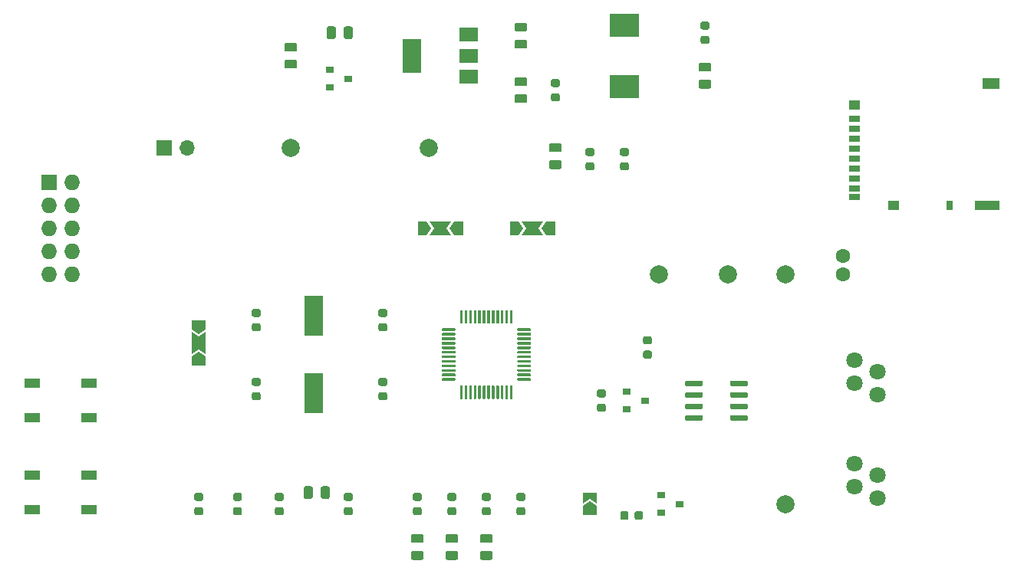
<source format=gbr>
G04 #@! TF.GenerationSoftware,KiCad,Pcbnew,5.1.5-52549c5~84~ubuntu18.04.1*
G04 #@! TF.CreationDate,2020-03-13T12:33:57+01:00*
G04 #@! TF.ProjectId,Telemetry,54656c65-6d65-4747-9279-2e6b69636164,rev?*
G04 #@! TF.SameCoordinates,Original*
G04 #@! TF.FileFunction,Copper,L1,Top*
G04 #@! TF.FilePolarity,Positive*
%FSLAX46Y46*%
G04 Gerber Fmt 4.6, Leading zero omitted, Abs format (unit mm)*
G04 Created by KiCad (PCBNEW 5.1.5-52549c5~84~ubuntu18.04.1) date 2020-03-13 12:33:57*
%MOMM*%
%LPD*%
G04 APERTURE LIST*
%ADD10R,2.000000X4.500000*%
%ADD11C,1.800000*%
%ADD12R,1.200000X0.700000*%
%ADD13R,1.200000X1.000000*%
%ADD14R,0.800000X1.000000*%
%ADD15R,2.800000X1.000000*%
%ADD16R,1.900000X1.300000*%
%ADD17C,1.600000*%
%ADD18C,0.100000*%
%ADD19R,3.300000X2.500000*%
%ADD20R,0.900000X0.800000*%
%ADD21R,1.727200X1.727200*%
%ADD22O,1.727200X1.727200*%
%ADD23R,1.700000X1.700000*%
%ADD24O,1.700000X1.700000*%
%ADD25R,1.700000X1.000000*%
%ADD26C,2.000000*%
%ADD27R,2.000000X3.800000*%
%ADD28R,2.000000X1.500000*%
G04 APERTURE END LIST*
D10*
X60960000Y-160850000D03*
X60960000Y-169350000D03*
D11*
X123190000Y-169540000D03*
X120650000Y-168270000D03*
X120650000Y-165730000D03*
X123190000Y-167000000D03*
X123190000Y-180970000D03*
X120650000Y-179700000D03*
X120650000Y-177160000D03*
X123190000Y-178430000D03*
D12*
X120650000Y-139040000D03*
X120650000Y-140140000D03*
X120650000Y-141240000D03*
X120650000Y-142340000D03*
X120650000Y-143440000D03*
X120650000Y-144540000D03*
X120650000Y-145640000D03*
X120650000Y-146740000D03*
X120650000Y-147690000D03*
D13*
X120650000Y-137490000D03*
X124950000Y-148640000D03*
D14*
X131150000Y-148640000D03*
D15*
X135300000Y-148640000D03*
D16*
X135750000Y-135140000D03*
D17*
X119380000Y-154210000D03*
X119380000Y-156210000D03*
G04 #@! TA.AperFunction,SMDPad,CuDef*
D18*
G36*
X88110142Y-141753674D02*
G01*
X88133803Y-141757184D01*
X88157007Y-141762996D01*
X88179529Y-141771054D01*
X88201153Y-141781282D01*
X88221670Y-141793579D01*
X88240883Y-141807829D01*
X88258607Y-141823893D01*
X88274671Y-141841617D01*
X88288921Y-141860830D01*
X88301218Y-141881347D01*
X88311446Y-141902971D01*
X88319504Y-141925493D01*
X88325316Y-141948697D01*
X88328826Y-141972358D01*
X88330000Y-141996250D01*
X88330000Y-142483750D01*
X88328826Y-142507642D01*
X88325316Y-142531303D01*
X88319504Y-142554507D01*
X88311446Y-142577029D01*
X88301218Y-142598653D01*
X88288921Y-142619170D01*
X88274671Y-142638383D01*
X88258607Y-142656107D01*
X88240883Y-142672171D01*
X88221670Y-142686421D01*
X88201153Y-142698718D01*
X88179529Y-142708946D01*
X88157007Y-142717004D01*
X88133803Y-142722816D01*
X88110142Y-142726326D01*
X88086250Y-142727500D01*
X87173750Y-142727500D01*
X87149858Y-142726326D01*
X87126197Y-142722816D01*
X87102993Y-142717004D01*
X87080471Y-142708946D01*
X87058847Y-142698718D01*
X87038330Y-142686421D01*
X87019117Y-142672171D01*
X87001393Y-142656107D01*
X86985329Y-142638383D01*
X86971079Y-142619170D01*
X86958782Y-142598653D01*
X86948554Y-142577029D01*
X86940496Y-142554507D01*
X86934684Y-142531303D01*
X86931174Y-142507642D01*
X86930000Y-142483750D01*
X86930000Y-141996250D01*
X86931174Y-141972358D01*
X86934684Y-141948697D01*
X86940496Y-141925493D01*
X86948554Y-141902971D01*
X86958782Y-141881347D01*
X86971079Y-141860830D01*
X86985329Y-141841617D01*
X87001393Y-141823893D01*
X87019117Y-141807829D01*
X87038330Y-141793579D01*
X87058847Y-141781282D01*
X87080471Y-141771054D01*
X87102993Y-141762996D01*
X87126197Y-141757184D01*
X87149858Y-141753674D01*
X87173750Y-141752500D01*
X88086250Y-141752500D01*
X88110142Y-141753674D01*
G37*
G04 #@! TD.AperFunction*
G04 #@! TA.AperFunction,SMDPad,CuDef*
G36*
X88110142Y-143628674D02*
G01*
X88133803Y-143632184D01*
X88157007Y-143637996D01*
X88179529Y-143646054D01*
X88201153Y-143656282D01*
X88221670Y-143668579D01*
X88240883Y-143682829D01*
X88258607Y-143698893D01*
X88274671Y-143716617D01*
X88288921Y-143735830D01*
X88301218Y-143756347D01*
X88311446Y-143777971D01*
X88319504Y-143800493D01*
X88325316Y-143823697D01*
X88328826Y-143847358D01*
X88330000Y-143871250D01*
X88330000Y-144358750D01*
X88328826Y-144382642D01*
X88325316Y-144406303D01*
X88319504Y-144429507D01*
X88311446Y-144452029D01*
X88301218Y-144473653D01*
X88288921Y-144494170D01*
X88274671Y-144513383D01*
X88258607Y-144531107D01*
X88240883Y-144547171D01*
X88221670Y-144561421D01*
X88201153Y-144573718D01*
X88179529Y-144583946D01*
X88157007Y-144592004D01*
X88133803Y-144597816D01*
X88110142Y-144601326D01*
X88086250Y-144602500D01*
X87173750Y-144602500D01*
X87149858Y-144601326D01*
X87126197Y-144597816D01*
X87102993Y-144592004D01*
X87080471Y-144583946D01*
X87058847Y-144573718D01*
X87038330Y-144561421D01*
X87019117Y-144547171D01*
X87001393Y-144531107D01*
X86985329Y-144513383D01*
X86971079Y-144494170D01*
X86958782Y-144473653D01*
X86948554Y-144452029D01*
X86940496Y-144429507D01*
X86934684Y-144406303D01*
X86931174Y-144382642D01*
X86930000Y-144358750D01*
X86930000Y-143871250D01*
X86931174Y-143847358D01*
X86934684Y-143823697D01*
X86940496Y-143800493D01*
X86948554Y-143777971D01*
X86958782Y-143756347D01*
X86971079Y-143735830D01*
X86985329Y-143716617D01*
X87001393Y-143698893D01*
X87019117Y-143682829D01*
X87038330Y-143668579D01*
X87058847Y-143656282D01*
X87080471Y-143646054D01*
X87102993Y-143637996D01*
X87126197Y-143632184D01*
X87149858Y-143628674D01*
X87173750Y-143627500D01*
X88086250Y-143627500D01*
X88110142Y-143628674D01*
G37*
G04 #@! TD.AperFunction*
G04 #@! TA.AperFunction,SMDPad,CuDef*
G36*
X91717691Y-142286053D02*
G01*
X91738926Y-142289203D01*
X91759750Y-142294419D01*
X91779962Y-142301651D01*
X91799368Y-142310830D01*
X91817781Y-142321866D01*
X91835024Y-142334654D01*
X91850930Y-142349070D01*
X91865346Y-142364976D01*
X91878134Y-142382219D01*
X91889170Y-142400632D01*
X91898349Y-142420038D01*
X91905581Y-142440250D01*
X91910797Y-142461074D01*
X91913947Y-142482309D01*
X91915000Y-142503750D01*
X91915000Y-142941250D01*
X91913947Y-142962691D01*
X91910797Y-142983926D01*
X91905581Y-143004750D01*
X91898349Y-143024962D01*
X91889170Y-143044368D01*
X91878134Y-143062781D01*
X91865346Y-143080024D01*
X91850930Y-143095930D01*
X91835024Y-143110346D01*
X91817781Y-143123134D01*
X91799368Y-143134170D01*
X91779962Y-143143349D01*
X91759750Y-143150581D01*
X91738926Y-143155797D01*
X91717691Y-143158947D01*
X91696250Y-143160000D01*
X91183750Y-143160000D01*
X91162309Y-143158947D01*
X91141074Y-143155797D01*
X91120250Y-143150581D01*
X91100038Y-143143349D01*
X91080632Y-143134170D01*
X91062219Y-143123134D01*
X91044976Y-143110346D01*
X91029070Y-143095930D01*
X91014654Y-143080024D01*
X91001866Y-143062781D01*
X90990830Y-143044368D01*
X90981651Y-143024962D01*
X90974419Y-143004750D01*
X90969203Y-142983926D01*
X90966053Y-142962691D01*
X90965000Y-142941250D01*
X90965000Y-142503750D01*
X90966053Y-142482309D01*
X90969203Y-142461074D01*
X90974419Y-142440250D01*
X90981651Y-142420038D01*
X90990830Y-142400632D01*
X91001866Y-142382219D01*
X91014654Y-142364976D01*
X91029070Y-142349070D01*
X91044976Y-142334654D01*
X91062219Y-142321866D01*
X91080632Y-142310830D01*
X91100038Y-142301651D01*
X91120250Y-142294419D01*
X91141074Y-142289203D01*
X91162309Y-142286053D01*
X91183750Y-142285000D01*
X91696250Y-142285000D01*
X91717691Y-142286053D01*
G37*
G04 #@! TD.AperFunction*
G04 #@! TA.AperFunction,SMDPad,CuDef*
G36*
X91717691Y-143861053D02*
G01*
X91738926Y-143864203D01*
X91759750Y-143869419D01*
X91779962Y-143876651D01*
X91799368Y-143885830D01*
X91817781Y-143896866D01*
X91835024Y-143909654D01*
X91850930Y-143924070D01*
X91865346Y-143939976D01*
X91878134Y-143957219D01*
X91889170Y-143975632D01*
X91898349Y-143995038D01*
X91905581Y-144015250D01*
X91910797Y-144036074D01*
X91913947Y-144057309D01*
X91915000Y-144078750D01*
X91915000Y-144516250D01*
X91913947Y-144537691D01*
X91910797Y-144558926D01*
X91905581Y-144579750D01*
X91898349Y-144599962D01*
X91889170Y-144619368D01*
X91878134Y-144637781D01*
X91865346Y-144655024D01*
X91850930Y-144670930D01*
X91835024Y-144685346D01*
X91817781Y-144698134D01*
X91799368Y-144709170D01*
X91779962Y-144718349D01*
X91759750Y-144725581D01*
X91738926Y-144730797D01*
X91717691Y-144733947D01*
X91696250Y-144735000D01*
X91183750Y-144735000D01*
X91162309Y-144733947D01*
X91141074Y-144730797D01*
X91120250Y-144725581D01*
X91100038Y-144718349D01*
X91080632Y-144709170D01*
X91062219Y-144698134D01*
X91044976Y-144685346D01*
X91029070Y-144670930D01*
X91014654Y-144655024D01*
X91001866Y-144637781D01*
X90990830Y-144619368D01*
X90981651Y-144599962D01*
X90974419Y-144579750D01*
X90969203Y-144558926D01*
X90966053Y-144537691D01*
X90965000Y-144516250D01*
X90965000Y-144078750D01*
X90966053Y-144057309D01*
X90969203Y-144036074D01*
X90974419Y-144015250D01*
X90981651Y-143995038D01*
X90990830Y-143975632D01*
X91001866Y-143957219D01*
X91014654Y-143939976D01*
X91029070Y-143924070D01*
X91044976Y-143909654D01*
X91062219Y-143896866D01*
X91080632Y-143885830D01*
X91100038Y-143876651D01*
X91120250Y-143869419D01*
X91141074Y-143864203D01*
X91162309Y-143861053D01*
X91183750Y-143860000D01*
X91696250Y-143860000D01*
X91717691Y-143861053D01*
G37*
G04 #@! TD.AperFunction*
G04 #@! TA.AperFunction,SMDPad,CuDef*
G36*
X68857691Y-167686053D02*
G01*
X68878926Y-167689203D01*
X68899750Y-167694419D01*
X68919962Y-167701651D01*
X68939368Y-167710830D01*
X68957781Y-167721866D01*
X68975024Y-167734654D01*
X68990930Y-167749070D01*
X69005346Y-167764976D01*
X69018134Y-167782219D01*
X69029170Y-167800632D01*
X69038349Y-167820038D01*
X69045581Y-167840250D01*
X69050797Y-167861074D01*
X69053947Y-167882309D01*
X69055000Y-167903750D01*
X69055000Y-168341250D01*
X69053947Y-168362691D01*
X69050797Y-168383926D01*
X69045581Y-168404750D01*
X69038349Y-168424962D01*
X69029170Y-168444368D01*
X69018134Y-168462781D01*
X69005346Y-168480024D01*
X68990930Y-168495930D01*
X68975024Y-168510346D01*
X68957781Y-168523134D01*
X68939368Y-168534170D01*
X68919962Y-168543349D01*
X68899750Y-168550581D01*
X68878926Y-168555797D01*
X68857691Y-168558947D01*
X68836250Y-168560000D01*
X68323750Y-168560000D01*
X68302309Y-168558947D01*
X68281074Y-168555797D01*
X68260250Y-168550581D01*
X68240038Y-168543349D01*
X68220632Y-168534170D01*
X68202219Y-168523134D01*
X68184976Y-168510346D01*
X68169070Y-168495930D01*
X68154654Y-168480024D01*
X68141866Y-168462781D01*
X68130830Y-168444368D01*
X68121651Y-168424962D01*
X68114419Y-168404750D01*
X68109203Y-168383926D01*
X68106053Y-168362691D01*
X68105000Y-168341250D01*
X68105000Y-167903750D01*
X68106053Y-167882309D01*
X68109203Y-167861074D01*
X68114419Y-167840250D01*
X68121651Y-167820038D01*
X68130830Y-167800632D01*
X68141866Y-167782219D01*
X68154654Y-167764976D01*
X68169070Y-167749070D01*
X68184976Y-167734654D01*
X68202219Y-167721866D01*
X68220632Y-167710830D01*
X68240038Y-167701651D01*
X68260250Y-167694419D01*
X68281074Y-167689203D01*
X68302309Y-167686053D01*
X68323750Y-167685000D01*
X68836250Y-167685000D01*
X68857691Y-167686053D01*
G37*
G04 #@! TD.AperFunction*
G04 #@! TA.AperFunction,SMDPad,CuDef*
G36*
X68857691Y-169261053D02*
G01*
X68878926Y-169264203D01*
X68899750Y-169269419D01*
X68919962Y-169276651D01*
X68939368Y-169285830D01*
X68957781Y-169296866D01*
X68975024Y-169309654D01*
X68990930Y-169324070D01*
X69005346Y-169339976D01*
X69018134Y-169357219D01*
X69029170Y-169375632D01*
X69038349Y-169395038D01*
X69045581Y-169415250D01*
X69050797Y-169436074D01*
X69053947Y-169457309D01*
X69055000Y-169478750D01*
X69055000Y-169916250D01*
X69053947Y-169937691D01*
X69050797Y-169958926D01*
X69045581Y-169979750D01*
X69038349Y-169999962D01*
X69029170Y-170019368D01*
X69018134Y-170037781D01*
X69005346Y-170055024D01*
X68990930Y-170070930D01*
X68975024Y-170085346D01*
X68957781Y-170098134D01*
X68939368Y-170109170D01*
X68919962Y-170118349D01*
X68899750Y-170125581D01*
X68878926Y-170130797D01*
X68857691Y-170133947D01*
X68836250Y-170135000D01*
X68323750Y-170135000D01*
X68302309Y-170133947D01*
X68281074Y-170130797D01*
X68260250Y-170125581D01*
X68240038Y-170118349D01*
X68220632Y-170109170D01*
X68202219Y-170098134D01*
X68184976Y-170085346D01*
X68169070Y-170070930D01*
X68154654Y-170055024D01*
X68141866Y-170037781D01*
X68130830Y-170019368D01*
X68121651Y-169999962D01*
X68114419Y-169979750D01*
X68109203Y-169958926D01*
X68106053Y-169937691D01*
X68105000Y-169916250D01*
X68105000Y-169478750D01*
X68106053Y-169457309D01*
X68109203Y-169436074D01*
X68114419Y-169415250D01*
X68121651Y-169395038D01*
X68130830Y-169375632D01*
X68141866Y-169357219D01*
X68154654Y-169339976D01*
X68169070Y-169324070D01*
X68184976Y-169309654D01*
X68202219Y-169296866D01*
X68220632Y-169285830D01*
X68240038Y-169276651D01*
X68260250Y-169269419D01*
X68281074Y-169264203D01*
X68302309Y-169261053D01*
X68323750Y-169260000D01*
X68836250Y-169260000D01*
X68857691Y-169261053D01*
G37*
G04 #@! TD.AperFunction*
G04 #@! TA.AperFunction,SMDPad,CuDef*
G36*
X68857691Y-161641053D02*
G01*
X68878926Y-161644203D01*
X68899750Y-161649419D01*
X68919962Y-161656651D01*
X68939368Y-161665830D01*
X68957781Y-161676866D01*
X68975024Y-161689654D01*
X68990930Y-161704070D01*
X69005346Y-161719976D01*
X69018134Y-161737219D01*
X69029170Y-161755632D01*
X69038349Y-161775038D01*
X69045581Y-161795250D01*
X69050797Y-161816074D01*
X69053947Y-161837309D01*
X69055000Y-161858750D01*
X69055000Y-162296250D01*
X69053947Y-162317691D01*
X69050797Y-162338926D01*
X69045581Y-162359750D01*
X69038349Y-162379962D01*
X69029170Y-162399368D01*
X69018134Y-162417781D01*
X69005346Y-162435024D01*
X68990930Y-162450930D01*
X68975024Y-162465346D01*
X68957781Y-162478134D01*
X68939368Y-162489170D01*
X68919962Y-162498349D01*
X68899750Y-162505581D01*
X68878926Y-162510797D01*
X68857691Y-162513947D01*
X68836250Y-162515000D01*
X68323750Y-162515000D01*
X68302309Y-162513947D01*
X68281074Y-162510797D01*
X68260250Y-162505581D01*
X68240038Y-162498349D01*
X68220632Y-162489170D01*
X68202219Y-162478134D01*
X68184976Y-162465346D01*
X68169070Y-162450930D01*
X68154654Y-162435024D01*
X68141866Y-162417781D01*
X68130830Y-162399368D01*
X68121651Y-162379962D01*
X68114419Y-162359750D01*
X68109203Y-162338926D01*
X68106053Y-162317691D01*
X68105000Y-162296250D01*
X68105000Y-161858750D01*
X68106053Y-161837309D01*
X68109203Y-161816074D01*
X68114419Y-161795250D01*
X68121651Y-161775038D01*
X68130830Y-161755632D01*
X68141866Y-161737219D01*
X68154654Y-161719976D01*
X68169070Y-161704070D01*
X68184976Y-161689654D01*
X68202219Y-161676866D01*
X68220632Y-161665830D01*
X68240038Y-161656651D01*
X68260250Y-161649419D01*
X68281074Y-161644203D01*
X68302309Y-161641053D01*
X68323750Y-161640000D01*
X68836250Y-161640000D01*
X68857691Y-161641053D01*
G37*
G04 #@! TD.AperFunction*
G04 #@! TA.AperFunction,SMDPad,CuDef*
G36*
X68857691Y-160066053D02*
G01*
X68878926Y-160069203D01*
X68899750Y-160074419D01*
X68919962Y-160081651D01*
X68939368Y-160090830D01*
X68957781Y-160101866D01*
X68975024Y-160114654D01*
X68990930Y-160129070D01*
X69005346Y-160144976D01*
X69018134Y-160162219D01*
X69029170Y-160180632D01*
X69038349Y-160200038D01*
X69045581Y-160220250D01*
X69050797Y-160241074D01*
X69053947Y-160262309D01*
X69055000Y-160283750D01*
X69055000Y-160721250D01*
X69053947Y-160742691D01*
X69050797Y-160763926D01*
X69045581Y-160784750D01*
X69038349Y-160804962D01*
X69029170Y-160824368D01*
X69018134Y-160842781D01*
X69005346Y-160860024D01*
X68990930Y-160875930D01*
X68975024Y-160890346D01*
X68957781Y-160903134D01*
X68939368Y-160914170D01*
X68919962Y-160923349D01*
X68899750Y-160930581D01*
X68878926Y-160935797D01*
X68857691Y-160938947D01*
X68836250Y-160940000D01*
X68323750Y-160940000D01*
X68302309Y-160938947D01*
X68281074Y-160935797D01*
X68260250Y-160930581D01*
X68240038Y-160923349D01*
X68220632Y-160914170D01*
X68202219Y-160903134D01*
X68184976Y-160890346D01*
X68169070Y-160875930D01*
X68154654Y-160860024D01*
X68141866Y-160842781D01*
X68130830Y-160824368D01*
X68121651Y-160804962D01*
X68114419Y-160784750D01*
X68109203Y-160763926D01*
X68106053Y-160742691D01*
X68105000Y-160721250D01*
X68105000Y-160283750D01*
X68106053Y-160262309D01*
X68109203Y-160241074D01*
X68114419Y-160220250D01*
X68121651Y-160200038D01*
X68130830Y-160180632D01*
X68141866Y-160162219D01*
X68154654Y-160144976D01*
X68169070Y-160129070D01*
X68184976Y-160114654D01*
X68202219Y-160101866D01*
X68220632Y-160090830D01*
X68240038Y-160081651D01*
X68260250Y-160074419D01*
X68281074Y-160069203D01*
X68302309Y-160066053D01*
X68323750Y-160065000D01*
X68836250Y-160065000D01*
X68857691Y-160066053D01*
G37*
G04 #@! TD.AperFunction*
G04 #@! TA.AperFunction,SMDPad,CuDef*
G36*
X95527691Y-142286053D02*
G01*
X95548926Y-142289203D01*
X95569750Y-142294419D01*
X95589962Y-142301651D01*
X95609368Y-142310830D01*
X95627781Y-142321866D01*
X95645024Y-142334654D01*
X95660930Y-142349070D01*
X95675346Y-142364976D01*
X95688134Y-142382219D01*
X95699170Y-142400632D01*
X95708349Y-142420038D01*
X95715581Y-142440250D01*
X95720797Y-142461074D01*
X95723947Y-142482309D01*
X95725000Y-142503750D01*
X95725000Y-142941250D01*
X95723947Y-142962691D01*
X95720797Y-142983926D01*
X95715581Y-143004750D01*
X95708349Y-143024962D01*
X95699170Y-143044368D01*
X95688134Y-143062781D01*
X95675346Y-143080024D01*
X95660930Y-143095930D01*
X95645024Y-143110346D01*
X95627781Y-143123134D01*
X95609368Y-143134170D01*
X95589962Y-143143349D01*
X95569750Y-143150581D01*
X95548926Y-143155797D01*
X95527691Y-143158947D01*
X95506250Y-143160000D01*
X94993750Y-143160000D01*
X94972309Y-143158947D01*
X94951074Y-143155797D01*
X94930250Y-143150581D01*
X94910038Y-143143349D01*
X94890632Y-143134170D01*
X94872219Y-143123134D01*
X94854976Y-143110346D01*
X94839070Y-143095930D01*
X94824654Y-143080024D01*
X94811866Y-143062781D01*
X94800830Y-143044368D01*
X94791651Y-143024962D01*
X94784419Y-143004750D01*
X94779203Y-142983926D01*
X94776053Y-142962691D01*
X94775000Y-142941250D01*
X94775000Y-142503750D01*
X94776053Y-142482309D01*
X94779203Y-142461074D01*
X94784419Y-142440250D01*
X94791651Y-142420038D01*
X94800830Y-142400632D01*
X94811866Y-142382219D01*
X94824654Y-142364976D01*
X94839070Y-142349070D01*
X94854976Y-142334654D01*
X94872219Y-142321866D01*
X94890632Y-142310830D01*
X94910038Y-142301651D01*
X94930250Y-142294419D01*
X94951074Y-142289203D01*
X94972309Y-142286053D01*
X94993750Y-142285000D01*
X95506250Y-142285000D01*
X95527691Y-142286053D01*
G37*
G04 #@! TD.AperFunction*
G04 #@! TA.AperFunction,SMDPad,CuDef*
G36*
X95527691Y-143861053D02*
G01*
X95548926Y-143864203D01*
X95569750Y-143869419D01*
X95589962Y-143876651D01*
X95609368Y-143885830D01*
X95627781Y-143896866D01*
X95645024Y-143909654D01*
X95660930Y-143924070D01*
X95675346Y-143939976D01*
X95688134Y-143957219D01*
X95699170Y-143975632D01*
X95708349Y-143995038D01*
X95715581Y-144015250D01*
X95720797Y-144036074D01*
X95723947Y-144057309D01*
X95725000Y-144078750D01*
X95725000Y-144516250D01*
X95723947Y-144537691D01*
X95720797Y-144558926D01*
X95715581Y-144579750D01*
X95708349Y-144599962D01*
X95699170Y-144619368D01*
X95688134Y-144637781D01*
X95675346Y-144655024D01*
X95660930Y-144670930D01*
X95645024Y-144685346D01*
X95627781Y-144698134D01*
X95609368Y-144709170D01*
X95589962Y-144718349D01*
X95569750Y-144725581D01*
X95548926Y-144730797D01*
X95527691Y-144733947D01*
X95506250Y-144735000D01*
X94993750Y-144735000D01*
X94972309Y-144733947D01*
X94951074Y-144730797D01*
X94930250Y-144725581D01*
X94910038Y-144718349D01*
X94890632Y-144709170D01*
X94872219Y-144698134D01*
X94854976Y-144685346D01*
X94839070Y-144670930D01*
X94824654Y-144655024D01*
X94811866Y-144637781D01*
X94800830Y-144619368D01*
X94791651Y-144599962D01*
X94784419Y-144579750D01*
X94779203Y-144558926D01*
X94776053Y-144537691D01*
X94775000Y-144516250D01*
X94775000Y-144078750D01*
X94776053Y-144057309D01*
X94779203Y-144036074D01*
X94784419Y-144015250D01*
X94791651Y-143995038D01*
X94800830Y-143975632D01*
X94811866Y-143957219D01*
X94824654Y-143939976D01*
X94839070Y-143924070D01*
X94854976Y-143909654D01*
X94872219Y-143896866D01*
X94890632Y-143885830D01*
X94910038Y-143876651D01*
X94930250Y-143869419D01*
X94951074Y-143864203D01*
X94972309Y-143861053D01*
X94993750Y-143860000D01*
X95506250Y-143860000D01*
X95527691Y-143861053D01*
G37*
G04 #@! TD.AperFunction*
G04 #@! TA.AperFunction,SMDPad,CuDef*
G36*
X84300142Y-130323674D02*
G01*
X84323803Y-130327184D01*
X84347007Y-130332996D01*
X84369529Y-130341054D01*
X84391153Y-130351282D01*
X84411670Y-130363579D01*
X84430883Y-130377829D01*
X84448607Y-130393893D01*
X84464671Y-130411617D01*
X84478921Y-130430830D01*
X84491218Y-130451347D01*
X84501446Y-130472971D01*
X84509504Y-130495493D01*
X84515316Y-130518697D01*
X84518826Y-130542358D01*
X84520000Y-130566250D01*
X84520000Y-131053750D01*
X84518826Y-131077642D01*
X84515316Y-131101303D01*
X84509504Y-131124507D01*
X84501446Y-131147029D01*
X84491218Y-131168653D01*
X84478921Y-131189170D01*
X84464671Y-131208383D01*
X84448607Y-131226107D01*
X84430883Y-131242171D01*
X84411670Y-131256421D01*
X84391153Y-131268718D01*
X84369529Y-131278946D01*
X84347007Y-131287004D01*
X84323803Y-131292816D01*
X84300142Y-131296326D01*
X84276250Y-131297500D01*
X83363750Y-131297500D01*
X83339858Y-131296326D01*
X83316197Y-131292816D01*
X83292993Y-131287004D01*
X83270471Y-131278946D01*
X83248847Y-131268718D01*
X83228330Y-131256421D01*
X83209117Y-131242171D01*
X83191393Y-131226107D01*
X83175329Y-131208383D01*
X83161079Y-131189170D01*
X83148782Y-131168653D01*
X83138554Y-131147029D01*
X83130496Y-131124507D01*
X83124684Y-131101303D01*
X83121174Y-131077642D01*
X83120000Y-131053750D01*
X83120000Y-130566250D01*
X83121174Y-130542358D01*
X83124684Y-130518697D01*
X83130496Y-130495493D01*
X83138554Y-130472971D01*
X83148782Y-130451347D01*
X83161079Y-130430830D01*
X83175329Y-130411617D01*
X83191393Y-130393893D01*
X83209117Y-130377829D01*
X83228330Y-130363579D01*
X83248847Y-130351282D01*
X83270471Y-130341054D01*
X83292993Y-130332996D01*
X83316197Y-130327184D01*
X83339858Y-130323674D01*
X83363750Y-130322500D01*
X84276250Y-130322500D01*
X84300142Y-130323674D01*
G37*
G04 #@! TD.AperFunction*
G04 #@! TA.AperFunction,SMDPad,CuDef*
G36*
X84300142Y-128448674D02*
G01*
X84323803Y-128452184D01*
X84347007Y-128457996D01*
X84369529Y-128466054D01*
X84391153Y-128476282D01*
X84411670Y-128488579D01*
X84430883Y-128502829D01*
X84448607Y-128518893D01*
X84464671Y-128536617D01*
X84478921Y-128555830D01*
X84491218Y-128576347D01*
X84501446Y-128597971D01*
X84509504Y-128620493D01*
X84515316Y-128643697D01*
X84518826Y-128667358D01*
X84520000Y-128691250D01*
X84520000Y-129178750D01*
X84518826Y-129202642D01*
X84515316Y-129226303D01*
X84509504Y-129249507D01*
X84501446Y-129272029D01*
X84491218Y-129293653D01*
X84478921Y-129314170D01*
X84464671Y-129333383D01*
X84448607Y-129351107D01*
X84430883Y-129367171D01*
X84411670Y-129381421D01*
X84391153Y-129393718D01*
X84369529Y-129403946D01*
X84347007Y-129412004D01*
X84323803Y-129417816D01*
X84300142Y-129421326D01*
X84276250Y-129422500D01*
X83363750Y-129422500D01*
X83339858Y-129421326D01*
X83316197Y-129417816D01*
X83292993Y-129412004D01*
X83270471Y-129403946D01*
X83248847Y-129393718D01*
X83228330Y-129381421D01*
X83209117Y-129367171D01*
X83191393Y-129351107D01*
X83175329Y-129333383D01*
X83161079Y-129314170D01*
X83148782Y-129293653D01*
X83138554Y-129272029D01*
X83130496Y-129249507D01*
X83124684Y-129226303D01*
X83121174Y-129202642D01*
X83120000Y-129178750D01*
X83120000Y-128691250D01*
X83121174Y-128667358D01*
X83124684Y-128643697D01*
X83130496Y-128620493D01*
X83138554Y-128597971D01*
X83148782Y-128576347D01*
X83161079Y-128555830D01*
X83175329Y-128536617D01*
X83191393Y-128518893D01*
X83209117Y-128502829D01*
X83228330Y-128488579D01*
X83248847Y-128476282D01*
X83270471Y-128466054D01*
X83292993Y-128457996D01*
X83316197Y-128452184D01*
X83339858Y-128448674D01*
X83363750Y-128447500D01*
X84276250Y-128447500D01*
X84300142Y-128448674D01*
G37*
G04 #@! TD.AperFunction*
G04 #@! TA.AperFunction,SMDPad,CuDef*
G36*
X87907691Y-134666053D02*
G01*
X87928926Y-134669203D01*
X87949750Y-134674419D01*
X87969962Y-134681651D01*
X87989368Y-134690830D01*
X88007781Y-134701866D01*
X88025024Y-134714654D01*
X88040930Y-134729070D01*
X88055346Y-134744976D01*
X88068134Y-134762219D01*
X88079170Y-134780632D01*
X88088349Y-134800038D01*
X88095581Y-134820250D01*
X88100797Y-134841074D01*
X88103947Y-134862309D01*
X88105000Y-134883750D01*
X88105000Y-135321250D01*
X88103947Y-135342691D01*
X88100797Y-135363926D01*
X88095581Y-135384750D01*
X88088349Y-135404962D01*
X88079170Y-135424368D01*
X88068134Y-135442781D01*
X88055346Y-135460024D01*
X88040930Y-135475930D01*
X88025024Y-135490346D01*
X88007781Y-135503134D01*
X87989368Y-135514170D01*
X87969962Y-135523349D01*
X87949750Y-135530581D01*
X87928926Y-135535797D01*
X87907691Y-135538947D01*
X87886250Y-135540000D01*
X87373750Y-135540000D01*
X87352309Y-135538947D01*
X87331074Y-135535797D01*
X87310250Y-135530581D01*
X87290038Y-135523349D01*
X87270632Y-135514170D01*
X87252219Y-135503134D01*
X87234976Y-135490346D01*
X87219070Y-135475930D01*
X87204654Y-135460024D01*
X87191866Y-135442781D01*
X87180830Y-135424368D01*
X87171651Y-135404962D01*
X87164419Y-135384750D01*
X87159203Y-135363926D01*
X87156053Y-135342691D01*
X87155000Y-135321250D01*
X87155000Y-134883750D01*
X87156053Y-134862309D01*
X87159203Y-134841074D01*
X87164419Y-134820250D01*
X87171651Y-134800038D01*
X87180830Y-134780632D01*
X87191866Y-134762219D01*
X87204654Y-134744976D01*
X87219070Y-134729070D01*
X87234976Y-134714654D01*
X87252219Y-134701866D01*
X87270632Y-134690830D01*
X87290038Y-134681651D01*
X87310250Y-134674419D01*
X87331074Y-134669203D01*
X87352309Y-134666053D01*
X87373750Y-134665000D01*
X87886250Y-134665000D01*
X87907691Y-134666053D01*
G37*
G04 #@! TD.AperFunction*
G04 #@! TA.AperFunction,SMDPad,CuDef*
G36*
X87907691Y-136241053D02*
G01*
X87928926Y-136244203D01*
X87949750Y-136249419D01*
X87969962Y-136256651D01*
X87989368Y-136265830D01*
X88007781Y-136276866D01*
X88025024Y-136289654D01*
X88040930Y-136304070D01*
X88055346Y-136319976D01*
X88068134Y-136337219D01*
X88079170Y-136355632D01*
X88088349Y-136375038D01*
X88095581Y-136395250D01*
X88100797Y-136416074D01*
X88103947Y-136437309D01*
X88105000Y-136458750D01*
X88105000Y-136896250D01*
X88103947Y-136917691D01*
X88100797Y-136938926D01*
X88095581Y-136959750D01*
X88088349Y-136979962D01*
X88079170Y-136999368D01*
X88068134Y-137017781D01*
X88055346Y-137035024D01*
X88040930Y-137050930D01*
X88025024Y-137065346D01*
X88007781Y-137078134D01*
X87989368Y-137089170D01*
X87969962Y-137098349D01*
X87949750Y-137105581D01*
X87928926Y-137110797D01*
X87907691Y-137113947D01*
X87886250Y-137115000D01*
X87373750Y-137115000D01*
X87352309Y-137113947D01*
X87331074Y-137110797D01*
X87310250Y-137105581D01*
X87290038Y-137098349D01*
X87270632Y-137089170D01*
X87252219Y-137078134D01*
X87234976Y-137065346D01*
X87219070Y-137050930D01*
X87204654Y-137035024D01*
X87191866Y-137017781D01*
X87180830Y-136999368D01*
X87171651Y-136979962D01*
X87164419Y-136959750D01*
X87159203Y-136938926D01*
X87156053Y-136917691D01*
X87155000Y-136896250D01*
X87155000Y-136458750D01*
X87156053Y-136437309D01*
X87159203Y-136416074D01*
X87164419Y-136395250D01*
X87171651Y-136375038D01*
X87180830Y-136355632D01*
X87191866Y-136337219D01*
X87204654Y-136319976D01*
X87219070Y-136304070D01*
X87234976Y-136289654D01*
X87252219Y-136276866D01*
X87270632Y-136265830D01*
X87290038Y-136256651D01*
X87310250Y-136249419D01*
X87331074Y-136244203D01*
X87352309Y-136241053D01*
X87373750Y-136240000D01*
X87886250Y-136240000D01*
X87907691Y-136241053D01*
G37*
G04 #@! TD.AperFunction*
G04 #@! TA.AperFunction,SMDPad,CuDef*
G36*
X84300142Y-136341174D02*
G01*
X84323803Y-136344684D01*
X84347007Y-136350496D01*
X84369529Y-136358554D01*
X84391153Y-136368782D01*
X84411670Y-136381079D01*
X84430883Y-136395329D01*
X84448607Y-136411393D01*
X84464671Y-136429117D01*
X84478921Y-136448330D01*
X84491218Y-136468847D01*
X84501446Y-136490471D01*
X84509504Y-136512993D01*
X84515316Y-136536197D01*
X84518826Y-136559858D01*
X84520000Y-136583750D01*
X84520000Y-137071250D01*
X84518826Y-137095142D01*
X84515316Y-137118803D01*
X84509504Y-137142007D01*
X84501446Y-137164529D01*
X84491218Y-137186153D01*
X84478921Y-137206670D01*
X84464671Y-137225883D01*
X84448607Y-137243607D01*
X84430883Y-137259671D01*
X84411670Y-137273921D01*
X84391153Y-137286218D01*
X84369529Y-137296446D01*
X84347007Y-137304504D01*
X84323803Y-137310316D01*
X84300142Y-137313826D01*
X84276250Y-137315000D01*
X83363750Y-137315000D01*
X83339858Y-137313826D01*
X83316197Y-137310316D01*
X83292993Y-137304504D01*
X83270471Y-137296446D01*
X83248847Y-137286218D01*
X83228330Y-137273921D01*
X83209117Y-137259671D01*
X83191393Y-137243607D01*
X83175329Y-137225883D01*
X83161079Y-137206670D01*
X83148782Y-137186153D01*
X83138554Y-137164529D01*
X83130496Y-137142007D01*
X83124684Y-137118803D01*
X83121174Y-137095142D01*
X83120000Y-137071250D01*
X83120000Y-136583750D01*
X83121174Y-136559858D01*
X83124684Y-136536197D01*
X83130496Y-136512993D01*
X83138554Y-136490471D01*
X83148782Y-136468847D01*
X83161079Y-136448330D01*
X83175329Y-136429117D01*
X83191393Y-136411393D01*
X83209117Y-136395329D01*
X83228330Y-136381079D01*
X83248847Y-136368782D01*
X83270471Y-136358554D01*
X83292993Y-136350496D01*
X83316197Y-136344684D01*
X83339858Y-136341174D01*
X83363750Y-136340000D01*
X84276250Y-136340000D01*
X84300142Y-136341174D01*
G37*
G04 #@! TD.AperFunction*
G04 #@! TA.AperFunction,SMDPad,CuDef*
G36*
X84300142Y-134466174D02*
G01*
X84323803Y-134469684D01*
X84347007Y-134475496D01*
X84369529Y-134483554D01*
X84391153Y-134493782D01*
X84411670Y-134506079D01*
X84430883Y-134520329D01*
X84448607Y-134536393D01*
X84464671Y-134554117D01*
X84478921Y-134573330D01*
X84491218Y-134593847D01*
X84501446Y-134615471D01*
X84509504Y-134637993D01*
X84515316Y-134661197D01*
X84518826Y-134684858D01*
X84520000Y-134708750D01*
X84520000Y-135196250D01*
X84518826Y-135220142D01*
X84515316Y-135243803D01*
X84509504Y-135267007D01*
X84501446Y-135289529D01*
X84491218Y-135311153D01*
X84478921Y-135331670D01*
X84464671Y-135350883D01*
X84448607Y-135368607D01*
X84430883Y-135384671D01*
X84411670Y-135398921D01*
X84391153Y-135411218D01*
X84369529Y-135421446D01*
X84347007Y-135429504D01*
X84323803Y-135435316D01*
X84300142Y-135438826D01*
X84276250Y-135440000D01*
X83363750Y-135440000D01*
X83339858Y-135438826D01*
X83316197Y-135435316D01*
X83292993Y-135429504D01*
X83270471Y-135421446D01*
X83248847Y-135411218D01*
X83228330Y-135398921D01*
X83209117Y-135384671D01*
X83191393Y-135368607D01*
X83175329Y-135350883D01*
X83161079Y-135331670D01*
X83148782Y-135311153D01*
X83138554Y-135289529D01*
X83130496Y-135267007D01*
X83124684Y-135243803D01*
X83121174Y-135220142D01*
X83120000Y-135196250D01*
X83120000Y-134708750D01*
X83121174Y-134684858D01*
X83124684Y-134661197D01*
X83130496Y-134637993D01*
X83138554Y-134615471D01*
X83148782Y-134593847D01*
X83161079Y-134573330D01*
X83175329Y-134554117D01*
X83191393Y-134536393D01*
X83209117Y-134520329D01*
X83228330Y-134506079D01*
X83248847Y-134493782D01*
X83270471Y-134483554D01*
X83292993Y-134475496D01*
X83316197Y-134469684D01*
X83339858Y-134466174D01*
X83363750Y-134465000D01*
X84276250Y-134465000D01*
X84300142Y-134466174D01*
G37*
G04 #@! TD.AperFunction*
G04 #@! TA.AperFunction,SMDPad,CuDef*
G36*
X65037642Y-128841174D02*
G01*
X65061303Y-128844684D01*
X65084507Y-128850496D01*
X65107029Y-128858554D01*
X65128653Y-128868782D01*
X65149170Y-128881079D01*
X65168383Y-128895329D01*
X65186107Y-128911393D01*
X65202171Y-128929117D01*
X65216421Y-128948330D01*
X65228718Y-128968847D01*
X65238946Y-128990471D01*
X65247004Y-129012993D01*
X65252816Y-129036197D01*
X65256326Y-129059858D01*
X65257500Y-129083750D01*
X65257500Y-129996250D01*
X65256326Y-130020142D01*
X65252816Y-130043803D01*
X65247004Y-130067007D01*
X65238946Y-130089529D01*
X65228718Y-130111153D01*
X65216421Y-130131670D01*
X65202171Y-130150883D01*
X65186107Y-130168607D01*
X65168383Y-130184671D01*
X65149170Y-130198921D01*
X65128653Y-130211218D01*
X65107029Y-130221446D01*
X65084507Y-130229504D01*
X65061303Y-130235316D01*
X65037642Y-130238826D01*
X65013750Y-130240000D01*
X64526250Y-130240000D01*
X64502358Y-130238826D01*
X64478697Y-130235316D01*
X64455493Y-130229504D01*
X64432971Y-130221446D01*
X64411347Y-130211218D01*
X64390830Y-130198921D01*
X64371617Y-130184671D01*
X64353893Y-130168607D01*
X64337829Y-130150883D01*
X64323579Y-130131670D01*
X64311282Y-130111153D01*
X64301054Y-130089529D01*
X64292996Y-130067007D01*
X64287184Y-130043803D01*
X64283674Y-130020142D01*
X64282500Y-129996250D01*
X64282500Y-129083750D01*
X64283674Y-129059858D01*
X64287184Y-129036197D01*
X64292996Y-129012993D01*
X64301054Y-128990471D01*
X64311282Y-128968847D01*
X64323579Y-128948330D01*
X64337829Y-128929117D01*
X64353893Y-128911393D01*
X64371617Y-128895329D01*
X64390830Y-128881079D01*
X64411347Y-128868782D01*
X64432971Y-128858554D01*
X64455493Y-128850496D01*
X64478697Y-128844684D01*
X64502358Y-128841174D01*
X64526250Y-128840000D01*
X65013750Y-128840000D01*
X65037642Y-128841174D01*
G37*
G04 #@! TD.AperFunction*
G04 #@! TA.AperFunction,SMDPad,CuDef*
G36*
X63162642Y-128841174D02*
G01*
X63186303Y-128844684D01*
X63209507Y-128850496D01*
X63232029Y-128858554D01*
X63253653Y-128868782D01*
X63274170Y-128881079D01*
X63293383Y-128895329D01*
X63311107Y-128911393D01*
X63327171Y-128929117D01*
X63341421Y-128948330D01*
X63353718Y-128968847D01*
X63363946Y-128990471D01*
X63372004Y-129012993D01*
X63377816Y-129036197D01*
X63381326Y-129059858D01*
X63382500Y-129083750D01*
X63382500Y-129996250D01*
X63381326Y-130020142D01*
X63377816Y-130043803D01*
X63372004Y-130067007D01*
X63363946Y-130089529D01*
X63353718Y-130111153D01*
X63341421Y-130131670D01*
X63327171Y-130150883D01*
X63311107Y-130168607D01*
X63293383Y-130184671D01*
X63274170Y-130198921D01*
X63253653Y-130211218D01*
X63232029Y-130221446D01*
X63209507Y-130229504D01*
X63186303Y-130235316D01*
X63162642Y-130238826D01*
X63138750Y-130240000D01*
X62651250Y-130240000D01*
X62627358Y-130238826D01*
X62603697Y-130235316D01*
X62580493Y-130229504D01*
X62557971Y-130221446D01*
X62536347Y-130211218D01*
X62515830Y-130198921D01*
X62496617Y-130184671D01*
X62478893Y-130168607D01*
X62462829Y-130150883D01*
X62448579Y-130131670D01*
X62436282Y-130111153D01*
X62426054Y-130089529D01*
X62417996Y-130067007D01*
X62412184Y-130043803D01*
X62408674Y-130020142D01*
X62407500Y-129996250D01*
X62407500Y-129083750D01*
X62408674Y-129059858D01*
X62412184Y-129036197D01*
X62417996Y-129012993D01*
X62426054Y-128990471D01*
X62436282Y-128968847D01*
X62448579Y-128948330D01*
X62462829Y-128929117D01*
X62478893Y-128911393D01*
X62496617Y-128895329D01*
X62515830Y-128881079D01*
X62536347Y-128868782D01*
X62557971Y-128858554D01*
X62580493Y-128850496D01*
X62603697Y-128844684D01*
X62627358Y-128841174D01*
X62651250Y-128840000D01*
X63138750Y-128840000D01*
X63162642Y-128841174D01*
G37*
G04 #@! TD.AperFunction*
G04 #@! TA.AperFunction,SMDPad,CuDef*
G36*
X58900142Y-130656174D02*
G01*
X58923803Y-130659684D01*
X58947007Y-130665496D01*
X58969529Y-130673554D01*
X58991153Y-130683782D01*
X59011670Y-130696079D01*
X59030883Y-130710329D01*
X59048607Y-130726393D01*
X59064671Y-130744117D01*
X59078921Y-130763330D01*
X59091218Y-130783847D01*
X59101446Y-130805471D01*
X59109504Y-130827993D01*
X59115316Y-130851197D01*
X59118826Y-130874858D01*
X59120000Y-130898750D01*
X59120000Y-131386250D01*
X59118826Y-131410142D01*
X59115316Y-131433803D01*
X59109504Y-131457007D01*
X59101446Y-131479529D01*
X59091218Y-131501153D01*
X59078921Y-131521670D01*
X59064671Y-131540883D01*
X59048607Y-131558607D01*
X59030883Y-131574671D01*
X59011670Y-131588921D01*
X58991153Y-131601218D01*
X58969529Y-131611446D01*
X58947007Y-131619504D01*
X58923803Y-131625316D01*
X58900142Y-131628826D01*
X58876250Y-131630000D01*
X57963750Y-131630000D01*
X57939858Y-131628826D01*
X57916197Y-131625316D01*
X57892993Y-131619504D01*
X57870471Y-131611446D01*
X57848847Y-131601218D01*
X57828330Y-131588921D01*
X57809117Y-131574671D01*
X57791393Y-131558607D01*
X57775329Y-131540883D01*
X57761079Y-131521670D01*
X57748782Y-131501153D01*
X57738554Y-131479529D01*
X57730496Y-131457007D01*
X57724684Y-131433803D01*
X57721174Y-131410142D01*
X57720000Y-131386250D01*
X57720000Y-130898750D01*
X57721174Y-130874858D01*
X57724684Y-130851197D01*
X57730496Y-130827993D01*
X57738554Y-130805471D01*
X57748782Y-130783847D01*
X57761079Y-130763330D01*
X57775329Y-130744117D01*
X57791393Y-130726393D01*
X57809117Y-130710329D01*
X57828330Y-130696079D01*
X57848847Y-130683782D01*
X57870471Y-130673554D01*
X57892993Y-130665496D01*
X57916197Y-130659684D01*
X57939858Y-130656174D01*
X57963750Y-130655000D01*
X58876250Y-130655000D01*
X58900142Y-130656174D01*
G37*
G04 #@! TD.AperFunction*
G04 #@! TA.AperFunction,SMDPad,CuDef*
G36*
X58900142Y-132531174D02*
G01*
X58923803Y-132534684D01*
X58947007Y-132540496D01*
X58969529Y-132548554D01*
X58991153Y-132558782D01*
X59011670Y-132571079D01*
X59030883Y-132585329D01*
X59048607Y-132601393D01*
X59064671Y-132619117D01*
X59078921Y-132638330D01*
X59091218Y-132658847D01*
X59101446Y-132680471D01*
X59109504Y-132702993D01*
X59115316Y-132726197D01*
X59118826Y-132749858D01*
X59120000Y-132773750D01*
X59120000Y-133261250D01*
X59118826Y-133285142D01*
X59115316Y-133308803D01*
X59109504Y-133332007D01*
X59101446Y-133354529D01*
X59091218Y-133376153D01*
X59078921Y-133396670D01*
X59064671Y-133415883D01*
X59048607Y-133433607D01*
X59030883Y-133449671D01*
X59011670Y-133463921D01*
X58991153Y-133476218D01*
X58969529Y-133486446D01*
X58947007Y-133494504D01*
X58923803Y-133500316D01*
X58900142Y-133503826D01*
X58876250Y-133505000D01*
X57963750Y-133505000D01*
X57939858Y-133503826D01*
X57916197Y-133500316D01*
X57892993Y-133494504D01*
X57870471Y-133486446D01*
X57848847Y-133476218D01*
X57828330Y-133463921D01*
X57809117Y-133449671D01*
X57791393Y-133433607D01*
X57775329Y-133415883D01*
X57761079Y-133396670D01*
X57748782Y-133376153D01*
X57738554Y-133354529D01*
X57730496Y-133332007D01*
X57724684Y-133308803D01*
X57721174Y-133285142D01*
X57720000Y-133261250D01*
X57720000Y-132773750D01*
X57721174Y-132749858D01*
X57724684Y-132726197D01*
X57730496Y-132702993D01*
X57738554Y-132680471D01*
X57748782Y-132658847D01*
X57761079Y-132638330D01*
X57775329Y-132619117D01*
X57791393Y-132601393D01*
X57809117Y-132585329D01*
X57828330Y-132571079D01*
X57848847Y-132558782D01*
X57870471Y-132548554D01*
X57892993Y-132540496D01*
X57916197Y-132534684D01*
X57939858Y-132531174D01*
X57963750Y-132530000D01*
X58876250Y-132530000D01*
X58900142Y-132531174D01*
G37*
G04 #@! TD.AperFunction*
G04 #@! TA.AperFunction,SMDPad,CuDef*
G36*
X48537691Y-181961053D02*
G01*
X48558926Y-181964203D01*
X48579750Y-181969419D01*
X48599962Y-181976651D01*
X48619368Y-181985830D01*
X48637781Y-181996866D01*
X48655024Y-182009654D01*
X48670930Y-182024070D01*
X48685346Y-182039976D01*
X48698134Y-182057219D01*
X48709170Y-182075632D01*
X48718349Y-182095038D01*
X48725581Y-182115250D01*
X48730797Y-182136074D01*
X48733947Y-182157309D01*
X48735000Y-182178750D01*
X48735000Y-182616250D01*
X48733947Y-182637691D01*
X48730797Y-182658926D01*
X48725581Y-182679750D01*
X48718349Y-182699962D01*
X48709170Y-182719368D01*
X48698134Y-182737781D01*
X48685346Y-182755024D01*
X48670930Y-182770930D01*
X48655024Y-182785346D01*
X48637781Y-182798134D01*
X48619368Y-182809170D01*
X48599962Y-182818349D01*
X48579750Y-182825581D01*
X48558926Y-182830797D01*
X48537691Y-182833947D01*
X48516250Y-182835000D01*
X48003750Y-182835000D01*
X47982309Y-182833947D01*
X47961074Y-182830797D01*
X47940250Y-182825581D01*
X47920038Y-182818349D01*
X47900632Y-182809170D01*
X47882219Y-182798134D01*
X47864976Y-182785346D01*
X47849070Y-182770930D01*
X47834654Y-182755024D01*
X47821866Y-182737781D01*
X47810830Y-182719368D01*
X47801651Y-182699962D01*
X47794419Y-182679750D01*
X47789203Y-182658926D01*
X47786053Y-182637691D01*
X47785000Y-182616250D01*
X47785000Y-182178750D01*
X47786053Y-182157309D01*
X47789203Y-182136074D01*
X47794419Y-182115250D01*
X47801651Y-182095038D01*
X47810830Y-182075632D01*
X47821866Y-182057219D01*
X47834654Y-182039976D01*
X47849070Y-182024070D01*
X47864976Y-182009654D01*
X47882219Y-181996866D01*
X47900632Y-181985830D01*
X47920038Y-181976651D01*
X47940250Y-181969419D01*
X47961074Y-181964203D01*
X47982309Y-181961053D01*
X48003750Y-181960000D01*
X48516250Y-181960000D01*
X48537691Y-181961053D01*
G37*
G04 #@! TD.AperFunction*
G04 #@! TA.AperFunction,SMDPad,CuDef*
G36*
X48537691Y-180386053D02*
G01*
X48558926Y-180389203D01*
X48579750Y-180394419D01*
X48599962Y-180401651D01*
X48619368Y-180410830D01*
X48637781Y-180421866D01*
X48655024Y-180434654D01*
X48670930Y-180449070D01*
X48685346Y-180464976D01*
X48698134Y-180482219D01*
X48709170Y-180500632D01*
X48718349Y-180520038D01*
X48725581Y-180540250D01*
X48730797Y-180561074D01*
X48733947Y-180582309D01*
X48735000Y-180603750D01*
X48735000Y-181041250D01*
X48733947Y-181062691D01*
X48730797Y-181083926D01*
X48725581Y-181104750D01*
X48718349Y-181124962D01*
X48709170Y-181144368D01*
X48698134Y-181162781D01*
X48685346Y-181180024D01*
X48670930Y-181195930D01*
X48655024Y-181210346D01*
X48637781Y-181223134D01*
X48619368Y-181234170D01*
X48599962Y-181243349D01*
X48579750Y-181250581D01*
X48558926Y-181255797D01*
X48537691Y-181258947D01*
X48516250Y-181260000D01*
X48003750Y-181260000D01*
X47982309Y-181258947D01*
X47961074Y-181255797D01*
X47940250Y-181250581D01*
X47920038Y-181243349D01*
X47900632Y-181234170D01*
X47882219Y-181223134D01*
X47864976Y-181210346D01*
X47849070Y-181195930D01*
X47834654Y-181180024D01*
X47821866Y-181162781D01*
X47810830Y-181144368D01*
X47801651Y-181124962D01*
X47794419Y-181104750D01*
X47789203Y-181083926D01*
X47786053Y-181062691D01*
X47785000Y-181041250D01*
X47785000Y-180603750D01*
X47786053Y-180582309D01*
X47789203Y-180561074D01*
X47794419Y-180540250D01*
X47801651Y-180520038D01*
X47810830Y-180500632D01*
X47821866Y-180482219D01*
X47834654Y-180464976D01*
X47849070Y-180449070D01*
X47864976Y-180434654D01*
X47882219Y-180421866D01*
X47900632Y-180410830D01*
X47920038Y-180401651D01*
X47940250Y-180394419D01*
X47961074Y-180389203D01*
X47982309Y-180386053D01*
X48003750Y-180385000D01*
X48516250Y-180385000D01*
X48537691Y-180386053D01*
G37*
G04 #@! TD.AperFunction*
G04 #@! TA.AperFunction,SMDPad,CuDef*
G36*
X52830191Y-181961053D02*
G01*
X52851426Y-181964203D01*
X52872250Y-181969419D01*
X52892462Y-181976651D01*
X52911868Y-181985830D01*
X52930281Y-181996866D01*
X52947524Y-182009654D01*
X52963430Y-182024070D01*
X52977846Y-182039976D01*
X52990634Y-182057219D01*
X53001670Y-182075632D01*
X53010849Y-182095038D01*
X53018081Y-182115250D01*
X53023297Y-182136074D01*
X53026447Y-182157309D01*
X53027500Y-182178750D01*
X53027500Y-182616250D01*
X53026447Y-182637691D01*
X53023297Y-182658926D01*
X53018081Y-182679750D01*
X53010849Y-182699962D01*
X53001670Y-182719368D01*
X52990634Y-182737781D01*
X52977846Y-182755024D01*
X52963430Y-182770930D01*
X52947524Y-182785346D01*
X52930281Y-182798134D01*
X52911868Y-182809170D01*
X52892462Y-182818349D01*
X52872250Y-182825581D01*
X52851426Y-182830797D01*
X52830191Y-182833947D01*
X52808750Y-182835000D01*
X52296250Y-182835000D01*
X52274809Y-182833947D01*
X52253574Y-182830797D01*
X52232750Y-182825581D01*
X52212538Y-182818349D01*
X52193132Y-182809170D01*
X52174719Y-182798134D01*
X52157476Y-182785346D01*
X52141570Y-182770930D01*
X52127154Y-182755024D01*
X52114366Y-182737781D01*
X52103330Y-182719368D01*
X52094151Y-182699962D01*
X52086919Y-182679750D01*
X52081703Y-182658926D01*
X52078553Y-182637691D01*
X52077500Y-182616250D01*
X52077500Y-182178750D01*
X52078553Y-182157309D01*
X52081703Y-182136074D01*
X52086919Y-182115250D01*
X52094151Y-182095038D01*
X52103330Y-182075632D01*
X52114366Y-182057219D01*
X52127154Y-182039976D01*
X52141570Y-182024070D01*
X52157476Y-182009654D01*
X52174719Y-181996866D01*
X52193132Y-181985830D01*
X52212538Y-181976651D01*
X52232750Y-181969419D01*
X52253574Y-181964203D01*
X52274809Y-181961053D01*
X52296250Y-181960000D01*
X52808750Y-181960000D01*
X52830191Y-181961053D01*
G37*
G04 #@! TD.AperFunction*
G04 #@! TA.AperFunction,SMDPad,CuDef*
G36*
X52830191Y-180386053D02*
G01*
X52851426Y-180389203D01*
X52872250Y-180394419D01*
X52892462Y-180401651D01*
X52911868Y-180410830D01*
X52930281Y-180421866D01*
X52947524Y-180434654D01*
X52963430Y-180449070D01*
X52977846Y-180464976D01*
X52990634Y-180482219D01*
X53001670Y-180500632D01*
X53010849Y-180520038D01*
X53018081Y-180540250D01*
X53023297Y-180561074D01*
X53026447Y-180582309D01*
X53027500Y-180603750D01*
X53027500Y-181041250D01*
X53026447Y-181062691D01*
X53023297Y-181083926D01*
X53018081Y-181104750D01*
X53010849Y-181124962D01*
X53001670Y-181144368D01*
X52990634Y-181162781D01*
X52977846Y-181180024D01*
X52963430Y-181195930D01*
X52947524Y-181210346D01*
X52930281Y-181223134D01*
X52911868Y-181234170D01*
X52892462Y-181243349D01*
X52872250Y-181250581D01*
X52851426Y-181255797D01*
X52830191Y-181258947D01*
X52808750Y-181260000D01*
X52296250Y-181260000D01*
X52274809Y-181258947D01*
X52253574Y-181255797D01*
X52232750Y-181250581D01*
X52212538Y-181243349D01*
X52193132Y-181234170D01*
X52174719Y-181223134D01*
X52157476Y-181210346D01*
X52141570Y-181195930D01*
X52127154Y-181180024D01*
X52114366Y-181162781D01*
X52103330Y-181144368D01*
X52094151Y-181124962D01*
X52086919Y-181104750D01*
X52081703Y-181083926D01*
X52078553Y-181062691D01*
X52077500Y-181041250D01*
X52077500Y-180603750D01*
X52078553Y-180582309D01*
X52081703Y-180561074D01*
X52086919Y-180540250D01*
X52094151Y-180520038D01*
X52103330Y-180500632D01*
X52114366Y-180482219D01*
X52127154Y-180464976D01*
X52141570Y-180449070D01*
X52157476Y-180434654D01*
X52174719Y-180421866D01*
X52193132Y-180410830D01*
X52212538Y-180401651D01*
X52232750Y-180394419D01*
X52253574Y-180389203D01*
X52274809Y-180386053D01*
X52296250Y-180385000D01*
X52808750Y-180385000D01*
X52830191Y-180386053D01*
G37*
G04 #@! TD.AperFunction*
G04 #@! TA.AperFunction,SMDPad,CuDef*
G36*
X57427691Y-180386053D02*
G01*
X57448926Y-180389203D01*
X57469750Y-180394419D01*
X57489962Y-180401651D01*
X57509368Y-180410830D01*
X57527781Y-180421866D01*
X57545024Y-180434654D01*
X57560930Y-180449070D01*
X57575346Y-180464976D01*
X57588134Y-180482219D01*
X57599170Y-180500632D01*
X57608349Y-180520038D01*
X57615581Y-180540250D01*
X57620797Y-180561074D01*
X57623947Y-180582309D01*
X57625000Y-180603750D01*
X57625000Y-181041250D01*
X57623947Y-181062691D01*
X57620797Y-181083926D01*
X57615581Y-181104750D01*
X57608349Y-181124962D01*
X57599170Y-181144368D01*
X57588134Y-181162781D01*
X57575346Y-181180024D01*
X57560930Y-181195930D01*
X57545024Y-181210346D01*
X57527781Y-181223134D01*
X57509368Y-181234170D01*
X57489962Y-181243349D01*
X57469750Y-181250581D01*
X57448926Y-181255797D01*
X57427691Y-181258947D01*
X57406250Y-181260000D01*
X56893750Y-181260000D01*
X56872309Y-181258947D01*
X56851074Y-181255797D01*
X56830250Y-181250581D01*
X56810038Y-181243349D01*
X56790632Y-181234170D01*
X56772219Y-181223134D01*
X56754976Y-181210346D01*
X56739070Y-181195930D01*
X56724654Y-181180024D01*
X56711866Y-181162781D01*
X56700830Y-181144368D01*
X56691651Y-181124962D01*
X56684419Y-181104750D01*
X56679203Y-181083926D01*
X56676053Y-181062691D01*
X56675000Y-181041250D01*
X56675000Y-180603750D01*
X56676053Y-180582309D01*
X56679203Y-180561074D01*
X56684419Y-180540250D01*
X56691651Y-180520038D01*
X56700830Y-180500632D01*
X56711866Y-180482219D01*
X56724654Y-180464976D01*
X56739070Y-180449070D01*
X56754976Y-180434654D01*
X56772219Y-180421866D01*
X56790632Y-180410830D01*
X56810038Y-180401651D01*
X56830250Y-180394419D01*
X56851074Y-180389203D01*
X56872309Y-180386053D01*
X56893750Y-180385000D01*
X57406250Y-180385000D01*
X57427691Y-180386053D01*
G37*
G04 #@! TD.AperFunction*
G04 #@! TA.AperFunction,SMDPad,CuDef*
G36*
X57427691Y-181961053D02*
G01*
X57448926Y-181964203D01*
X57469750Y-181969419D01*
X57489962Y-181976651D01*
X57509368Y-181985830D01*
X57527781Y-181996866D01*
X57545024Y-182009654D01*
X57560930Y-182024070D01*
X57575346Y-182039976D01*
X57588134Y-182057219D01*
X57599170Y-182075632D01*
X57608349Y-182095038D01*
X57615581Y-182115250D01*
X57620797Y-182136074D01*
X57623947Y-182157309D01*
X57625000Y-182178750D01*
X57625000Y-182616250D01*
X57623947Y-182637691D01*
X57620797Y-182658926D01*
X57615581Y-182679750D01*
X57608349Y-182699962D01*
X57599170Y-182719368D01*
X57588134Y-182737781D01*
X57575346Y-182755024D01*
X57560930Y-182770930D01*
X57545024Y-182785346D01*
X57527781Y-182798134D01*
X57509368Y-182809170D01*
X57489962Y-182818349D01*
X57469750Y-182825581D01*
X57448926Y-182830797D01*
X57427691Y-182833947D01*
X57406250Y-182835000D01*
X56893750Y-182835000D01*
X56872309Y-182833947D01*
X56851074Y-182830797D01*
X56830250Y-182825581D01*
X56810038Y-182818349D01*
X56790632Y-182809170D01*
X56772219Y-182798134D01*
X56754976Y-182785346D01*
X56739070Y-182770930D01*
X56724654Y-182755024D01*
X56711866Y-182737781D01*
X56700830Y-182719368D01*
X56691651Y-182699962D01*
X56684419Y-182679750D01*
X56679203Y-182658926D01*
X56676053Y-182637691D01*
X56675000Y-182616250D01*
X56675000Y-182178750D01*
X56676053Y-182157309D01*
X56679203Y-182136074D01*
X56684419Y-182115250D01*
X56691651Y-182095038D01*
X56700830Y-182075632D01*
X56711866Y-182057219D01*
X56724654Y-182039976D01*
X56739070Y-182024070D01*
X56754976Y-182009654D01*
X56772219Y-181996866D01*
X56790632Y-181985830D01*
X56810038Y-181976651D01*
X56830250Y-181969419D01*
X56851074Y-181964203D01*
X56872309Y-181961053D01*
X56893750Y-181960000D01*
X57406250Y-181960000D01*
X57427691Y-181961053D01*
G37*
G04 #@! TD.AperFunction*
G04 #@! TA.AperFunction,SMDPad,CuDef*
G36*
X65047691Y-180386053D02*
G01*
X65068926Y-180389203D01*
X65089750Y-180394419D01*
X65109962Y-180401651D01*
X65129368Y-180410830D01*
X65147781Y-180421866D01*
X65165024Y-180434654D01*
X65180930Y-180449070D01*
X65195346Y-180464976D01*
X65208134Y-180482219D01*
X65219170Y-180500632D01*
X65228349Y-180520038D01*
X65235581Y-180540250D01*
X65240797Y-180561074D01*
X65243947Y-180582309D01*
X65245000Y-180603750D01*
X65245000Y-181041250D01*
X65243947Y-181062691D01*
X65240797Y-181083926D01*
X65235581Y-181104750D01*
X65228349Y-181124962D01*
X65219170Y-181144368D01*
X65208134Y-181162781D01*
X65195346Y-181180024D01*
X65180930Y-181195930D01*
X65165024Y-181210346D01*
X65147781Y-181223134D01*
X65129368Y-181234170D01*
X65109962Y-181243349D01*
X65089750Y-181250581D01*
X65068926Y-181255797D01*
X65047691Y-181258947D01*
X65026250Y-181260000D01*
X64513750Y-181260000D01*
X64492309Y-181258947D01*
X64471074Y-181255797D01*
X64450250Y-181250581D01*
X64430038Y-181243349D01*
X64410632Y-181234170D01*
X64392219Y-181223134D01*
X64374976Y-181210346D01*
X64359070Y-181195930D01*
X64344654Y-181180024D01*
X64331866Y-181162781D01*
X64320830Y-181144368D01*
X64311651Y-181124962D01*
X64304419Y-181104750D01*
X64299203Y-181083926D01*
X64296053Y-181062691D01*
X64295000Y-181041250D01*
X64295000Y-180603750D01*
X64296053Y-180582309D01*
X64299203Y-180561074D01*
X64304419Y-180540250D01*
X64311651Y-180520038D01*
X64320830Y-180500632D01*
X64331866Y-180482219D01*
X64344654Y-180464976D01*
X64359070Y-180449070D01*
X64374976Y-180434654D01*
X64392219Y-180421866D01*
X64410632Y-180410830D01*
X64430038Y-180401651D01*
X64450250Y-180394419D01*
X64471074Y-180389203D01*
X64492309Y-180386053D01*
X64513750Y-180385000D01*
X65026250Y-180385000D01*
X65047691Y-180386053D01*
G37*
G04 #@! TD.AperFunction*
G04 #@! TA.AperFunction,SMDPad,CuDef*
G36*
X65047691Y-181961053D02*
G01*
X65068926Y-181964203D01*
X65089750Y-181969419D01*
X65109962Y-181976651D01*
X65129368Y-181985830D01*
X65147781Y-181996866D01*
X65165024Y-182009654D01*
X65180930Y-182024070D01*
X65195346Y-182039976D01*
X65208134Y-182057219D01*
X65219170Y-182075632D01*
X65228349Y-182095038D01*
X65235581Y-182115250D01*
X65240797Y-182136074D01*
X65243947Y-182157309D01*
X65245000Y-182178750D01*
X65245000Y-182616250D01*
X65243947Y-182637691D01*
X65240797Y-182658926D01*
X65235581Y-182679750D01*
X65228349Y-182699962D01*
X65219170Y-182719368D01*
X65208134Y-182737781D01*
X65195346Y-182755024D01*
X65180930Y-182770930D01*
X65165024Y-182785346D01*
X65147781Y-182798134D01*
X65129368Y-182809170D01*
X65109962Y-182818349D01*
X65089750Y-182825581D01*
X65068926Y-182830797D01*
X65047691Y-182833947D01*
X65026250Y-182835000D01*
X64513750Y-182835000D01*
X64492309Y-182833947D01*
X64471074Y-182830797D01*
X64450250Y-182825581D01*
X64430038Y-182818349D01*
X64410632Y-182809170D01*
X64392219Y-182798134D01*
X64374976Y-182785346D01*
X64359070Y-182770930D01*
X64344654Y-182755024D01*
X64331866Y-182737781D01*
X64320830Y-182719368D01*
X64311651Y-182699962D01*
X64304419Y-182679750D01*
X64299203Y-182658926D01*
X64296053Y-182637691D01*
X64295000Y-182616250D01*
X64295000Y-182178750D01*
X64296053Y-182157309D01*
X64299203Y-182136074D01*
X64304419Y-182115250D01*
X64311651Y-182095038D01*
X64320830Y-182075632D01*
X64331866Y-182057219D01*
X64344654Y-182039976D01*
X64359070Y-182024070D01*
X64374976Y-182009654D01*
X64392219Y-181996866D01*
X64410632Y-181985830D01*
X64430038Y-181976651D01*
X64450250Y-181969419D01*
X64471074Y-181964203D01*
X64492309Y-181961053D01*
X64513750Y-181960000D01*
X65026250Y-181960000D01*
X65047691Y-181961053D01*
G37*
G04 #@! TD.AperFunction*
G04 #@! TA.AperFunction,SMDPad,CuDef*
G36*
X104620142Y-132863674D02*
G01*
X104643803Y-132867184D01*
X104667007Y-132872996D01*
X104689529Y-132881054D01*
X104711153Y-132891282D01*
X104731670Y-132903579D01*
X104750883Y-132917829D01*
X104768607Y-132933893D01*
X104784671Y-132951617D01*
X104798921Y-132970830D01*
X104811218Y-132991347D01*
X104821446Y-133012971D01*
X104829504Y-133035493D01*
X104835316Y-133058697D01*
X104838826Y-133082358D01*
X104840000Y-133106250D01*
X104840000Y-133593750D01*
X104838826Y-133617642D01*
X104835316Y-133641303D01*
X104829504Y-133664507D01*
X104821446Y-133687029D01*
X104811218Y-133708653D01*
X104798921Y-133729170D01*
X104784671Y-133748383D01*
X104768607Y-133766107D01*
X104750883Y-133782171D01*
X104731670Y-133796421D01*
X104711153Y-133808718D01*
X104689529Y-133818946D01*
X104667007Y-133827004D01*
X104643803Y-133832816D01*
X104620142Y-133836326D01*
X104596250Y-133837500D01*
X103683750Y-133837500D01*
X103659858Y-133836326D01*
X103636197Y-133832816D01*
X103612993Y-133827004D01*
X103590471Y-133818946D01*
X103568847Y-133808718D01*
X103548330Y-133796421D01*
X103529117Y-133782171D01*
X103511393Y-133766107D01*
X103495329Y-133748383D01*
X103481079Y-133729170D01*
X103468782Y-133708653D01*
X103458554Y-133687029D01*
X103450496Y-133664507D01*
X103444684Y-133641303D01*
X103441174Y-133617642D01*
X103440000Y-133593750D01*
X103440000Y-133106250D01*
X103441174Y-133082358D01*
X103444684Y-133058697D01*
X103450496Y-133035493D01*
X103458554Y-133012971D01*
X103468782Y-132991347D01*
X103481079Y-132970830D01*
X103495329Y-132951617D01*
X103511393Y-132933893D01*
X103529117Y-132917829D01*
X103548330Y-132903579D01*
X103568847Y-132891282D01*
X103590471Y-132881054D01*
X103612993Y-132872996D01*
X103636197Y-132867184D01*
X103659858Y-132863674D01*
X103683750Y-132862500D01*
X104596250Y-132862500D01*
X104620142Y-132863674D01*
G37*
G04 #@! TD.AperFunction*
G04 #@! TA.AperFunction,SMDPad,CuDef*
G36*
X104620142Y-134738674D02*
G01*
X104643803Y-134742184D01*
X104667007Y-134747996D01*
X104689529Y-134756054D01*
X104711153Y-134766282D01*
X104731670Y-134778579D01*
X104750883Y-134792829D01*
X104768607Y-134808893D01*
X104784671Y-134826617D01*
X104798921Y-134845830D01*
X104811218Y-134866347D01*
X104821446Y-134887971D01*
X104829504Y-134910493D01*
X104835316Y-134933697D01*
X104838826Y-134957358D01*
X104840000Y-134981250D01*
X104840000Y-135468750D01*
X104838826Y-135492642D01*
X104835316Y-135516303D01*
X104829504Y-135539507D01*
X104821446Y-135562029D01*
X104811218Y-135583653D01*
X104798921Y-135604170D01*
X104784671Y-135623383D01*
X104768607Y-135641107D01*
X104750883Y-135657171D01*
X104731670Y-135671421D01*
X104711153Y-135683718D01*
X104689529Y-135693946D01*
X104667007Y-135702004D01*
X104643803Y-135707816D01*
X104620142Y-135711326D01*
X104596250Y-135712500D01*
X103683750Y-135712500D01*
X103659858Y-135711326D01*
X103636197Y-135707816D01*
X103612993Y-135702004D01*
X103590471Y-135693946D01*
X103568847Y-135683718D01*
X103548330Y-135671421D01*
X103529117Y-135657171D01*
X103511393Y-135641107D01*
X103495329Y-135623383D01*
X103481079Y-135604170D01*
X103468782Y-135583653D01*
X103458554Y-135562029D01*
X103450496Y-135539507D01*
X103444684Y-135516303D01*
X103441174Y-135492642D01*
X103440000Y-135468750D01*
X103440000Y-134981250D01*
X103441174Y-134957358D01*
X103444684Y-134933697D01*
X103450496Y-134910493D01*
X103458554Y-134887971D01*
X103468782Y-134866347D01*
X103481079Y-134845830D01*
X103495329Y-134826617D01*
X103511393Y-134808893D01*
X103529117Y-134792829D01*
X103548330Y-134778579D01*
X103568847Y-134766282D01*
X103590471Y-134756054D01*
X103612993Y-134747996D01*
X103636197Y-134742184D01*
X103659858Y-134738674D01*
X103683750Y-134737500D01*
X104596250Y-134737500D01*
X104620142Y-134738674D01*
G37*
G04 #@! TD.AperFunction*
G04 #@! TA.AperFunction,SMDPad,CuDef*
G36*
X72870142Y-186808674D02*
G01*
X72893803Y-186812184D01*
X72917007Y-186817996D01*
X72939529Y-186826054D01*
X72961153Y-186836282D01*
X72981670Y-186848579D01*
X73000883Y-186862829D01*
X73018607Y-186878893D01*
X73034671Y-186896617D01*
X73048921Y-186915830D01*
X73061218Y-186936347D01*
X73071446Y-186957971D01*
X73079504Y-186980493D01*
X73085316Y-187003697D01*
X73088826Y-187027358D01*
X73090000Y-187051250D01*
X73090000Y-187538750D01*
X73088826Y-187562642D01*
X73085316Y-187586303D01*
X73079504Y-187609507D01*
X73071446Y-187632029D01*
X73061218Y-187653653D01*
X73048921Y-187674170D01*
X73034671Y-187693383D01*
X73018607Y-187711107D01*
X73000883Y-187727171D01*
X72981670Y-187741421D01*
X72961153Y-187753718D01*
X72939529Y-187763946D01*
X72917007Y-187772004D01*
X72893803Y-187777816D01*
X72870142Y-187781326D01*
X72846250Y-187782500D01*
X71933750Y-187782500D01*
X71909858Y-187781326D01*
X71886197Y-187777816D01*
X71862993Y-187772004D01*
X71840471Y-187763946D01*
X71818847Y-187753718D01*
X71798330Y-187741421D01*
X71779117Y-187727171D01*
X71761393Y-187711107D01*
X71745329Y-187693383D01*
X71731079Y-187674170D01*
X71718782Y-187653653D01*
X71708554Y-187632029D01*
X71700496Y-187609507D01*
X71694684Y-187586303D01*
X71691174Y-187562642D01*
X71690000Y-187538750D01*
X71690000Y-187051250D01*
X71691174Y-187027358D01*
X71694684Y-187003697D01*
X71700496Y-186980493D01*
X71708554Y-186957971D01*
X71718782Y-186936347D01*
X71731079Y-186915830D01*
X71745329Y-186896617D01*
X71761393Y-186878893D01*
X71779117Y-186862829D01*
X71798330Y-186848579D01*
X71818847Y-186836282D01*
X71840471Y-186826054D01*
X71862993Y-186817996D01*
X71886197Y-186812184D01*
X71909858Y-186808674D01*
X71933750Y-186807500D01*
X72846250Y-186807500D01*
X72870142Y-186808674D01*
G37*
G04 #@! TD.AperFunction*
G04 #@! TA.AperFunction,SMDPad,CuDef*
G36*
X72870142Y-184933674D02*
G01*
X72893803Y-184937184D01*
X72917007Y-184942996D01*
X72939529Y-184951054D01*
X72961153Y-184961282D01*
X72981670Y-184973579D01*
X73000883Y-184987829D01*
X73018607Y-185003893D01*
X73034671Y-185021617D01*
X73048921Y-185040830D01*
X73061218Y-185061347D01*
X73071446Y-185082971D01*
X73079504Y-185105493D01*
X73085316Y-185128697D01*
X73088826Y-185152358D01*
X73090000Y-185176250D01*
X73090000Y-185663750D01*
X73088826Y-185687642D01*
X73085316Y-185711303D01*
X73079504Y-185734507D01*
X73071446Y-185757029D01*
X73061218Y-185778653D01*
X73048921Y-185799170D01*
X73034671Y-185818383D01*
X73018607Y-185836107D01*
X73000883Y-185852171D01*
X72981670Y-185866421D01*
X72961153Y-185878718D01*
X72939529Y-185888946D01*
X72917007Y-185897004D01*
X72893803Y-185902816D01*
X72870142Y-185906326D01*
X72846250Y-185907500D01*
X71933750Y-185907500D01*
X71909858Y-185906326D01*
X71886197Y-185902816D01*
X71862993Y-185897004D01*
X71840471Y-185888946D01*
X71818847Y-185878718D01*
X71798330Y-185866421D01*
X71779117Y-185852171D01*
X71761393Y-185836107D01*
X71745329Y-185818383D01*
X71731079Y-185799170D01*
X71718782Y-185778653D01*
X71708554Y-185757029D01*
X71700496Y-185734507D01*
X71694684Y-185711303D01*
X71691174Y-185687642D01*
X71690000Y-185663750D01*
X71690000Y-185176250D01*
X71691174Y-185152358D01*
X71694684Y-185128697D01*
X71700496Y-185105493D01*
X71708554Y-185082971D01*
X71718782Y-185061347D01*
X71731079Y-185040830D01*
X71745329Y-185021617D01*
X71761393Y-185003893D01*
X71779117Y-184987829D01*
X71798330Y-184973579D01*
X71818847Y-184961282D01*
X71840471Y-184951054D01*
X71862993Y-184942996D01*
X71886197Y-184937184D01*
X71909858Y-184933674D01*
X71933750Y-184932500D01*
X72846250Y-184932500D01*
X72870142Y-184933674D01*
G37*
G04 #@! TD.AperFunction*
G04 #@! TA.AperFunction,SMDPad,CuDef*
G36*
X76680142Y-184933674D02*
G01*
X76703803Y-184937184D01*
X76727007Y-184942996D01*
X76749529Y-184951054D01*
X76771153Y-184961282D01*
X76791670Y-184973579D01*
X76810883Y-184987829D01*
X76828607Y-185003893D01*
X76844671Y-185021617D01*
X76858921Y-185040830D01*
X76871218Y-185061347D01*
X76881446Y-185082971D01*
X76889504Y-185105493D01*
X76895316Y-185128697D01*
X76898826Y-185152358D01*
X76900000Y-185176250D01*
X76900000Y-185663750D01*
X76898826Y-185687642D01*
X76895316Y-185711303D01*
X76889504Y-185734507D01*
X76881446Y-185757029D01*
X76871218Y-185778653D01*
X76858921Y-185799170D01*
X76844671Y-185818383D01*
X76828607Y-185836107D01*
X76810883Y-185852171D01*
X76791670Y-185866421D01*
X76771153Y-185878718D01*
X76749529Y-185888946D01*
X76727007Y-185897004D01*
X76703803Y-185902816D01*
X76680142Y-185906326D01*
X76656250Y-185907500D01*
X75743750Y-185907500D01*
X75719858Y-185906326D01*
X75696197Y-185902816D01*
X75672993Y-185897004D01*
X75650471Y-185888946D01*
X75628847Y-185878718D01*
X75608330Y-185866421D01*
X75589117Y-185852171D01*
X75571393Y-185836107D01*
X75555329Y-185818383D01*
X75541079Y-185799170D01*
X75528782Y-185778653D01*
X75518554Y-185757029D01*
X75510496Y-185734507D01*
X75504684Y-185711303D01*
X75501174Y-185687642D01*
X75500000Y-185663750D01*
X75500000Y-185176250D01*
X75501174Y-185152358D01*
X75504684Y-185128697D01*
X75510496Y-185105493D01*
X75518554Y-185082971D01*
X75528782Y-185061347D01*
X75541079Y-185040830D01*
X75555329Y-185021617D01*
X75571393Y-185003893D01*
X75589117Y-184987829D01*
X75608330Y-184973579D01*
X75628847Y-184961282D01*
X75650471Y-184951054D01*
X75672993Y-184942996D01*
X75696197Y-184937184D01*
X75719858Y-184933674D01*
X75743750Y-184932500D01*
X76656250Y-184932500D01*
X76680142Y-184933674D01*
G37*
G04 #@! TD.AperFunction*
G04 #@! TA.AperFunction,SMDPad,CuDef*
G36*
X76680142Y-186808674D02*
G01*
X76703803Y-186812184D01*
X76727007Y-186817996D01*
X76749529Y-186826054D01*
X76771153Y-186836282D01*
X76791670Y-186848579D01*
X76810883Y-186862829D01*
X76828607Y-186878893D01*
X76844671Y-186896617D01*
X76858921Y-186915830D01*
X76871218Y-186936347D01*
X76881446Y-186957971D01*
X76889504Y-186980493D01*
X76895316Y-187003697D01*
X76898826Y-187027358D01*
X76900000Y-187051250D01*
X76900000Y-187538750D01*
X76898826Y-187562642D01*
X76895316Y-187586303D01*
X76889504Y-187609507D01*
X76881446Y-187632029D01*
X76871218Y-187653653D01*
X76858921Y-187674170D01*
X76844671Y-187693383D01*
X76828607Y-187711107D01*
X76810883Y-187727171D01*
X76791670Y-187741421D01*
X76771153Y-187753718D01*
X76749529Y-187763946D01*
X76727007Y-187772004D01*
X76703803Y-187777816D01*
X76680142Y-187781326D01*
X76656250Y-187782500D01*
X75743750Y-187782500D01*
X75719858Y-187781326D01*
X75696197Y-187777816D01*
X75672993Y-187772004D01*
X75650471Y-187763946D01*
X75628847Y-187753718D01*
X75608330Y-187741421D01*
X75589117Y-187727171D01*
X75571393Y-187711107D01*
X75555329Y-187693383D01*
X75541079Y-187674170D01*
X75528782Y-187653653D01*
X75518554Y-187632029D01*
X75510496Y-187609507D01*
X75504684Y-187586303D01*
X75501174Y-187562642D01*
X75500000Y-187538750D01*
X75500000Y-187051250D01*
X75501174Y-187027358D01*
X75504684Y-187003697D01*
X75510496Y-186980493D01*
X75518554Y-186957971D01*
X75528782Y-186936347D01*
X75541079Y-186915830D01*
X75555329Y-186896617D01*
X75571393Y-186878893D01*
X75589117Y-186862829D01*
X75608330Y-186848579D01*
X75628847Y-186836282D01*
X75650471Y-186826054D01*
X75672993Y-186817996D01*
X75696197Y-186812184D01*
X75719858Y-186808674D01*
X75743750Y-186807500D01*
X76656250Y-186807500D01*
X76680142Y-186808674D01*
G37*
G04 #@! TD.AperFunction*
G04 #@! TA.AperFunction,SMDPad,CuDef*
G36*
X80490142Y-186808674D02*
G01*
X80513803Y-186812184D01*
X80537007Y-186817996D01*
X80559529Y-186826054D01*
X80581153Y-186836282D01*
X80601670Y-186848579D01*
X80620883Y-186862829D01*
X80638607Y-186878893D01*
X80654671Y-186896617D01*
X80668921Y-186915830D01*
X80681218Y-186936347D01*
X80691446Y-186957971D01*
X80699504Y-186980493D01*
X80705316Y-187003697D01*
X80708826Y-187027358D01*
X80710000Y-187051250D01*
X80710000Y-187538750D01*
X80708826Y-187562642D01*
X80705316Y-187586303D01*
X80699504Y-187609507D01*
X80691446Y-187632029D01*
X80681218Y-187653653D01*
X80668921Y-187674170D01*
X80654671Y-187693383D01*
X80638607Y-187711107D01*
X80620883Y-187727171D01*
X80601670Y-187741421D01*
X80581153Y-187753718D01*
X80559529Y-187763946D01*
X80537007Y-187772004D01*
X80513803Y-187777816D01*
X80490142Y-187781326D01*
X80466250Y-187782500D01*
X79553750Y-187782500D01*
X79529858Y-187781326D01*
X79506197Y-187777816D01*
X79482993Y-187772004D01*
X79460471Y-187763946D01*
X79438847Y-187753718D01*
X79418330Y-187741421D01*
X79399117Y-187727171D01*
X79381393Y-187711107D01*
X79365329Y-187693383D01*
X79351079Y-187674170D01*
X79338782Y-187653653D01*
X79328554Y-187632029D01*
X79320496Y-187609507D01*
X79314684Y-187586303D01*
X79311174Y-187562642D01*
X79310000Y-187538750D01*
X79310000Y-187051250D01*
X79311174Y-187027358D01*
X79314684Y-187003697D01*
X79320496Y-186980493D01*
X79328554Y-186957971D01*
X79338782Y-186936347D01*
X79351079Y-186915830D01*
X79365329Y-186896617D01*
X79381393Y-186878893D01*
X79399117Y-186862829D01*
X79418330Y-186848579D01*
X79438847Y-186836282D01*
X79460471Y-186826054D01*
X79482993Y-186817996D01*
X79506197Y-186812184D01*
X79529858Y-186808674D01*
X79553750Y-186807500D01*
X80466250Y-186807500D01*
X80490142Y-186808674D01*
G37*
G04 #@! TD.AperFunction*
G04 #@! TA.AperFunction,SMDPad,CuDef*
G36*
X80490142Y-184933674D02*
G01*
X80513803Y-184937184D01*
X80537007Y-184942996D01*
X80559529Y-184951054D01*
X80581153Y-184961282D01*
X80601670Y-184973579D01*
X80620883Y-184987829D01*
X80638607Y-185003893D01*
X80654671Y-185021617D01*
X80668921Y-185040830D01*
X80681218Y-185061347D01*
X80691446Y-185082971D01*
X80699504Y-185105493D01*
X80705316Y-185128697D01*
X80708826Y-185152358D01*
X80710000Y-185176250D01*
X80710000Y-185663750D01*
X80708826Y-185687642D01*
X80705316Y-185711303D01*
X80699504Y-185734507D01*
X80691446Y-185757029D01*
X80681218Y-185778653D01*
X80668921Y-185799170D01*
X80654671Y-185818383D01*
X80638607Y-185836107D01*
X80620883Y-185852171D01*
X80601670Y-185866421D01*
X80581153Y-185878718D01*
X80559529Y-185888946D01*
X80537007Y-185897004D01*
X80513803Y-185902816D01*
X80490142Y-185906326D01*
X80466250Y-185907500D01*
X79553750Y-185907500D01*
X79529858Y-185906326D01*
X79506197Y-185902816D01*
X79482993Y-185897004D01*
X79460471Y-185888946D01*
X79438847Y-185878718D01*
X79418330Y-185866421D01*
X79399117Y-185852171D01*
X79381393Y-185836107D01*
X79365329Y-185818383D01*
X79351079Y-185799170D01*
X79338782Y-185778653D01*
X79328554Y-185757029D01*
X79320496Y-185734507D01*
X79314684Y-185711303D01*
X79311174Y-185687642D01*
X79310000Y-185663750D01*
X79310000Y-185176250D01*
X79311174Y-185152358D01*
X79314684Y-185128697D01*
X79320496Y-185105493D01*
X79328554Y-185082971D01*
X79338782Y-185061347D01*
X79351079Y-185040830D01*
X79365329Y-185021617D01*
X79381393Y-185003893D01*
X79399117Y-184987829D01*
X79418330Y-184973579D01*
X79438847Y-184961282D01*
X79460471Y-184951054D01*
X79482993Y-184942996D01*
X79506197Y-184937184D01*
X79529858Y-184933674D01*
X79553750Y-184932500D01*
X80466250Y-184932500D01*
X80490142Y-184933674D01*
G37*
G04 #@! TD.AperFunction*
D19*
X95250000Y-128680000D03*
X95250000Y-135480000D03*
D20*
X99330000Y-180660000D03*
X99330000Y-182560000D03*
X101330000Y-181610000D03*
D21*
X31750000Y-146050000D03*
D22*
X34290000Y-146050000D03*
X31750000Y-148590000D03*
X34290000Y-148590000D03*
X31750000Y-151130000D03*
X34290000Y-151130000D03*
X31750000Y-153670000D03*
X34290000Y-153670000D03*
X31750000Y-156210000D03*
X34290000Y-156210000D03*
D23*
X44450000Y-142240000D03*
D24*
X46990000Y-142240000D03*
G04 #@! TA.AperFunction,SMDPad,CuDef*
D18*
G36*
X92190000Y-180385000D02*
G01*
X92190000Y-181535000D01*
X91440000Y-181035000D01*
X90690000Y-181535000D01*
X90690000Y-180385000D01*
X92190000Y-180385000D01*
G37*
G04 #@! TD.AperFunction*
G04 #@! TA.AperFunction,SMDPad,CuDef*
G36*
X91440000Y-181335000D02*
G01*
X92190000Y-181835000D01*
X92190000Y-182835000D01*
X90690000Y-182835000D01*
X90690000Y-181835000D01*
X91440000Y-181335000D01*
G37*
G04 #@! TD.AperFunction*
G04 #@! TA.AperFunction,SMDPad,CuDef*
G36*
X86090000Y-151130000D02*
G01*
X86590000Y-150380000D01*
X87590000Y-150380000D01*
X87590000Y-151880000D01*
X86590000Y-151880000D01*
X86090000Y-151130000D01*
G37*
G04 #@! TD.AperFunction*
G04 #@! TA.AperFunction,Conductor*
G36*
X85790000Y-151130000D02*
G01*
X86290000Y-151880000D01*
X83890000Y-151880000D01*
X84390000Y-151130000D01*
X83890000Y-150380000D01*
X86290000Y-150380000D01*
X85790000Y-151130000D01*
G37*
G04 #@! TD.AperFunction*
G04 #@! TA.AperFunction,SMDPad,CuDef*
G36*
X84090000Y-151130000D02*
G01*
X83590000Y-151880000D01*
X82590000Y-151880000D01*
X82590000Y-150380000D01*
X83590000Y-150380000D01*
X84090000Y-151130000D01*
G37*
G04 #@! TD.AperFunction*
G04 #@! TA.AperFunction,SMDPad,CuDef*
G36*
X48260000Y-164830000D02*
G01*
X49010000Y-165330000D01*
X49010000Y-166330000D01*
X47510000Y-166330000D01*
X47510000Y-165330000D01*
X48260000Y-164830000D01*
G37*
G04 #@! TD.AperFunction*
G04 #@! TA.AperFunction,Conductor*
G36*
X48260000Y-163130000D02*
G01*
X49010000Y-162630000D01*
X49010000Y-165030000D01*
X48260000Y-164530000D01*
X47510000Y-165030000D01*
X47510000Y-162630000D01*
X48260000Y-163130000D01*
G37*
G04 #@! TD.AperFunction*
G04 #@! TA.AperFunction,SMDPad,CuDef*
G36*
X48260000Y-162830000D02*
G01*
X47510000Y-162330000D01*
X47510000Y-161330000D01*
X49010000Y-161330000D01*
X49010000Y-162330000D01*
X48260000Y-162830000D01*
G37*
G04 #@! TD.AperFunction*
G04 #@! TA.AperFunction,SMDPad,CuDef*
G36*
X73930000Y-151130000D02*
G01*
X73430000Y-151880000D01*
X72430000Y-151880000D01*
X72430000Y-150380000D01*
X73430000Y-150380000D01*
X73930000Y-151130000D01*
G37*
G04 #@! TD.AperFunction*
G04 #@! TA.AperFunction,Conductor*
G36*
X75630000Y-151130000D02*
G01*
X76130000Y-151880000D01*
X73730000Y-151880000D01*
X74230000Y-151130000D01*
X73730000Y-150380000D01*
X76130000Y-150380000D01*
X75630000Y-151130000D01*
G37*
G04 #@! TD.AperFunction*
G04 #@! TA.AperFunction,SMDPad,CuDef*
G36*
X75930000Y-151130000D02*
G01*
X76430000Y-150380000D01*
X77430000Y-150380000D01*
X77430000Y-151880000D01*
X76430000Y-151880000D01*
X75930000Y-151130000D01*
G37*
G04 #@! TD.AperFunction*
G04 #@! TA.AperFunction,SMDPad,CuDef*
G36*
X60622642Y-179641174D02*
G01*
X60646303Y-179644684D01*
X60669507Y-179650496D01*
X60692029Y-179658554D01*
X60713653Y-179668782D01*
X60734170Y-179681079D01*
X60753383Y-179695329D01*
X60771107Y-179711393D01*
X60787171Y-179729117D01*
X60801421Y-179748330D01*
X60813718Y-179768847D01*
X60823946Y-179790471D01*
X60832004Y-179812993D01*
X60837816Y-179836197D01*
X60841326Y-179859858D01*
X60842500Y-179883750D01*
X60842500Y-180796250D01*
X60841326Y-180820142D01*
X60837816Y-180843803D01*
X60832004Y-180867007D01*
X60823946Y-180889529D01*
X60813718Y-180911153D01*
X60801421Y-180931670D01*
X60787171Y-180950883D01*
X60771107Y-180968607D01*
X60753383Y-180984671D01*
X60734170Y-180998921D01*
X60713653Y-181011218D01*
X60692029Y-181021446D01*
X60669507Y-181029504D01*
X60646303Y-181035316D01*
X60622642Y-181038826D01*
X60598750Y-181040000D01*
X60111250Y-181040000D01*
X60087358Y-181038826D01*
X60063697Y-181035316D01*
X60040493Y-181029504D01*
X60017971Y-181021446D01*
X59996347Y-181011218D01*
X59975830Y-180998921D01*
X59956617Y-180984671D01*
X59938893Y-180968607D01*
X59922829Y-180950883D01*
X59908579Y-180931670D01*
X59896282Y-180911153D01*
X59886054Y-180889529D01*
X59877996Y-180867007D01*
X59872184Y-180843803D01*
X59868674Y-180820142D01*
X59867500Y-180796250D01*
X59867500Y-179883750D01*
X59868674Y-179859858D01*
X59872184Y-179836197D01*
X59877996Y-179812993D01*
X59886054Y-179790471D01*
X59896282Y-179768847D01*
X59908579Y-179748330D01*
X59922829Y-179729117D01*
X59938893Y-179711393D01*
X59956617Y-179695329D01*
X59975830Y-179681079D01*
X59996347Y-179668782D01*
X60017971Y-179658554D01*
X60040493Y-179650496D01*
X60063697Y-179644684D01*
X60087358Y-179641174D01*
X60111250Y-179640000D01*
X60598750Y-179640000D01*
X60622642Y-179641174D01*
G37*
G04 #@! TD.AperFunction*
G04 #@! TA.AperFunction,SMDPad,CuDef*
G36*
X62497642Y-179641174D02*
G01*
X62521303Y-179644684D01*
X62544507Y-179650496D01*
X62567029Y-179658554D01*
X62588653Y-179668782D01*
X62609170Y-179681079D01*
X62628383Y-179695329D01*
X62646107Y-179711393D01*
X62662171Y-179729117D01*
X62676421Y-179748330D01*
X62688718Y-179768847D01*
X62698946Y-179790471D01*
X62707004Y-179812993D01*
X62712816Y-179836197D01*
X62716326Y-179859858D01*
X62717500Y-179883750D01*
X62717500Y-180796250D01*
X62716326Y-180820142D01*
X62712816Y-180843803D01*
X62707004Y-180867007D01*
X62698946Y-180889529D01*
X62688718Y-180911153D01*
X62676421Y-180931670D01*
X62662171Y-180950883D01*
X62646107Y-180968607D01*
X62628383Y-180984671D01*
X62609170Y-180998921D01*
X62588653Y-181011218D01*
X62567029Y-181021446D01*
X62544507Y-181029504D01*
X62521303Y-181035316D01*
X62497642Y-181038826D01*
X62473750Y-181040000D01*
X61986250Y-181040000D01*
X61962358Y-181038826D01*
X61938697Y-181035316D01*
X61915493Y-181029504D01*
X61892971Y-181021446D01*
X61871347Y-181011218D01*
X61850830Y-180998921D01*
X61831617Y-180984671D01*
X61813893Y-180968607D01*
X61797829Y-180950883D01*
X61783579Y-180931670D01*
X61771282Y-180911153D01*
X61761054Y-180889529D01*
X61752996Y-180867007D01*
X61747184Y-180843803D01*
X61743674Y-180820142D01*
X61742500Y-180796250D01*
X61742500Y-179883750D01*
X61743674Y-179859858D01*
X61747184Y-179836197D01*
X61752996Y-179812993D01*
X61761054Y-179790471D01*
X61771282Y-179768847D01*
X61783579Y-179748330D01*
X61797829Y-179729117D01*
X61813893Y-179711393D01*
X61831617Y-179695329D01*
X61850830Y-179681079D01*
X61871347Y-179668782D01*
X61892971Y-179658554D01*
X61915493Y-179650496D01*
X61938697Y-179644684D01*
X61962358Y-179641174D01*
X61986250Y-179640000D01*
X62473750Y-179640000D01*
X62497642Y-179641174D01*
G37*
G04 #@! TD.AperFunction*
D20*
X97520000Y-170180000D03*
X95520000Y-171130000D03*
X95520000Y-169230000D03*
G04 #@! TA.AperFunction,SMDPad,CuDef*
D18*
G36*
X54887691Y-169261053D02*
G01*
X54908926Y-169264203D01*
X54929750Y-169269419D01*
X54949962Y-169276651D01*
X54969368Y-169285830D01*
X54987781Y-169296866D01*
X55005024Y-169309654D01*
X55020930Y-169324070D01*
X55035346Y-169339976D01*
X55048134Y-169357219D01*
X55059170Y-169375632D01*
X55068349Y-169395038D01*
X55075581Y-169415250D01*
X55080797Y-169436074D01*
X55083947Y-169457309D01*
X55085000Y-169478750D01*
X55085000Y-169916250D01*
X55083947Y-169937691D01*
X55080797Y-169958926D01*
X55075581Y-169979750D01*
X55068349Y-169999962D01*
X55059170Y-170019368D01*
X55048134Y-170037781D01*
X55035346Y-170055024D01*
X55020930Y-170070930D01*
X55005024Y-170085346D01*
X54987781Y-170098134D01*
X54969368Y-170109170D01*
X54949962Y-170118349D01*
X54929750Y-170125581D01*
X54908926Y-170130797D01*
X54887691Y-170133947D01*
X54866250Y-170135000D01*
X54353750Y-170135000D01*
X54332309Y-170133947D01*
X54311074Y-170130797D01*
X54290250Y-170125581D01*
X54270038Y-170118349D01*
X54250632Y-170109170D01*
X54232219Y-170098134D01*
X54214976Y-170085346D01*
X54199070Y-170070930D01*
X54184654Y-170055024D01*
X54171866Y-170037781D01*
X54160830Y-170019368D01*
X54151651Y-169999962D01*
X54144419Y-169979750D01*
X54139203Y-169958926D01*
X54136053Y-169937691D01*
X54135000Y-169916250D01*
X54135000Y-169478750D01*
X54136053Y-169457309D01*
X54139203Y-169436074D01*
X54144419Y-169415250D01*
X54151651Y-169395038D01*
X54160830Y-169375632D01*
X54171866Y-169357219D01*
X54184654Y-169339976D01*
X54199070Y-169324070D01*
X54214976Y-169309654D01*
X54232219Y-169296866D01*
X54250632Y-169285830D01*
X54270038Y-169276651D01*
X54290250Y-169269419D01*
X54311074Y-169264203D01*
X54332309Y-169261053D01*
X54353750Y-169260000D01*
X54866250Y-169260000D01*
X54887691Y-169261053D01*
G37*
G04 #@! TD.AperFunction*
G04 #@! TA.AperFunction,SMDPad,CuDef*
G36*
X54887691Y-167686053D02*
G01*
X54908926Y-167689203D01*
X54929750Y-167694419D01*
X54949962Y-167701651D01*
X54969368Y-167710830D01*
X54987781Y-167721866D01*
X55005024Y-167734654D01*
X55020930Y-167749070D01*
X55035346Y-167764976D01*
X55048134Y-167782219D01*
X55059170Y-167800632D01*
X55068349Y-167820038D01*
X55075581Y-167840250D01*
X55080797Y-167861074D01*
X55083947Y-167882309D01*
X55085000Y-167903750D01*
X55085000Y-168341250D01*
X55083947Y-168362691D01*
X55080797Y-168383926D01*
X55075581Y-168404750D01*
X55068349Y-168424962D01*
X55059170Y-168444368D01*
X55048134Y-168462781D01*
X55035346Y-168480024D01*
X55020930Y-168495930D01*
X55005024Y-168510346D01*
X54987781Y-168523134D01*
X54969368Y-168534170D01*
X54949962Y-168543349D01*
X54929750Y-168550581D01*
X54908926Y-168555797D01*
X54887691Y-168558947D01*
X54866250Y-168560000D01*
X54353750Y-168560000D01*
X54332309Y-168558947D01*
X54311074Y-168555797D01*
X54290250Y-168550581D01*
X54270038Y-168543349D01*
X54250632Y-168534170D01*
X54232219Y-168523134D01*
X54214976Y-168510346D01*
X54199070Y-168495930D01*
X54184654Y-168480024D01*
X54171866Y-168462781D01*
X54160830Y-168444368D01*
X54151651Y-168424962D01*
X54144419Y-168404750D01*
X54139203Y-168383926D01*
X54136053Y-168362691D01*
X54135000Y-168341250D01*
X54135000Y-167903750D01*
X54136053Y-167882309D01*
X54139203Y-167861074D01*
X54144419Y-167840250D01*
X54151651Y-167820038D01*
X54160830Y-167800632D01*
X54171866Y-167782219D01*
X54184654Y-167764976D01*
X54199070Y-167749070D01*
X54214976Y-167734654D01*
X54232219Y-167721866D01*
X54250632Y-167710830D01*
X54270038Y-167701651D01*
X54290250Y-167694419D01*
X54311074Y-167689203D01*
X54332309Y-167686053D01*
X54353750Y-167685000D01*
X54866250Y-167685000D01*
X54887691Y-167686053D01*
G37*
G04 #@! TD.AperFunction*
G04 #@! TA.AperFunction,SMDPad,CuDef*
G36*
X104417691Y-128316053D02*
G01*
X104438926Y-128319203D01*
X104459750Y-128324419D01*
X104479962Y-128331651D01*
X104499368Y-128340830D01*
X104517781Y-128351866D01*
X104535024Y-128364654D01*
X104550930Y-128379070D01*
X104565346Y-128394976D01*
X104578134Y-128412219D01*
X104589170Y-128430632D01*
X104598349Y-128450038D01*
X104605581Y-128470250D01*
X104610797Y-128491074D01*
X104613947Y-128512309D01*
X104615000Y-128533750D01*
X104615000Y-128971250D01*
X104613947Y-128992691D01*
X104610797Y-129013926D01*
X104605581Y-129034750D01*
X104598349Y-129054962D01*
X104589170Y-129074368D01*
X104578134Y-129092781D01*
X104565346Y-129110024D01*
X104550930Y-129125930D01*
X104535024Y-129140346D01*
X104517781Y-129153134D01*
X104499368Y-129164170D01*
X104479962Y-129173349D01*
X104459750Y-129180581D01*
X104438926Y-129185797D01*
X104417691Y-129188947D01*
X104396250Y-129190000D01*
X103883750Y-129190000D01*
X103862309Y-129188947D01*
X103841074Y-129185797D01*
X103820250Y-129180581D01*
X103800038Y-129173349D01*
X103780632Y-129164170D01*
X103762219Y-129153134D01*
X103744976Y-129140346D01*
X103729070Y-129125930D01*
X103714654Y-129110024D01*
X103701866Y-129092781D01*
X103690830Y-129074368D01*
X103681651Y-129054962D01*
X103674419Y-129034750D01*
X103669203Y-129013926D01*
X103666053Y-128992691D01*
X103665000Y-128971250D01*
X103665000Y-128533750D01*
X103666053Y-128512309D01*
X103669203Y-128491074D01*
X103674419Y-128470250D01*
X103681651Y-128450038D01*
X103690830Y-128430632D01*
X103701866Y-128412219D01*
X103714654Y-128394976D01*
X103729070Y-128379070D01*
X103744976Y-128364654D01*
X103762219Y-128351866D01*
X103780632Y-128340830D01*
X103800038Y-128331651D01*
X103820250Y-128324419D01*
X103841074Y-128319203D01*
X103862309Y-128316053D01*
X103883750Y-128315000D01*
X104396250Y-128315000D01*
X104417691Y-128316053D01*
G37*
G04 #@! TD.AperFunction*
G04 #@! TA.AperFunction,SMDPad,CuDef*
G36*
X104417691Y-129891053D02*
G01*
X104438926Y-129894203D01*
X104459750Y-129899419D01*
X104479962Y-129906651D01*
X104499368Y-129915830D01*
X104517781Y-129926866D01*
X104535024Y-129939654D01*
X104550930Y-129954070D01*
X104565346Y-129969976D01*
X104578134Y-129987219D01*
X104589170Y-130005632D01*
X104598349Y-130025038D01*
X104605581Y-130045250D01*
X104610797Y-130066074D01*
X104613947Y-130087309D01*
X104615000Y-130108750D01*
X104615000Y-130546250D01*
X104613947Y-130567691D01*
X104610797Y-130588926D01*
X104605581Y-130609750D01*
X104598349Y-130629962D01*
X104589170Y-130649368D01*
X104578134Y-130667781D01*
X104565346Y-130685024D01*
X104550930Y-130700930D01*
X104535024Y-130715346D01*
X104517781Y-130728134D01*
X104499368Y-130739170D01*
X104479962Y-130748349D01*
X104459750Y-130755581D01*
X104438926Y-130760797D01*
X104417691Y-130763947D01*
X104396250Y-130765000D01*
X103883750Y-130765000D01*
X103862309Y-130763947D01*
X103841074Y-130760797D01*
X103820250Y-130755581D01*
X103800038Y-130748349D01*
X103780632Y-130739170D01*
X103762219Y-130728134D01*
X103744976Y-130715346D01*
X103729070Y-130700930D01*
X103714654Y-130685024D01*
X103701866Y-130667781D01*
X103690830Y-130649368D01*
X103681651Y-130629962D01*
X103674419Y-130609750D01*
X103669203Y-130588926D01*
X103666053Y-130567691D01*
X103665000Y-130546250D01*
X103665000Y-130108750D01*
X103666053Y-130087309D01*
X103669203Y-130066074D01*
X103674419Y-130045250D01*
X103681651Y-130025038D01*
X103690830Y-130005632D01*
X103701866Y-129987219D01*
X103714654Y-129969976D01*
X103729070Y-129954070D01*
X103744976Y-129939654D01*
X103762219Y-129926866D01*
X103780632Y-129915830D01*
X103800038Y-129906651D01*
X103820250Y-129899419D01*
X103841074Y-129894203D01*
X103862309Y-129891053D01*
X103883750Y-129890000D01*
X104396250Y-129890000D01*
X104417691Y-129891053D01*
G37*
G04 #@! TD.AperFunction*
G04 #@! TA.AperFunction,SMDPad,CuDef*
G36*
X72667691Y-181961053D02*
G01*
X72688926Y-181964203D01*
X72709750Y-181969419D01*
X72729962Y-181976651D01*
X72749368Y-181985830D01*
X72767781Y-181996866D01*
X72785024Y-182009654D01*
X72800930Y-182024070D01*
X72815346Y-182039976D01*
X72828134Y-182057219D01*
X72839170Y-182075632D01*
X72848349Y-182095038D01*
X72855581Y-182115250D01*
X72860797Y-182136074D01*
X72863947Y-182157309D01*
X72865000Y-182178750D01*
X72865000Y-182616250D01*
X72863947Y-182637691D01*
X72860797Y-182658926D01*
X72855581Y-182679750D01*
X72848349Y-182699962D01*
X72839170Y-182719368D01*
X72828134Y-182737781D01*
X72815346Y-182755024D01*
X72800930Y-182770930D01*
X72785024Y-182785346D01*
X72767781Y-182798134D01*
X72749368Y-182809170D01*
X72729962Y-182818349D01*
X72709750Y-182825581D01*
X72688926Y-182830797D01*
X72667691Y-182833947D01*
X72646250Y-182835000D01*
X72133750Y-182835000D01*
X72112309Y-182833947D01*
X72091074Y-182830797D01*
X72070250Y-182825581D01*
X72050038Y-182818349D01*
X72030632Y-182809170D01*
X72012219Y-182798134D01*
X71994976Y-182785346D01*
X71979070Y-182770930D01*
X71964654Y-182755024D01*
X71951866Y-182737781D01*
X71940830Y-182719368D01*
X71931651Y-182699962D01*
X71924419Y-182679750D01*
X71919203Y-182658926D01*
X71916053Y-182637691D01*
X71915000Y-182616250D01*
X71915000Y-182178750D01*
X71916053Y-182157309D01*
X71919203Y-182136074D01*
X71924419Y-182115250D01*
X71931651Y-182095038D01*
X71940830Y-182075632D01*
X71951866Y-182057219D01*
X71964654Y-182039976D01*
X71979070Y-182024070D01*
X71994976Y-182009654D01*
X72012219Y-181996866D01*
X72030632Y-181985830D01*
X72050038Y-181976651D01*
X72070250Y-181969419D01*
X72091074Y-181964203D01*
X72112309Y-181961053D01*
X72133750Y-181960000D01*
X72646250Y-181960000D01*
X72667691Y-181961053D01*
G37*
G04 #@! TD.AperFunction*
G04 #@! TA.AperFunction,SMDPad,CuDef*
G36*
X72667691Y-180386053D02*
G01*
X72688926Y-180389203D01*
X72709750Y-180394419D01*
X72729962Y-180401651D01*
X72749368Y-180410830D01*
X72767781Y-180421866D01*
X72785024Y-180434654D01*
X72800930Y-180449070D01*
X72815346Y-180464976D01*
X72828134Y-180482219D01*
X72839170Y-180500632D01*
X72848349Y-180520038D01*
X72855581Y-180540250D01*
X72860797Y-180561074D01*
X72863947Y-180582309D01*
X72865000Y-180603750D01*
X72865000Y-181041250D01*
X72863947Y-181062691D01*
X72860797Y-181083926D01*
X72855581Y-181104750D01*
X72848349Y-181124962D01*
X72839170Y-181144368D01*
X72828134Y-181162781D01*
X72815346Y-181180024D01*
X72800930Y-181195930D01*
X72785024Y-181210346D01*
X72767781Y-181223134D01*
X72749368Y-181234170D01*
X72729962Y-181243349D01*
X72709750Y-181250581D01*
X72688926Y-181255797D01*
X72667691Y-181258947D01*
X72646250Y-181260000D01*
X72133750Y-181260000D01*
X72112309Y-181258947D01*
X72091074Y-181255797D01*
X72070250Y-181250581D01*
X72050038Y-181243349D01*
X72030632Y-181234170D01*
X72012219Y-181223134D01*
X71994976Y-181210346D01*
X71979070Y-181195930D01*
X71964654Y-181180024D01*
X71951866Y-181162781D01*
X71940830Y-181144368D01*
X71931651Y-181124962D01*
X71924419Y-181104750D01*
X71919203Y-181083926D01*
X71916053Y-181062691D01*
X71915000Y-181041250D01*
X71915000Y-180603750D01*
X71916053Y-180582309D01*
X71919203Y-180561074D01*
X71924419Y-180540250D01*
X71931651Y-180520038D01*
X71940830Y-180500632D01*
X71951866Y-180482219D01*
X71964654Y-180464976D01*
X71979070Y-180449070D01*
X71994976Y-180434654D01*
X72012219Y-180421866D01*
X72030632Y-180410830D01*
X72050038Y-180401651D01*
X72070250Y-180394419D01*
X72091074Y-180389203D01*
X72112309Y-180386053D01*
X72133750Y-180385000D01*
X72646250Y-180385000D01*
X72667691Y-180386053D01*
G37*
G04 #@! TD.AperFunction*
G04 #@! TA.AperFunction,SMDPad,CuDef*
G36*
X76477691Y-181961053D02*
G01*
X76498926Y-181964203D01*
X76519750Y-181969419D01*
X76539962Y-181976651D01*
X76559368Y-181985830D01*
X76577781Y-181996866D01*
X76595024Y-182009654D01*
X76610930Y-182024070D01*
X76625346Y-182039976D01*
X76638134Y-182057219D01*
X76649170Y-182075632D01*
X76658349Y-182095038D01*
X76665581Y-182115250D01*
X76670797Y-182136074D01*
X76673947Y-182157309D01*
X76675000Y-182178750D01*
X76675000Y-182616250D01*
X76673947Y-182637691D01*
X76670797Y-182658926D01*
X76665581Y-182679750D01*
X76658349Y-182699962D01*
X76649170Y-182719368D01*
X76638134Y-182737781D01*
X76625346Y-182755024D01*
X76610930Y-182770930D01*
X76595024Y-182785346D01*
X76577781Y-182798134D01*
X76559368Y-182809170D01*
X76539962Y-182818349D01*
X76519750Y-182825581D01*
X76498926Y-182830797D01*
X76477691Y-182833947D01*
X76456250Y-182835000D01*
X75943750Y-182835000D01*
X75922309Y-182833947D01*
X75901074Y-182830797D01*
X75880250Y-182825581D01*
X75860038Y-182818349D01*
X75840632Y-182809170D01*
X75822219Y-182798134D01*
X75804976Y-182785346D01*
X75789070Y-182770930D01*
X75774654Y-182755024D01*
X75761866Y-182737781D01*
X75750830Y-182719368D01*
X75741651Y-182699962D01*
X75734419Y-182679750D01*
X75729203Y-182658926D01*
X75726053Y-182637691D01*
X75725000Y-182616250D01*
X75725000Y-182178750D01*
X75726053Y-182157309D01*
X75729203Y-182136074D01*
X75734419Y-182115250D01*
X75741651Y-182095038D01*
X75750830Y-182075632D01*
X75761866Y-182057219D01*
X75774654Y-182039976D01*
X75789070Y-182024070D01*
X75804976Y-182009654D01*
X75822219Y-181996866D01*
X75840632Y-181985830D01*
X75860038Y-181976651D01*
X75880250Y-181969419D01*
X75901074Y-181964203D01*
X75922309Y-181961053D01*
X75943750Y-181960000D01*
X76456250Y-181960000D01*
X76477691Y-181961053D01*
G37*
G04 #@! TD.AperFunction*
G04 #@! TA.AperFunction,SMDPad,CuDef*
G36*
X76477691Y-180386053D02*
G01*
X76498926Y-180389203D01*
X76519750Y-180394419D01*
X76539962Y-180401651D01*
X76559368Y-180410830D01*
X76577781Y-180421866D01*
X76595024Y-180434654D01*
X76610930Y-180449070D01*
X76625346Y-180464976D01*
X76638134Y-180482219D01*
X76649170Y-180500632D01*
X76658349Y-180520038D01*
X76665581Y-180540250D01*
X76670797Y-180561074D01*
X76673947Y-180582309D01*
X76675000Y-180603750D01*
X76675000Y-181041250D01*
X76673947Y-181062691D01*
X76670797Y-181083926D01*
X76665581Y-181104750D01*
X76658349Y-181124962D01*
X76649170Y-181144368D01*
X76638134Y-181162781D01*
X76625346Y-181180024D01*
X76610930Y-181195930D01*
X76595024Y-181210346D01*
X76577781Y-181223134D01*
X76559368Y-181234170D01*
X76539962Y-181243349D01*
X76519750Y-181250581D01*
X76498926Y-181255797D01*
X76477691Y-181258947D01*
X76456250Y-181260000D01*
X75943750Y-181260000D01*
X75922309Y-181258947D01*
X75901074Y-181255797D01*
X75880250Y-181250581D01*
X75860038Y-181243349D01*
X75840632Y-181234170D01*
X75822219Y-181223134D01*
X75804976Y-181210346D01*
X75789070Y-181195930D01*
X75774654Y-181180024D01*
X75761866Y-181162781D01*
X75750830Y-181144368D01*
X75741651Y-181124962D01*
X75734419Y-181104750D01*
X75729203Y-181083926D01*
X75726053Y-181062691D01*
X75725000Y-181041250D01*
X75725000Y-180603750D01*
X75726053Y-180582309D01*
X75729203Y-180561074D01*
X75734419Y-180540250D01*
X75741651Y-180520038D01*
X75750830Y-180500632D01*
X75761866Y-180482219D01*
X75774654Y-180464976D01*
X75789070Y-180449070D01*
X75804976Y-180434654D01*
X75822219Y-180421866D01*
X75840632Y-180410830D01*
X75860038Y-180401651D01*
X75880250Y-180394419D01*
X75901074Y-180389203D01*
X75922309Y-180386053D01*
X75943750Y-180385000D01*
X76456250Y-180385000D01*
X76477691Y-180386053D01*
G37*
G04 #@! TD.AperFunction*
G04 #@! TA.AperFunction,SMDPad,CuDef*
G36*
X80287691Y-180386053D02*
G01*
X80308926Y-180389203D01*
X80329750Y-180394419D01*
X80349962Y-180401651D01*
X80369368Y-180410830D01*
X80387781Y-180421866D01*
X80405024Y-180434654D01*
X80420930Y-180449070D01*
X80435346Y-180464976D01*
X80448134Y-180482219D01*
X80459170Y-180500632D01*
X80468349Y-180520038D01*
X80475581Y-180540250D01*
X80480797Y-180561074D01*
X80483947Y-180582309D01*
X80485000Y-180603750D01*
X80485000Y-181041250D01*
X80483947Y-181062691D01*
X80480797Y-181083926D01*
X80475581Y-181104750D01*
X80468349Y-181124962D01*
X80459170Y-181144368D01*
X80448134Y-181162781D01*
X80435346Y-181180024D01*
X80420930Y-181195930D01*
X80405024Y-181210346D01*
X80387781Y-181223134D01*
X80369368Y-181234170D01*
X80349962Y-181243349D01*
X80329750Y-181250581D01*
X80308926Y-181255797D01*
X80287691Y-181258947D01*
X80266250Y-181260000D01*
X79753750Y-181260000D01*
X79732309Y-181258947D01*
X79711074Y-181255797D01*
X79690250Y-181250581D01*
X79670038Y-181243349D01*
X79650632Y-181234170D01*
X79632219Y-181223134D01*
X79614976Y-181210346D01*
X79599070Y-181195930D01*
X79584654Y-181180024D01*
X79571866Y-181162781D01*
X79560830Y-181144368D01*
X79551651Y-181124962D01*
X79544419Y-181104750D01*
X79539203Y-181083926D01*
X79536053Y-181062691D01*
X79535000Y-181041250D01*
X79535000Y-180603750D01*
X79536053Y-180582309D01*
X79539203Y-180561074D01*
X79544419Y-180540250D01*
X79551651Y-180520038D01*
X79560830Y-180500632D01*
X79571866Y-180482219D01*
X79584654Y-180464976D01*
X79599070Y-180449070D01*
X79614976Y-180434654D01*
X79632219Y-180421866D01*
X79650632Y-180410830D01*
X79670038Y-180401651D01*
X79690250Y-180394419D01*
X79711074Y-180389203D01*
X79732309Y-180386053D01*
X79753750Y-180385000D01*
X80266250Y-180385000D01*
X80287691Y-180386053D01*
G37*
G04 #@! TD.AperFunction*
G04 #@! TA.AperFunction,SMDPad,CuDef*
G36*
X80287691Y-181961053D02*
G01*
X80308926Y-181964203D01*
X80329750Y-181969419D01*
X80349962Y-181976651D01*
X80369368Y-181985830D01*
X80387781Y-181996866D01*
X80405024Y-182009654D01*
X80420930Y-182024070D01*
X80435346Y-182039976D01*
X80448134Y-182057219D01*
X80459170Y-182075632D01*
X80468349Y-182095038D01*
X80475581Y-182115250D01*
X80480797Y-182136074D01*
X80483947Y-182157309D01*
X80485000Y-182178750D01*
X80485000Y-182616250D01*
X80483947Y-182637691D01*
X80480797Y-182658926D01*
X80475581Y-182679750D01*
X80468349Y-182699962D01*
X80459170Y-182719368D01*
X80448134Y-182737781D01*
X80435346Y-182755024D01*
X80420930Y-182770930D01*
X80405024Y-182785346D01*
X80387781Y-182798134D01*
X80369368Y-182809170D01*
X80349962Y-182818349D01*
X80329750Y-182825581D01*
X80308926Y-182830797D01*
X80287691Y-182833947D01*
X80266250Y-182835000D01*
X79753750Y-182835000D01*
X79732309Y-182833947D01*
X79711074Y-182830797D01*
X79690250Y-182825581D01*
X79670038Y-182818349D01*
X79650632Y-182809170D01*
X79632219Y-182798134D01*
X79614976Y-182785346D01*
X79599070Y-182770930D01*
X79584654Y-182755024D01*
X79571866Y-182737781D01*
X79560830Y-182719368D01*
X79551651Y-182699962D01*
X79544419Y-182679750D01*
X79539203Y-182658926D01*
X79536053Y-182637691D01*
X79535000Y-182616250D01*
X79535000Y-182178750D01*
X79536053Y-182157309D01*
X79539203Y-182136074D01*
X79544419Y-182115250D01*
X79551651Y-182095038D01*
X79560830Y-182075632D01*
X79571866Y-182057219D01*
X79584654Y-182039976D01*
X79599070Y-182024070D01*
X79614976Y-182009654D01*
X79632219Y-181996866D01*
X79650632Y-181985830D01*
X79670038Y-181976651D01*
X79690250Y-181969419D01*
X79711074Y-181964203D01*
X79732309Y-181961053D01*
X79753750Y-181960000D01*
X80266250Y-181960000D01*
X80287691Y-181961053D01*
G37*
G04 #@! TD.AperFunction*
G04 #@! TA.AperFunction,SMDPad,CuDef*
G36*
X54887691Y-161641053D02*
G01*
X54908926Y-161644203D01*
X54929750Y-161649419D01*
X54949962Y-161656651D01*
X54969368Y-161665830D01*
X54987781Y-161676866D01*
X55005024Y-161689654D01*
X55020930Y-161704070D01*
X55035346Y-161719976D01*
X55048134Y-161737219D01*
X55059170Y-161755632D01*
X55068349Y-161775038D01*
X55075581Y-161795250D01*
X55080797Y-161816074D01*
X55083947Y-161837309D01*
X55085000Y-161858750D01*
X55085000Y-162296250D01*
X55083947Y-162317691D01*
X55080797Y-162338926D01*
X55075581Y-162359750D01*
X55068349Y-162379962D01*
X55059170Y-162399368D01*
X55048134Y-162417781D01*
X55035346Y-162435024D01*
X55020930Y-162450930D01*
X55005024Y-162465346D01*
X54987781Y-162478134D01*
X54969368Y-162489170D01*
X54949962Y-162498349D01*
X54929750Y-162505581D01*
X54908926Y-162510797D01*
X54887691Y-162513947D01*
X54866250Y-162515000D01*
X54353750Y-162515000D01*
X54332309Y-162513947D01*
X54311074Y-162510797D01*
X54290250Y-162505581D01*
X54270038Y-162498349D01*
X54250632Y-162489170D01*
X54232219Y-162478134D01*
X54214976Y-162465346D01*
X54199070Y-162450930D01*
X54184654Y-162435024D01*
X54171866Y-162417781D01*
X54160830Y-162399368D01*
X54151651Y-162379962D01*
X54144419Y-162359750D01*
X54139203Y-162338926D01*
X54136053Y-162317691D01*
X54135000Y-162296250D01*
X54135000Y-161858750D01*
X54136053Y-161837309D01*
X54139203Y-161816074D01*
X54144419Y-161795250D01*
X54151651Y-161775038D01*
X54160830Y-161755632D01*
X54171866Y-161737219D01*
X54184654Y-161719976D01*
X54199070Y-161704070D01*
X54214976Y-161689654D01*
X54232219Y-161676866D01*
X54250632Y-161665830D01*
X54270038Y-161656651D01*
X54290250Y-161649419D01*
X54311074Y-161644203D01*
X54332309Y-161641053D01*
X54353750Y-161640000D01*
X54866250Y-161640000D01*
X54887691Y-161641053D01*
G37*
G04 #@! TD.AperFunction*
G04 #@! TA.AperFunction,SMDPad,CuDef*
G36*
X54887691Y-160066053D02*
G01*
X54908926Y-160069203D01*
X54929750Y-160074419D01*
X54949962Y-160081651D01*
X54969368Y-160090830D01*
X54987781Y-160101866D01*
X55005024Y-160114654D01*
X55020930Y-160129070D01*
X55035346Y-160144976D01*
X55048134Y-160162219D01*
X55059170Y-160180632D01*
X55068349Y-160200038D01*
X55075581Y-160220250D01*
X55080797Y-160241074D01*
X55083947Y-160262309D01*
X55085000Y-160283750D01*
X55085000Y-160721250D01*
X55083947Y-160742691D01*
X55080797Y-160763926D01*
X55075581Y-160784750D01*
X55068349Y-160804962D01*
X55059170Y-160824368D01*
X55048134Y-160842781D01*
X55035346Y-160860024D01*
X55020930Y-160875930D01*
X55005024Y-160890346D01*
X54987781Y-160903134D01*
X54969368Y-160914170D01*
X54949962Y-160923349D01*
X54929750Y-160930581D01*
X54908926Y-160935797D01*
X54887691Y-160938947D01*
X54866250Y-160940000D01*
X54353750Y-160940000D01*
X54332309Y-160938947D01*
X54311074Y-160935797D01*
X54290250Y-160930581D01*
X54270038Y-160923349D01*
X54250632Y-160914170D01*
X54232219Y-160903134D01*
X54214976Y-160890346D01*
X54199070Y-160875930D01*
X54184654Y-160860024D01*
X54171866Y-160842781D01*
X54160830Y-160824368D01*
X54151651Y-160804962D01*
X54144419Y-160784750D01*
X54139203Y-160763926D01*
X54136053Y-160742691D01*
X54135000Y-160721250D01*
X54135000Y-160283750D01*
X54136053Y-160262309D01*
X54139203Y-160241074D01*
X54144419Y-160220250D01*
X54151651Y-160200038D01*
X54160830Y-160180632D01*
X54171866Y-160162219D01*
X54184654Y-160144976D01*
X54199070Y-160129070D01*
X54214976Y-160114654D01*
X54232219Y-160101866D01*
X54250632Y-160090830D01*
X54270038Y-160081651D01*
X54290250Y-160074419D01*
X54311074Y-160069203D01*
X54332309Y-160066053D01*
X54353750Y-160065000D01*
X54866250Y-160065000D01*
X54887691Y-160066053D01*
G37*
G04 #@! TD.AperFunction*
G04 #@! TA.AperFunction,SMDPad,CuDef*
G36*
X98067691Y-164663553D02*
G01*
X98088926Y-164666703D01*
X98109750Y-164671919D01*
X98129962Y-164679151D01*
X98149368Y-164688330D01*
X98167781Y-164699366D01*
X98185024Y-164712154D01*
X98200930Y-164726570D01*
X98215346Y-164742476D01*
X98228134Y-164759719D01*
X98239170Y-164778132D01*
X98248349Y-164797538D01*
X98255581Y-164817750D01*
X98260797Y-164838574D01*
X98263947Y-164859809D01*
X98265000Y-164881250D01*
X98265000Y-165318750D01*
X98263947Y-165340191D01*
X98260797Y-165361426D01*
X98255581Y-165382250D01*
X98248349Y-165402462D01*
X98239170Y-165421868D01*
X98228134Y-165440281D01*
X98215346Y-165457524D01*
X98200930Y-165473430D01*
X98185024Y-165487846D01*
X98167781Y-165500634D01*
X98149368Y-165511670D01*
X98129962Y-165520849D01*
X98109750Y-165528081D01*
X98088926Y-165533297D01*
X98067691Y-165536447D01*
X98046250Y-165537500D01*
X97533750Y-165537500D01*
X97512309Y-165536447D01*
X97491074Y-165533297D01*
X97470250Y-165528081D01*
X97450038Y-165520849D01*
X97430632Y-165511670D01*
X97412219Y-165500634D01*
X97394976Y-165487846D01*
X97379070Y-165473430D01*
X97364654Y-165457524D01*
X97351866Y-165440281D01*
X97340830Y-165421868D01*
X97331651Y-165402462D01*
X97324419Y-165382250D01*
X97319203Y-165361426D01*
X97316053Y-165340191D01*
X97315000Y-165318750D01*
X97315000Y-164881250D01*
X97316053Y-164859809D01*
X97319203Y-164838574D01*
X97324419Y-164817750D01*
X97331651Y-164797538D01*
X97340830Y-164778132D01*
X97351866Y-164759719D01*
X97364654Y-164742476D01*
X97379070Y-164726570D01*
X97394976Y-164712154D01*
X97412219Y-164699366D01*
X97430632Y-164688330D01*
X97450038Y-164679151D01*
X97470250Y-164671919D01*
X97491074Y-164666703D01*
X97512309Y-164663553D01*
X97533750Y-164662500D01*
X98046250Y-164662500D01*
X98067691Y-164663553D01*
G37*
G04 #@! TD.AperFunction*
G04 #@! TA.AperFunction,SMDPad,CuDef*
G36*
X98067691Y-163088553D02*
G01*
X98088926Y-163091703D01*
X98109750Y-163096919D01*
X98129962Y-163104151D01*
X98149368Y-163113330D01*
X98167781Y-163124366D01*
X98185024Y-163137154D01*
X98200930Y-163151570D01*
X98215346Y-163167476D01*
X98228134Y-163184719D01*
X98239170Y-163203132D01*
X98248349Y-163222538D01*
X98255581Y-163242750D01*
X98260797Y-163263574D01*
X98263947Y-163284809D01*
X98265000Y-163306250D01*
X98265000Y-163743750D01*
X98263947Y-163765191D01*
X98260797Y-163786426D01*
X98255581Y-163807250D01*
X98248349Y-163827462D01*
X98239170Y-163846868D01*
X98228134Y-163865281D01*
X98215346Y-163882524D01*
X98200930Y-163898430D01*
X98185024Y-163912846D01*
X98167781Y-163925634D01*
X98149368Y-163936670D01*
X98129962Y-163945849D01*
X98109750Y-163953081D01*
X98088926Y-163958297D01*
X98067691Y-163961447D01*
X98046250Y-163962500D01*
X97533750Y-163962500D01*
X97512309Y-163961447D01*
X97491074Y-163958297D01*
X97470250Y-163953081D01*
X97450038Y-163945849D01*
X97430632Y-163936670D01*
X97412219Y-163925634D01*
X97394976Y-163912846D01*
X97379070Y-163898430D01*
X97364654Y-163882524D01*
X97351866Y-163865281D01*
X97340830Y-163846868D01*
X97331651Y-163827462D01*
X97324419Y-163807250D01*
X97319203Y-163786426D01*
X97316053Y-163765191D01*
X97315000Y-163743750D01*
X97315000Y-163306250D01*
X97316053Y-163284809D01*
X97319203Y-163263574D01*
X97324419Y-163242750D01*
X97331651Y-163222538D01*
X97340830Y-163203132D01*
X97351866Y-163184719D01*
X97364654Y-163167476D01*
X97379070Y-163151570D01*
X97394976Y-163137154D01*
X97412219Y-163124366D01*
X97430632Y-163113330D01*
X97450038Y-163104151D01*
X97470250Y-163096919D01*
X97491074Y-163091703D01*
X97512309Y-163088553D01*
X97533750Y-163087500D01*
X98046250Y-163087500D01*
X98067691Y-163088553D01*
G37*
G04 #@! TD.AperFunction*
G04 #@! TA.AperFunction,SMDPad,CuDef*
G36*
X95490191Y-182406053D02*
G01*
X95511426Y-182409203D01*
X95532250Y-182414419D01*
X95552462Y-182421651D01*
X95571868Y-182430830D01*
X95590281Y-182441866D01*
X95607524Y-182454654D01*
X95623430Y-182469070D01*
X95637846Y-182484976D01*
X95650634Y-182502219D01*
X95661670Y-182520632D01*
X95670849Y-182540038D01*
X95678081Y-182560250D01*
X95683297Y-182581074D01*
X95686447Y-182602309D01*
X95687500Y-182623750D01*
X95687500Y-183136250D01*
X95686447Y-183157691D01*
X95683297Y-183178926D01*
X95678081Y-183199750D01*
X95670849Y-183219962D01*
X95661670Y-183239368D01*
X95650634Y-183257781D01*
X95637846Y-183275024D01*
X95623430Y-183290930D01*
X95607524Y-183305346D01*
X95590281Y-183318134D01*
X95571868Y-183329170D01*
X95552462Y-183338349D01*
X95532250Y-183345581D01*
X95511426Y-183350797D01*
X95490191Y-183353947D01*
X95468750Y-183355000D01*
X95031250Y-183355000D01*
X95009809Y-183353947D01*
X94988574Y-183350797D01*
X94967750Y-183345581D01*
X94947538Y-183338349D01*
X94928132Y-183329170D01*
X94909719Y-183318134D01*
X94892476Y-183305346D01*
X94876570Y-183290930D01*
X94862154Y-183275024D01*
X94849366Y-183257781D01*
X94838330Y-183239368D01*
X94829151Y-183219962D01*
X94821919Y-183199750D01*
X94816703Y-183178926D01*
X94813553Y-183157691D01*
X94812500Y-183136250D01*
X94812500Y-182623750D01*
X94813553Y-182602309D01*
X94816703Y-182581074D01*
X94821919Y-182560250D01*
X94829151Y-182540038D01*
X94838330Y-182520632D01*
X94849366Y-182502219D01*
X94862154Y-182484976D01*
X94876570Y-182469070D01*
X94892476Y-182454654D01*
X94909719Y-182441866D01*
X94928132Y-182430830D01*
X94947538Y-182421651D01*
X94967750Y-182414419D01*
X94988574Y-182409203D01*
X95009809Y-182406053D01*
X95031250Y-182405000D01*
X95468750Y-182405000D01*
X95490191Y-182406053D01*
G37*
G04 #@! TD.AperFunction*
G04 #@! TA.AperFunction,SMDPad,CuDef*
G36*
X97065191Y-182406053D02*
G01*
X97086426Y-182409203D01*
X97107250Y-182414419D01*
X97127462Y-182421651D01*
X97146868Y-182430830D01*
X97165281Y-182441866D01*
X97182524Y-182454654D01*
X97198430Y-182469070D01*
X97212846Y-182484976D01*
X97225634Y-182502219D01*
X97236670Y-182520632D01*
X97245849Y-182540038D01*
X97253081Y-182560250D01*
X97258297Y-182581074D01*
X97261447Y-182602309D01*
X97262500Y-182623750D01*
X97262500Y-183136250D01*
X97261447Y-183157691D01*
X97258297Y-183178926D01*
X97253081Y-183199750D01*
X97245849Y-183219962D01*
X97236670Y-183239368D01*
X97225634Y-183257781D01*
X97212846Y-183275024D01*
X97198430Y-183290930D01*
X97182524Y-183305346D01*
X97165281Y-183318134D01*
X97146868Y-183329170D01*
X97127462Y-183338349D01*
X97107250Y-183345581D01*
X97086426Y-183350797D01*
X97065191Y-183353947D01*
X97043750Y-183355000D01*
X96606250Y-183355000D01*
X96584809Y-183353947D01*
X96563574Y-183350797D01*
X96542750Y-183345581D01*
X96522538Y-183338349D01*
X96503132Y-183329170D01*
X96484719Y-183318134D01*
X96467476Y-183305346D01*
X96451570Y-183290930D01*
X96437154Y-183275024D01*
X96424366Y-183257781D01*
X96413330Y-183239368D01*
X96404151Y-183219962D01*
X96396919Y-183199750D01*
X96391703Y-183178926D01*
X96388553Y-183157691D01*
X96387500Y-183136250D01*
X96387500Y-182623750D01*
X96388553Y-182602309D01*
X96391703Y-182581074D01*
X96396919Y-182560250D01*
X96404151Y-182540038D01*
X96413330Y-182520632D01*
X96424366Y-182502219D01*
X96437154Y-182484976D01*
X96451570Y-182469070D01*
X96467476Y-182454654D01*
X96484719Y-182441866D01*
X96503132Y-182430830D01*
X96522538Y-182421651D01*
X96542750Y-182414419D01*
X96563574Y-182409203D01*
X96584809Y-182406053D01*
X96606250Y-182405000D01*
X97043750Y-182405000D01*
X97065191Y-182406053D01*
G37*
G04 #@! TD.AperFunction*
G04 #@! TA.AperFunction,SMDPad,CuDef*
G36*
X84097691Y-181961053D02*
G01*
X84118926Y-181964203D01*
X84139750Y-181969419D01*
X84159962Y-181976651D01*
X84179368Y-181985830D01*
X84197781Y-181996866D01*
X84215024Y-182009654D01*
X84230930Y-182024070D01*
X84245346Y-182039976D01*
X84258134Y-182057219D01*
X84269170Y-182075632D01*
X84278349Y-182095038D01*
X84285581Y-182115250D01*
X84290797Y-182136074D01*
X84293947Y-182157309D01*
X84295000Y-182178750D01*
X84295000Y-182616250D01*
X84293947Y-182637691D01*
X84290797Y-182658926D01*
X84285581Y-182679750D01*
X84278349Y-182699962D01*
X84269170Y-182719368D01*
X84258134Y-182737781D01*
X84245346Y-182755024D01*
X84230930Y-182770930D01*
X84215024Y-182785346D01*
X84197781Y-182798134D01*
X84179368Y-182809170D01*
X84159962Y-182818349D01*
X84139750Y-182825581D01*
X84118926Y-182830797D01*
X84097691Y-182833947D01*
X84076250Y-182835000D01*
X83563750Y-182835000D01*
X83542309Y-182833947D01*
X83521074Y-182830797D01*
X83500250Y-182825581D01*
X83480038Y-182818349D01*
X83460632Y-182809170D01*
X83442219Y-182798134D01*
X83424976Y-182785346D01*
X83409070Y-182770930D01*
X83394654Y-182755024D01*
X83381866Y-182737781D01*
X83370830Y-182719368D01*
X83361651Y-182699962D01*
X83354419Y-182679750D01*
X83349203Y-182658926D01*
X83346053Y-182637691D01*
X83345000Y-182616250D01*
X83345000Y-182178750D01*
X83346053Y-182157309D01*
X83349203Y-182136074D01*
X83354419Y-182115250D01*
X83361651Y-182095038D01*
X83370830Y-182075632D01*
X83381866Y-182057219D01*
X83394654Y-182039976D01*
X83409070Y-182024070D01*
X83424976Y-182009654D01*
X83442219Y-181996866D01*
X83460632Y-181985830D01*
X83480038Y-181976651D01*
X83500250Y-181969419D01*
X83521074Y-181964203D01*
X83542309Y-181961053D01*
X83563750Y-181960000D01*
X84076250Y-181960000D01*
X84097691Y-181961053D01*
G37*
G04 #@! TD.AperFunction*
G04 #@! TA.AperFunction,SMDPad,CuDef*
G36*
X84097691Y-180386053D02*
G01*
X84118926Y-180389203D01*
X84139750Y-180394419D01*
X84159962Y-180401651D01*
X84179368Y-180410830D01*
X84197781Y-180421866D01*
X84215024Y-180434654D01*
X84230930Y-180449070D01*
X84245346Y-180464976D01*
X84258134Y-180482219D01*
X84269170Y-180500632D01*
X84278349Y-180520038D01*
X84285581Y-180540250D01*
X84290797Y-180561074D01*
X84293947Y-180582309D01*
X84295000Y-180603750D01*
X84295000Y-181041250D01*
X84293947Y-181062691D01*
X84290797Y-181083926D01*
X84285581Y-181104750D01*
X84278349Y-181124962D01*
X84269170Y-181144368D01*
X84258134Y-181162781D01*
X84245346Y-181180024D01*
X84230930Y-181195930D01*
X84215024Y-181210346D01*
X84197781Y-181223134D01*
X84179368Y-181234170D01*
X84159962Y-181243349D01*
X84139750Y-181250581D01*
X84118926Y-181255797D01*
X84097691Y-181258947D01*
X84076250Y-181260000D01*
X83563750Y-181260000D01*
X83542309Y-181258947D01*
X83521074Y-181255797D01*
X83500250Y-181250581D01*
X83480038Y-181243349D01*
X83460632Y-181234170D01*
X83442219Y-181223134D01*
X83424976Y-181210346D01*
X83409070Y-181195930D01*
X83394654Y-181180024D01*
X83381866Y-181162781D01*
X83370830Y-181144368D01*
X83361651Y-181124962D01*
X83354419Y-181104750D01*
X83349203Y-181083926D01*
X83346053Y-181062691D01*
X83345000Y-181041250D01*
X83345000Y-180603750D01*
X83346053Y-180582309D01*
X83349203Y-180561074D01*
X83354419Y-180540250D01*
X83361651Y-180520038D01*
X83370830Y-180500632D01*
X83381866Y-180482219D01*
X83394654Y-180464976D01*
X83409070Y-180449070D01*
X83424976Y-180434654D01*
X83442219Y-180421866D01*
X83460632Y-180410830D01*
X83480038Y-180401651D01*
X83500250Y-180394419D01*
X83521074Y-180389203D01*
X83542309Y-180386053D01*
X83563750Y-180385000D01*
X84076250Y-180385000D01*
X84097691Y-180386053D01*
G37*
G04 #@! TD.AperFunction*
G04 #@! TA.AperFunction,SMDPad,CuDef*
G36*
X92987691Y-168956053D02*
G01*
X93008926Y-168959203D01*
X93029750Y-168964419D01*
X93049962Y-168971651D01*
X93069368Y-168980830D01*
X93087781Y-168991866D01*
X93105024Y-169004654D01*
X93120930Y-169019070D01*
X93135346Y-169034976D01*
X93148134Y-169052219D01*
X93159170Y-169070632D01*
X93168349Y-169090038D01*
X93175581Y-169110250D01*
X93180797Y-169131074D01*
X93183947Y-169152309D01*
X93185000Y-169173750D01*
X93185000Y-169611250D01*
X93183947Y-169632691D01*
X93180797Y-169653926D01*
X93175581Y-169674750D01*
X93168349Y-169694962D01*
X93159170Y-169714368D01*
X93148134Y-169732781D01*
X93135346Y-169750024D01*
X93120930Y-169765930D01*
X93105024Y-169780346D01*
X93087781Y-169793134D01*
X93069368Y-169804170D01*
X93049962Y-169813349D01*
X93029750Y-169820581D01*
X93008926Y-169825797D01*
X92987691Y-169828947D01*
X92966250Y-169830000D01*
X92453750Y-169830000D01*
X92432309Y-169828947D01*
X92411074Y-169825797D01*
X92390250Y-169820581D01*
X92370038Y-169813349D01*
X92350632Y-169804170D01*
X92332219Y-169793134D01*
X92314976Y-169780346D01*
X92299070Y-169765930D01*
X92284654Y-169750024D01*
X92271866Y-169732781D01*
X92260830Y-169714368D01*
X92251651Y-169694962D01*
X92244419Y-169674750D01*
X92239203Y-169653926D01*
X92236053Y-169632691D01*
X92235000Y-169611250D01*
X92235000Y-169173750D01*
X92236053Y-169152309D01*
X92239203Y-169131074D01*
X92244419Y-169110250D01*
X92251651Y-169090038D01*
X92260830Y-169070632D01*
X92271866Y-169052219D01*
X92284654Y-169034976D01*
X92299070Y-169019070D01*
X92314976Y-169004654D01*
X92332219Y-168991866D01*
X92350632Y-168980830D01*
X92370038Y-168971651D01*
X92390250Y-168964419D01*
X92411074Y-168959203D01*
X92432309Y-168956053D01*
X92453750Y-168955000D01*
X92966250Y-168955000D01*
X92987691Y-168956053D01*
G37*
G04 #@! TD.AperFunction*
G04 #@! TA.AperFunction,SMDPad,CuDef*
G36*
X92987691Y-170531053D02*
G01*
X93008926Y-170534203D01*
X93029750Y-170539419D01*
X93049962Y-170546651D01*
X93069368Y-170555830D01*
X93087781Y-170566866D01*
X93105024Y-170579654D01*
X93120930Y-170594070D01*
X93135346Y-170609976D01*
X93148134Y-170627219D01*
X93159170Y-170645632D01*
X93168349Y-170665038D01*
X93175581Y-170685250D01*
X93180797Y-170706074D01*
X93183947Y-170727309D01*
X93185000Y-170748750D01*
X93185000Y-171186250D01*
X93183947Y-171207691D01*
X93180797Y-171228926D01*
X93175581Y-171249750D01*
X93168349Y-171269962D01*
X93159170Y-171289368D01*
X93148134Y-171307781D01*
X93135346Y-171325024D01*
X93120930Y-171340930D01*
X93105024Y-171355346D01*
X93087781Y-171368134D01*
X93069368Y-171379170D01*
X93049962Y-171388349D01*
X93029750Y-171395581D01*
X93008926Y-171400797D01*
X92987691Y-171403947D01*
X92966250Y-171405000D01*
X92453750Y-171405000D01*
X92432309Y-171403947D01*
X92411074Y-171400797D01*
X92390250Y-171395581D01*
X92370038Y-171388349D01*
X92350632Y-171379170D01*
X92332219Y-171368134D01*
X92314976Y-171355346D01*
X92299070Y-171340930D01*
X92284654Y-171325024D01*
X92271866Y-171307781D01*
X92260830Y-171289368D01*
X92251651Y-171269962D01*
X92244419Y-171249750D01*
X92239203Y-171228926D01*
X92236053Y-171207691D01*
X92235000Y-171186250D01*
X92235000Y-170748750D01*
X92236053Y-170727309D01*
X92239203Y-170706074D01*
X92244419Y-170685250D01*
X92251651Y-170665038D01*
X92260830Y-170645632D01*
X92271866Y-170627219D01*
X92284654Y-170609976D01*
X92299070Y-170594070D01*
X92314976Y-170579654D01*
X92332219Y-170566866D01*
X92350632Y-170555830D01*
X92370038Y-170546651D01*
X92390250Y-170539419D01*
X92411074Y-170534203D01*
X92432309Y-170531053D01*
X92453750Y-170530000D01*
X92966250Y-170530000D01*
X92987691Y-170531053D01*
G37*
G04 #@! TD.AperFunction*
D25*
X36170000Y-172080000D03*
X29870000Y-172080000D03*
X36170000Y-168280000D03*
X29870000Y-168280000D03*
X29870000Y-178440000D03*
X36170000Y-178440000D03*
X29870000Y-182240000D03*
X36170000Y-182240000D03*
D26*
X113030000Y-156210000D03*
X106680000Y-156210000D03*
X99060000Y-156210000D03*
X73660000Y-142240000D03*
X58420000Y-142240000D03*
X113030000Y-181610000D03*
G04 #@! TA.AperFunction,SMDPad,CuDef*
D18*
G36*
X103774703Y-167975722D02*
G01*
X103789264Y-167977882D01*
X103803543Y-167981459D01*
X103817403Y-167986418D01*
X103830710Y-167992712D01*
X103843336Y-168000280D01*
X103855159Y-168009048D01*
X103866066Y-168018934D01*
X103875952Y-168029841D01*
X103884720Y-168041664D01*
X103892288Y-168054290D01*
X103898582Y-168067597D01*
X103903541Y-168081457D01*
X103907118Y-168095736D01*
X103909278Y-168110297D01*
X103910000Y-168125000D01*
X103910000Y-168425000D01*
X103909278Y-168439703D01*
X103907118Y-168454264D01*
X103903541Y-168468543D01*
X103898582Y-168482403D01*
X103892288Y-168495710D01*
X103884720Y-168508336D01*
X103875952Y-168520159D01*
X103866066Y-168531066D01*
X103855159Y-168540952D01*
X103843336Y-168549720D01*
X103830710Y-168557288D01*
X103817403Y-168563582D01*
X103803543Y-168568541D01*
X103789264Y-168572118D01*
X103774703Y-168574278D01*
X103760000Y-168575000D01*
X102110000Y-168575000D01*
X102095297Y-168574278D01*
X102080736Y-168572118D01*
X102066457Y-168568541D01*
X102052597Y-168563582D01*
X102039290Y-168557288D01*
X102026664Y-168549720D01*
X102014841Y-168540952D01*
X102003934Y-168531066D01*
X101994048Y-168520159D01*
X101985280Y-168508336D01*
X101977712Y-168495710D01*
X101971418Y-168482403D01*
X101966459Y-168468543D01*
X101962882Y-168454264D01*
X101960722Y-168439703D01*
X101960000Y-168425000D01*
X101960000Y-168125000D01*
X101960722Y-168110297D01*
X101962882Y-168095736D01*
X101966459Y-168081457D01*
X101971418Y-168067597D01*
X101977712Y-168054290D01*
X101985280Y-168041664D01*
X101994048Y-168029841D01*
X102003934Y-168018934D01*
X102014841Y-168009048D01*
X102026664Y-168000280D01*
X102039290Y-167992712D01*
X102052597Y-167986418D01*
X102066457Y-167981459D01*
X102080736Y-167977882D01*
X102095297Y-167975722D01*
X102110000Y-167975000D01*
X103760000Y-167975000D01*
X103774703Y-167975722D01*
G37*
G04 #@! TD.AperFunction*
G04 #@! TA.AperFunction,SMDPad,CuDef*
G36*
X103774703Y-169245722D02*
G01*
X103789264Y-169247882D01*
X103803543Y-169251459D01*
X103817403Y-169256418D01*
X103830710Y-169262712D01*
X103843336Y-169270280D01*
X103855159Y-169279048D01*
X103866066Y-169288934D01*
X103875952Y-169299841D01*
X103884720Y-169311664D01*
X103892288Y-169324290D01*
X103898582Y-169337597D01*
X103903541Y-169351457D01*
X103907118Y-169365736D01*
X103909278Y-169380297D01*
X103910000Y-169395000D01*
X103910000Y-169695000D01*
X103909278Y-169709703D01*
X103907118Y-169724264D01*
X103903541Y-169738543D01*
X103898582Y-169752403D01*
X103892288Y-169765710D01*
X103884720Y-169778336D01*
X103875952Y-169790159D01*
X103866066Y-169801066D01*
X103855159Y-169810952D01*
X103843336Y-169819720D01*
X103830710Y-169827288D01*
X103817403Y-169833582D01*
X103803543Y-169838541D01*
X103789264Y-169842118D01*
X103774703Y-169844278D01*
X103760000Y-169845000D01*
X102110000Y-169845000D01*
X102095297Y-169844278D01*
X102080736Y-169842118D01*
X102066457Y-169838541D01*
X102052597Y-169833582D01*
X102039290Y-169827288D01*
X102026664Y-169819720D01*
X102014841Y-169810952D01*
X102003934Y-169801066D01*
X101994048Y-169790159D01*
X101985280Y-169778336D01*
X101977712Y-169765710D01*
X101971418Y-169752403D01*
X101966459Y-169738543D01*
X101962882Y-169724264D01*
X101960722Y-169709703D01*
X101960000Y-169695000D01*
X101960000Y-169395000D01*
X101960722Y-169380297D01*
X101962882Y-169365736D01*
X101966459Y-169351457D01*
X101971418Y-169337597D01*
X101977712Y-169324290D01*
X101985280Y-169311664D01*
X101994048Y-169299841D01*
X102003934Y-169288934D01*
X102014841Y-169279048D01*
X102026664Y-169270280D01*
X102039290Y-169262712D01*
X102052597Y-169256418D01*
X102066457Y-169251459D01*
X102080736Y-169247882D01*
X102095297Y-169245722D01*
X102110000Y-169245000D01*
X103760000Y-169245000D01*
X103774703Y-169245722D01*
G37*
G04 #@! TD.AperFunction*
G04 #@! TA.AperFunction,SMDPad,CuDef*
G36*
X103774703Y-170515722D02*
G01*
X103789264Y-170517882D01*
X103803543Y-170521459D01*
X103817403Y-170526418D01*
X103830710Y-170532712D01*
X103843336Y-170540280D01*
X103855159Y-170549048D01*
X103866066Y-170558934D01*
X103875952Y-170569841D01*
X103884720Y-170581664D01*
X103892288Y-170594290D01*
X103898582Y-170607597D01*
X103903541Y-170621457D01*
X103907118Y-170635736D01*
X103909278Y-170650297D01*
X103910000Y-170665000D01*
X103910000Y-170965000D01*
X103909278Y-170979703D01*
X103907118Y-170994264D01*
X103903541Y-171008543D01*
X103898582Y-171022403D01*
X103892288Y-171035710D01*
X103884720Y-171048336D01*
X103875952Y-171060159D01*
X103866066Y-171071066D01*
X103855159Y-171080952D01*
X103843336Y-171089720D01*
X103830710Y-171097288D01*
X103817403Y-171103582D01*
X103803543Y-171108541D01*
X103789264Y-171112118D01*
X103774703Y-171114278D01*
X103760000Y-171115000D01*
X102110000Y-171115000D01*
X102095297Y-171114278D01*
X102080736Y-171112118D01*
X102066457Y-171108541D01*
X102052597Y-171103582D01*
X102039290Y-171097288D01*
X102026664Y-171089720D01*
X102014841Y-171080952D01*
X102003934Y-171071066D01*
X101994048Y-171060159D01*
X101985280Y-171048336D01*
X101977712Y-171035710D01*
X101971418Y-171022403D01*
X101966459Y-171008543D01*
X101962882Y-170994264D01*
X101960722Y-170979703D01*
X101960000Y-170965000D01*
X101960000Y-170665000D01*
X101960722Y-170650297D01*
X101962882Y-170635736D01*
X101966459Y-170621457D01*
X101971418Y-170607597D01*
X101977712Y-170594290D01*
X101985280Y-170581664D01*
X101994048Y-170569841D01*
X102003934Y-170558934D01*
X102014841Y-170549048D01*
X102026664Y-170540280D01*
X102039290Y-170532712D01*
X102052597Y-170526418D01*
X102066457Y-170521459D01*
X102080736Y-170517882D01*
X102095297Y-170515722D01*
X102110000Y-170515000D01*
X103760000Y-170515000D01*
X103774703Y-170515722D01*
G37*
G04 #@! TD.AperFunction*
G04 #@! TA.AperFunction,SMDPad,CuDef*
G36*
X103774703Y-171785722D02*
G01*
X103789264Y-171787882D01*
X103803543Y-171791459D01*
X103817403Y-171796418D01*
X103830710Y-171802712D01*
X103843336Y-171810280D01*
X103855159Y-171819048D01*
X103866066Y-171828934D01*
X103875952Y-171839841D01*
X103884720Y-171851664D01*
X103892288Y-171864290D01*
X103898582Y-171877597D01*
X103903541Y-171891457D01*
X103907118Y-171905736D01*
X103909278Y-171920297D01*
X103910000Y-171935000D01*
X103910000Y-172235000D01*
X103909278Y-172249703D01*
X103907118Y-172264264D01*
X103903541Y-172278543D01*
X103898582Y-172292403D01*
X103892288Y-172305710D01*
X103884720Y-172318336D01*
X103875952Y-172330159D01*
X103866066Y-172341066D01*
X103855159Y-172350952D01*
X103843336Y-172359720D01*
X103830710Y-172367288D01*
X103817403Y-172373582D01*
X103803543Y-172378541D01*
X103789264Y-172382118D01*
X103774703Y-172384278D01*
X103760000Y-172385000D01*
X102110000Y-172385000D01*
X102095297Y-172384278D01*
X102080736Y-172382118D01*
X102066457Y-172378541D01*
X102052597Y-172373582D01*
X102039290Y-172367288D01*
X102026664Y-172359720D01*
X102014841Y-172350952D01*
X102003934Y-172341066D01*
X101994048Y-172330159D01*
X101985280Y-172318336D01*
X101977712Y-172305710D01*
X101971418Y-172292403D01*
X101966459Y-172278543D01*
X101962882Y-172264264D01*
X101960722Y-172249703D01*
X101960000Y-172235000D01*
X101960000Y-171935000D01*
X101960722Y-171920297D01*
X101962882Y-171905736D01*
X101966459Y-171891457D01*
X101971418Y-171877597D01*
X101977712Y-171864290D01*
X101985280Y-171851664D01*
X101994048Y-171839841D01*
X102003934Y-171828934D01*
X102014841Y-171819048D01*
X102026664Y-171810280D01*
X102039290Y-171802712D01*
X102052597Y-171796418D01*
X102066457Y-171791459D01*
X102080736Y-171787882D01*
X102095297Y-171785722D01*
X102110000Y-171785000D01*
X103760000Y-171785000D01*
X103774703Y-171785722D01*
G37*
G04 #@! TD.AperFunction*
G04 #@! TA.AperFunction,SMDPad,CuDef*
G36*
X108724703Y-171785722D02*
G01*
X108739264Y-171787882D01*
X108753543Y-171791459D01*
X108767403Y-171796418D01*
X108780710Y-171802712D01*
X108793336Y-171810280D01*
X108805159Y-171819048D01*
X108816066Y-171828934D01*
X108825952Y-171839841D01*
X108834720Y-171851664D01*
X108842288Y-171864290D01*
X108848582Y-171877597D01*
X108853541Y-171891457D01*
X108857118Y-171905736D01*
X108859278Y-171920297D01*
X108860000Y-171935000D01*
X108860000Y-172235000D01*
X108859278Y-172249703D01*
X108857118Y-172264264D01*
X108853541Y-172278543D01*
X108848582Y-172292403D01*
X108842288Y-172305710D01*
X108834720Y-172318336D01*
X108825952Y-172330159D01*
X108816066Y-172341066D01*
X108805159Y-172350952D01*
X108793336Y-172359720D01*
X108780710Y-172367288D01*
X108767403Y-172373582D01*
X108753543Y-172378541D01*
X108739264Y-172382118D01*
X108724703Y-172384278D01*
X108710000Y-172385000D01*
X107060000Y-172385000D01*
X107045297Y-172384278D01*
X107030736Y-172382118D01*
X107016457Y-172378541D01*
X107002597Y-172373582D01*
X106989290Y-172367288D01*
X106976664Y-172359720D01*
X106964841Y-172350952D01*
X106953934Y-172341066D01*
X106944048Y-172330159D01*
X106935280Y-172318336D01*
X106927712Y-172305710D01*
X106921418Y-172292403D01*
X106916459Y-172278543D01*
X106912882Y-172264264D01*
X106910722Y-172249703D01*
X106910000Y-172235000D01*
X106910000Y-171935000D01*
X106910722Y-171920297D01*
X106912882Y-171905736D01*
X106916459Y-171891457D01*
X106921418Y-171877597D01*
X106927712Y-171864290D01*
X106935280Y-171851664D01*
X106944048Y-171839841D01*
X106953934Y-171828934D01*
X106964841Y-171819048D01*
X106976664Y-171810280D01*
X106989290Y-171802712D01*
X107002597Y-171796418D01*
X107016457Y-171791459D01*
X107030736Y-171787882D01*
X107045297Y-171785722D01*
X107060000Y-171785000D01*
X108710000Y-171785000D01*
X108724703Y-171785722D01*
G37*
G04 #@! TD.AperFunction*
G04 #@! TA.AperFunction,SMDPad,CuDef*
G36*
X108724703Y-170515722D02*
G01*
X108739264Y-170517882D01*
X108753543Y-170521459D01*
X108767403Y-170526418D01*
X108780710Y-170532712D01*
X108793336Y-170540280D01*
X108805159Y-170549048D01*
X108816066Y-170558934D01*
X108825952Y-170569841D01*
X108834720Y-170581664D01*
X108842288Y-170594290D01*
X108848582Y-170607597D01*
X108853541Y-170621457D01*
X108857118Y-170635736D01*
X108859278Y-170650297D01*
X108860000Y-170665000D01*
X108860000Y-170965000D01*
X108859278Y-170979703D01*
X108857118Y-170994264D01*
X108853541Y-171008543D01*
X108848582Y-171022403D01*
X108842288Y-171035710D01*
X108834720Y-171048336D01*
X108825952Y-171060159D01*
X108816066Y-171071066D01*
X108805159Y-171080952D01*
X108793336Y-171089720D01*
X108780710Y-171097288D01*
X108767403Y-171103582D01*
X108753543Y-171108541D01*
X108739264Y-171112118D01*
X108724703Y-171114278D01*
X108710000Y-171115000D01*
X107060000Y-171115000D01*
X107045297Y-171114278D01*
X107030736Y-171112118D01*
X107016457Y-171108541D01*
X107002597Y-171103582D01*
X106989290Y-171097288D01*
X106976664Y-171089720D01*
X106964841Y-171080952D01*
X106953934Y-171071066D01*
X106944048Y-171060159D01*
X106935280Y-171048336D01*
X106927712Y-171035710D01*
X106921418Y-171022403D01*
X106916459Y-171008543D01*
X106912882Y-170994264D01*
X106910722Y-170979703D01*
X106910000Y-170965000D01*
X106910000Y-170665000D01*
X106910722Y-170650297D01*
X106912882Y-170635736D01*
X106916459Y-170621457D01*
X106921418Y-170607597D01*
X106927712Y-170594290D01*
X106935280Y-170581664D01*
X106944048Y-170569841D01*
X106953934Y-170558934D01*
X106964841Y-170549048D01*
X106976664Y-170540280D01*
X106989290Y-170532712D01*
X107002597Y-170526418D01*
X107016457Y-170521459D01*
X107030736Y-170517882D01*
X107045297Y-170515722D01*
X107060000Y-170515000D01*
X108710000Y-170515000D01*
X108724703Y-170515722D01*
G37*
G04 #@! TD.AperFunction*
G04 #@! TA.AperFunction,SMDPad,CuDef*
G36*
X108724703Y-169245722D02*
G01*
X108739264Y-169247882D01*
X108753543Y-169251459D01*
X108767403Y-169256418D01*
X108780710Y-169262712D01*
X108793336Y-169270280D01*
X108805159Y-169279048D01*
X108816066Y-169288934D01*
X108825952Y-169299841D01*
X108834720Y-169311664D01*
X108842288Y-169324290D01*
X108848582Y-169337597D01*
X108853541Y-169351457D01*
X108857118Y-169365736D01*
X108859278Y-169380297D01*
X108860000Y-169395000D01*
X108860000Y-169695000D01*
X108859278Y-169709703D01*
X108857118Y-169724264D01*
X108853541Y-169738543D01*
X108848582Y-169752403D01*
X108842288Y-169765710D01*
X108834720Y-169778336D01*
X108825952Y-169790159D01*
X108816066Y-169801066D01*
X108805159Y-169810952D01*
X108793336Y-169819720D01*
X108780710Y-169827288D01*
X108767403Y-169833582D01*
X108753543Y-169838541D01*
X108739264Y-169842118D01*
X108724703Y-169844278D01*
X108710000Y-169845000D01*
X107060000Y-169845000D01*
X107045297Y-169844278D01*
X107030736Y-169842118D01*
X107016457Y-169838541D01*
X107002597Y-169833582D01*
X106989290Y-169827288D01*
X106976664Y-169819720D01*
X106964841Y-169810952D01*
X106953934Y-169801066D01*
X106944048Y-169790159D01*
X106935280Y-169778336D01*
X106927712Y-169765710D01*
X106921418Y-169752403D01*
X106916459Y-169738543D01*
X106912882Y-169724264D01*
X106910722Y-169709703D01*
X106910000Y-169695000D01*
X106910000Y-169395000D01*
X106910722Y-169380297D01*
X106912882Y-169365736D01*
X106916459Y-169351457D01*
X106921418Y-169337597D01*
X106927712Y-169324290D01*
X106935280Y-169311664D01*
X106944048Y-169299841D01*
X106953934Y-169288934D01*
X106964841Y-169279048D01*
X106976664Y-169270280D01*
X106989290Y-169262712D01*
X107002597Y-169256418D01*
X107016457Y-169251459D01*
X107030736Y-169247882D01*
X107045297Y-169245722D01*
X107060000Y-169245000D01*
X108710000Y-169245000D01*
X108724703Y-169245722D01*
G37*
G04 #@! TD.AperFunction*
G04 #@! TA.AperFunction,SMDPad,CuDef*
G36*
X108724703Y-167975722D02*
G01*
X108739264Y-167977882D01*
X108753543Y-167981459D01*
X108767403Y-167986418D01*
X108780710Y-167992712D01*
X108793336Y-168000280D01*
X108805159Y-168009048D01*
X108816066Y-168018934D01*
X108825952Y-168029841D01*
X108834720Y-168041664D01*
X108842288Y-168054290D01*
X108848582Y-168067597D01*
X108853541Y-168081457D01*
X108857118Y-168095736D01*
X108859278Y-168110297D01*
X108860000Y-168125000D01*
X108860000Y-168425000D01*
X108859278Y-168439703D01*
X108857118Y-168454264D01*
X108853541Y-168468543D01*
X108848582Y-168482403D01*
X108842288Y-168495710D01*
X108834720Y-168508336D01*
X108825952Y-168520159D01*
X108816066Y-168531066D01*
X108805159Y-168540952D01*
X108793336Y-168549720D01*
X108780710Y-168557288D01*
X108767403Y-168563582D01*
X108753543Y-168568541D01*
X108739264Y-168572118D01*
X108724703Y-168574278D01*
X108710000Y-168575000D01*
X107060000Y-168575000D01*
X107045297Y-168574278D01*
X107030736Y-168572118D01*
X107016457Y-168568541D01*
X107002597Y-168563582D01*
X106989290Y-168557288D01*
X106976664Y-168549720D01*
X106964841Y-168540952D01*
X106953934Y-168531066D01*
X106944048Y-168520159D01*
X106935280Y-168508336D01*
X106927712Y-168495710D01*
X106921418Y-168482403D01*
X106916459Y-168468543D01*
X106912882Y-168454264D01*
X106910722Y-168439703D01*
X106910000Y-168425000D01*
X106910000Y-168125000D01*
X106910722Y-168110297D01*
X106912882Y-168095736D01*
X106916459Y-168081457D01*
X106921418Y-168067597D01*
X106927712Y-168054290D01*
X106935280Y-168041664D01*
X106944048Y-168029841D01*
X106953934Y-168018934D01*
X106964841Y-168009048D01*
X106976664Y-168000280D01*
X106989290Y-167992712D01*
X107002597Y-167986418D01*
X107016457Y-167981459D01*
X107030736Y-167977882D01*
X107045297Y-167975722D01*
X107060000Y-167975000D01*
X108710000Y-167975000D01*
X108724703Y-167975722D01*
G37*
G04 #@! TD.AperFunction*
G04 #@! TA.AperFunction,SMDPad,CuDef*
G36*
X76517351Y-162200361D02*
G01*
X76524632Y-162201441D01*
X76531771Y-162203229D01*
X76538701Y-162205709D01*
X76545355Y-162208856D01*
X76551668Y-162212640D01*
X76557579Y-162217024D01*
X76563033Y-162221967D01*
X76567976Y-162227421D01*
X76572360Y-162233332D01*
X76576144Y-162239645D01*
X76579291Y-162246299D01*
X76581771Y-162253229D01*
X76583559Y-162260368D01*
X76584639Y-162267649D01*
X76585000Y-162275000D01*
X76585000Y-162425000D01*
X76584639Y-162432351D01*
X76583559Y-162439632D01*
X76581771Y-162446771D01*
X76579291Y-162453701D01*
X76576144Y-162460355D01*
X76572360Y-162466668D01*
X76567976Y-162472579D01*
X76563033Y-162478033D01*
X76557579Y-162482976D01*
X76551668Y-162487360D01*
X76545355Y-162491144D01*
X76538701Y-162494291D01*
X76531771Y-162496771D01*
X76524632Y-162498559D01*
X76517351Y-162499639D01*
X76510000Y-162500000D01*
X75185000Y-162500000D01*
X75177649Y-162499639D01*
X75170368Y-162498559D01*
X75163229Y-162496771D01*
X75156299Y-162494291D01*
X75149645Y-162491144D01*
X75143332Y-162487360D01*
X75137421Y-162482976D01*
X75131967Y-162478033D01*
X75127024Y-162472579D01*
X75122640Y-162466668D01*
X75118856Y-162460355D01*
X75115709Y-162453701D01*
X75113229Y-162446771D01*
X75111441Y-162439632D01*
X75110361Y-162432351D01*
X75110000Y-162425000D01*
X75110000Y-162275000D01*
X75110361Y-162267649D01*
X75111441Y-162260368D01*
X75113229Y-162253229D01*
X75115709Y-162246299D01*
X75118856Y-162239645D01*
X75122640Y-162233332D01*
X75127024Y-162227421D01*
X75131967Y-162221967D01*
X75137421Y-162217024D01*
X75143332Y-162212640D01*
X75149645Y-162208856D01*
X75156299Y-162205709D01*
X75163229Y-162203229D01*
X75170368Y-162201441D01*
X75177649Y-162200361D01*
X75185000Y-162200000D01*
X76510000Y-162200000D01*
X76517351Y-162200361D01*
G37*
G04 #@! TD.AperFunction*
G04 #@! TA.AperFunction,SMDPad,CuDef*
G36*
X76517351Y-162700361D02*
G01*
X76524632Y-162701441D01*
X76531771Y-162703229D01*
X76538701Y-162705709D01*
X76545355Y-162708856D01*
X76551668Y-162712640D01*
X76557579Y-162717024D01*
X76563033Y-162721967D01*
X76567976Y-162727421D01*
X76572360Y-162733332D01*
X76576144Y-162739645D01*
X76579291Y-162746299D01*
X76581771Y-162753229D01*
X76583559Y-162760368D01*
X76584639Y-162767649D01*
X76585000Y-162775000D01*
X76585000Y-162925000D01*
X76584639Y-162932351D01*
X76583559Y-162939632D01*
X76581771Y-162946771D01*
X76579291Y-162953701D01*
X76576144Y-162960355D01*
X76572360Y-162966668D01*
X76567976Y-162972579D01*
X76563033Y-162978033D01*
X76557579Y-162982976D01*
X76551668Y-162987360D01*
X76545355Y-162991144D01*
X76538701Y-162994291D01*
X76531771Y-162996771D01*
X76524632Y-162998559D01*
X76517351Y-162999639D01*
X76510000Y-163000000D01*
X75185000Y-163000000D01*
X75177649Y-162999639D01*
X75170368Y-162998559D01*
X75163229Y-162996771D01*
X75156299Y-162994291D01*
X75149645Y-162991144D01*
X75143332Y-162987360D01*
X75137421Y-162982976D01*
X75131967Y-162978033D01*
X75127024Y-162972579D01*
X75122640Y-162966668D01*
X75118856Y-162960355D01*
X75115709Y-162953701D01*
X75113229Y-162946771D01*
X75111441Y-162939632D01*
X75110361Y-162932351D01*
X75110000Y-162925000D01*
X75110000Y-162775000D01*
X75110361Y-162767649D01*
X75111441Y-162760368D01*
X75113229Y-162753229D01*
X75115709Y-162746299D01*
X75118856Y-162739645D01*
X75122640Y-162733332D01*
X75127024Y-162727421D01*
X75131967Y-162721967D01*
X75137421Y-162717024D01*
X75143332Y-162712640D01*
X75149645Y-162708856D01*
X75156299Y-162705709D01*
X75163229Y-162703229D01*
X75170368Y-162701441D01*
X75177649Y-162700361D01*
X75185000Y-162700000D01*
X76510000Y-162700000D01*
X76517351Y-162700361D01*
G37*
G04 #@! TD.AperFunction*
G04 #@! TA.AperFunction,SMDPad,CuDef*
G36*
X76517351Y-163200361D02*
G01*
X76524632Y-163201441D01*
X76531771Y-163203229D01*
X76538701Y-163205709D01*
X76545355Y-163208856D01*
X76551668Y-163212640D01*
X76557579Y-163217024D01*
X76563033Y-163221967D01*
X76567976Y-163227421D01*
X76572360Y-163233332D01*
X76576144Y-163239645D01*
X76579291Y-163246299D01*
X76581771Y-163253229D01*
X76583559Y-163260368D01*
X76584639Y-163267649D01*
X76585000Y-163275000D01*
X76585000Y-163425000D01*
X76584639Y-163432351D01*
X76583559Y-163439632D01*
X76581771Y-163446771D01*
X76579291Y-163453701D01*
X76576144Y-163460355D01*
X76572360Y-163466668D01*
X76567976Y-163472579D01*
X76563033Y-163478033D01*
X76557579Y-163482976D01*
X76551668Y-163487360D01*
X76545355Y-163491144D01*
X76538701Y-163494291D01*
X76531771Y-163496771D01*
X76524632Y-163498559D01*
X76517351Y-163499639D01*
X76510000Y-163500000D01*
X75185000Y-163500000D01*
X75177649Y-163499639D01*
X75170368Y-163498559D01*
X75163229Y-163496771D01*
X75156299Y-163494291D01*
X75149645Y-163491144D01*
X75143332Y-163487360D01*
X75137421Y-163482976D01*
X75131967Y-163478033D01*
X75127024Y-163472579D01*
X75122640Y-163466668D01*
X75118856Y-163460355D01*
X75115709Y-163453701D01*
X75113229Y-163446771D01*
X75111441Y-163439632D01*
X75110361Y-163432351D01*
X75110000Y-163425000D01*
X75110000Y-163275000D01*
X75110361Y-163267649D01*
X75111441Y-163260368D01*
X75113229Y-163253229D01*
X75115709Y-163246299D01*
X75118856Y-163239645D01*
X75122640Y-163233332D01*
X75127024Y-163227421D01*
X75131967Y-163221967D01*
X75137421Y-163217024D01*
X75143332Y-163212640D01*
X75149645Y-163208856D01*
X75156299Y-163205709D01*
X75163229Y-163203229D01*
X75170368Y-163201441D01*
X75177649Y-163200361D01*
X75185000Y-163200000D01*
X76510000Y-163200000D01*
X76517351Y-163200361D01*
G37*
G04 #@! TD.AperFunction*
G04 #@! TA.AperFunction,SMDPad,CuDef*
G36*
X76517351Y-163700361D02*
G01*
X76524632Y-163701441D01*
X76531771Y-163703229D01*
X76538701Y-163705709D01*
X76545355Y-163708856D01*
X76551668Y-163712640D01*
X76557579Y-163717024D01*
X76563033Y-163721967D01*
X76567976Y-163727421D01*
X76572360Y-163733332D01*
X76576144Y-163739645D01*
X76579291Y-163746299D01*
X76581771Y-163753229D01*
X76583559Y-163760368D01*
X76584639Y-163767649D01*
X76585000Y-163775000D01*
X76585000Y-163925000D01*
X76584639Y-163932351D01*
X76583559Y-163939632D01*
X76581771Y-163946771D01*
X76579291Y-163953701D01*
X76576144Y-163960355D01*
X76572360Y-163966668D01*
X76567976Y-163972579D01*
X76563033Y-163978033D01*
X76557579Y-163982976D01*
X76551668Y-163987360D01*
X76545355Y-163991144D01*
X76538701Y-163994291D01*
X76531771Y-163996771D01*
X76524632Y-163998559D01*
X76517351Y-163999639D01*
X76510000Y-164000000D01*
X75185000Y-164000000D01*
X75177649Y-163999639D01*
X75170368Y-163998559D01*
X75163229Y-163996771D01*
X75156299Y-163994291D01*
X75149645Y-163991144D01*
X75143332Y-163987360D01*
X75137421Y-163982976D01*
X75131967Y-163978033D01*
X75127024Y-163972579D01*
X75122640Y-163966668D01*
X75118856Y-163960355D01*
X75115709Y-163953701D01*
X75113229Y-163946771D01*
X75111441Y-163939632D01*
X75110361Y-163932351D01*
X75110000Y-163925000D01*
X75110000Y-163775000D01*
X75110361Y-163767649D01*
X75111441Y-163760368D01*
X75113229Y-163753229D01*
X75115709Y-163746299D01*
X75118856Y-163739645D01*
X75122640Y-163733332D01*
X75127024Y-163727421D01*
X75131967Y-163721967D01*
X75137421Y-163717024D01*
X75143332Y-163712640D01*
X75149645Y-163708856D01*
X75156299Y-163705709D01*
X75163229Y-163703229D01*
X75170368Y-163701441D01*
X75177649Y-163700361D01*
X75185000Y-163700000D01*
X76510000Y-163700000D01*
X76517351Y-163700361D01*
G37*
G04 #@! TD.AperFunction*
G04 #@! TA.AperFunction,SMDPad,CuDef*
G36*
X76517351Y-164200361D02*
G01*
X76524632Y-164201441D01*
X76531771Y-164203229D01*
X76538701Y-164205709D01*
X76545355Y-164208856D01*
X76551668Y-164212640D01*
X76557579Y-164217024D01*
X76563033Y-164221967D01*
X76567976Y-164227421D01*
X76572360Y-164233332D01*
X76576144Y-164239645D01*
X76579291Y-164246299D01*
X76581771Y-164253229D01*
X76583559Y-164260368D01*
X76584639Y-164267649D01*
X76585000Y-164275000D01*
X76585000Y-164425000D01*
X76584639Y-164432351D01*
X76583559Y-164439632D01*
X76581771Y-164446771D01*
X76579291Y-164453701D01*
X76576144Y-164460355D01*
X76572360Y-164466668D01*
X76567976Y-164472579D01*
X76563033Y-164478033D01*
X76557579Y-164482976D01*
X76551668Y-164487360D01*
X76545355Y-164491144D01*
X76538701Y-164494291D01*
X76531771Y-164496771D01*
X76524632Y-164498559D01*
X76517351Y-164499639D01*
X76510000Y-164500000D01*
X75185000Y-164500000D01*
X75177649Y-164499639D01*
X75170368Y-164498559D01*
X75163229Y-164496771D01*
X75156299Y-164494291D01*
X75149645Y-164491144D01*
X75143332Y-164487360D01*
X75137421Y-164482976D01*
X75131967Y-164478033D01*
X75127024Y-164472579D01*
X75122640Y-164466668D01*
X75118856Y-164460355D01*
X75115709Y-164453701D01*
X75113229Y-164446771D01*
X75111441Y-164439632D01*
X75110361Y-164432351D01*
X75110000Y-164425000D01*
X75110000Y-164275000D01*
X75110361Y-164267649D01*
X75111441Y-164260368D01*
X75113229Y-164253229D01*
X75115709Y-164246299D01*
X75118856Y-164239645D01*
X75122640Y-164233332D01*
X75127024Y-164227421D01*
X75131967Y-164221967D01*
X75137421Y-164217024D01*
X75143332Y-164212640D01*
X75149645Y-164208856D01*
X75156299Y-164205709D01*
X75163229Y-164203229D01*
X75170368Y-164201441D01*
X75177649Y-164200361D01*
X75185000Y-164200000D01*
X76510000Y-164200000D01*
X76517351Y-164200361D01*
G37*
G04 #@! TD.AperFunction*
G04 #@! TA.AperFunction,SMDPad,CuDef*
G36*
X76517351Y-164700361D02*
G01*
X76524632Y-164701441D01*
X76531771Y-164703229D01*
X76538701Y-164705709D01*
X76545355Y-164708856D01*
X76551668Y-164712640D01*
X76557579Y-164717024D01*
X76563033Y-164721967D01*
X76567976Y-164727421D01*
X76572360Y-164733332D01*
X76576144Y-164739645D01*
X76579291Y-164746299D01*
X76581771Y-164753229D01*
X76583559Y-164760368D01*
X76584639Y-164767649D01*
X76585000Y-164775000D01*
X76585000Y-164925000D01*
X76584639Y-164932351D01*
X76583559Y-164939632D01*
X76581771Y-164946771D01*
X76579291Y-164953701D01*
X76576144Y-164960355D01*
X76572360Y-164966668D01*
X76567976Y-164972579D01*
X76563033Y-164978033D01*
X76557579Y-164982976D01*
X76551668Y-164987360D01*
X76545355Y-164991144D01*
X76538701Y-164994291D01*
X76531771Y-164996771D01*
X76524632Y-164998559D01*
X76517351Y-164999639D01*
X76510000Y-165000000D01*
X75185000Y-165000000D01*
X75177649Y-164999639D01*
X75170368Y-164998559D01*
X75163229Y-164996771D01*
X75156299Y-164994291D01*
X75149645Y-164991144D01*
X75143332Y-164987360D01*
X75137421Y-164982976D01*
X75131967Y-164978033D01*
X75127024Y-164972579D01*
X75122640Y-164966668D01*
X75118856Y-164960355D01*
X75115709Y-164953701D01*
X75113229Y-164946771D01*
X75111441Y-164939632D01*
X75110361Y-164932351D01*
X75110000Y-164925000D01*
X75110000Y-164775000D01*
X75110361Y-164767649D01*
X75111441Y-164760368D01*
X75113229Y-164753229D01*
X75115709Y-164746299D01*
X75118856Y-164739645D01*
X75122640Y-164733332D01*
X75127024Y-164727421D01*
X75131967Y-164721967D01*
X75137421Y-164717024D01*
X75143332Y-164712640D01*
X75149645Y-164708856D01*
X75156299Y-164705709D01*
X75163229Y-164703229D01*
X75170368Y-164701441D01*
X75177649Y-164700361D01*
X75185000Y-164700000D01*
X76510000Y-164700000D01*
X76517351Y-164700361D01*
G37*
G04 #@! TD.AperFunction*
G04 #@! TA.AperFunction,SMDPad,CuDef*
G36*
X76517351Y-165200361D02*
G01*
X76524632Y-165201441D01*
X76531771Y-165203229D01*
X76538701Y-165205709D01*
X76545355Y-165208856D01*
X76551668Y-165212640D01*
X76557579Y-165217024D01*
X76563033Y-165221967D01*
X76567976Y-165227421D01*
X76572360Y-165233332D01*
X76576144Y-165239645D01*
X76579291Y-165246299D01*
X76581771Y-165253229D01*
X76583559Y-165260368D01*
X76584639Y-165267649D01*
X76585000Y-165275000D01*
X76585000Y-165425000D01*
X76584639Y-165432351D01*
X76583559Y-165439632D01*
X76581771Y-165446771D01*
X76579291Y-165453701D01*
X76576144Y-165460355D01*
X76572360Y-165466668D01*
X76567976Y-165472579D01*
X76563033Y-165478033D01*
X76557579Y-165482976D01*
X76551668Y-165487360D01*
X76545355Y-165491144D01*
X76538701Y-165494291D01*
X76531771Y-165496771D01*
X76524632Y-165498559D01*
X76517351Y-165499639D01*
X76510000Y-165500000D01*
X75185000Y-165500000D01*
X75177649Y-165499639D01*
X75170368Y-165498559D01*
X75163229Y-165496771D01*
X75156299Y-165494291D01*
X75149645Y-165491144D01*
X75143332Y-165487360D01*
X75137421Y-165482976D01*
X75131967Y-165478033D01*
X75127024Y-165472579D01*
X75122640Y-165466668D01*
X75118856Y-165460355D01*
X75115709Y-165453701D01*
X75113229Y-165446771D01*
X75111441Y-165439632D01*
X75110361Y-165432351D01*
X75110000Y-165425000D01*
X75110000Y-165275000D01*
X75110361Y-165267649D01*
X75111441Y-165260368D01*
X75113229Y-165253229D01*
X75115709Y-165246299D01*
X75118856Y-165239645D01*
X75122640Y-165233332D01*
X75127024Y-165227421D01*
X75131967Y-165221967D01*
X75137421Y-165217024D01*
X75143332Y-165212640D01*
X75149645Y-165208856D01*
X75156299Y-165205709D01*
X75163229Y-165203229D01*
X75170368Y-165201441D01*
X75177649Y-165200361D01*
X75185000Y-165200000D01*
X76510000Y-165200000D01*
X76517351Y-165200361D01*
G37*
G04 #@! TD.AperFunction*
G04 #@! TA.AperFunction,SMDPad,CuDef*
G36*
X76517351Y-165700361D02*
G01*
X76524632Y-165701441D01*
X76531771Y-165703229D01*
X76538701Y-165705709D01*
X76545355Y-165708856D01*
X76551668Y-165712640D01*
X76557579Y-165717024D01*
X76563033Y-165721967D01*
X76567976Y-165727421D01*
X76572360Y-165733332D01*
X76576144Y-165739645D01*
X76579291Y-165746299D01*
X76581771Y-165753229D01*
X76583559Y-165760368D01*
X76584639Y-165767649D01*
X76585000Y-165775000D01*
X76585000Y-165925000D01*
X76584639Y-165932351D01*
X76583559Y-165939632D01*
X76581771Y-165946771D01*
X76579291Y-165953701D01*
X76576144Y-165960355D01*
X76572360Y-165966668D01*
X76567976Y-165972579D01*
X76563033Y-165978033D01*
X76557579Y-165982976D01*
X76551668Y-165987360D01*
X76545355Y-165991144D01*
X76538701Y-165994291D01*
X76531771Y-165996771D01*
X76524632Y-165998559D01*
X76517351Y-165999639D01*
X76510000Y-166000000D01*
X75185000Y-166000000D01*
X75177649Y-165999639D01*
X75170368Y-165998559D01*
X75163229Y-165996771D01*
X75156299Y-165994291D01*
X75149645Y-165991144D01*
X75143332Y-165987360D01*
X75137421Y-165982976D01*
X75131967Y-165978033D01*
X75127024Y-165972579D01*
X75122640Y-165966668D01*
X75118856Y-165960355D01*
X75115709Y-165953701D01*
X75113229Y-165946771D01*
X75111441Y-165939632D01*
X75110361Y-165932351D01*
X75110000Y-165925000D01*
X75110000Y-165775000D01*
X75110361Y-165767649D01*
X75111441Y-165760368D01*
X75113229Y-165753229D01*
X75115709Y-165746299D01*
X75118856Y-165739645D01*
X75122640Y-165733332D01*
X75127024Y-165727421D01*
X75131967Y-165721967D01*
X75137421Y-165717024D01*
X75143332Y-165712640D01*
X75149645Y-165708856D01*
X75156299Y-165705709D01*
X75163229Y-165703229D01*
X75170368Y-165701441D01*
X75177649Y-165700361D01*
X75185000Y-165700000D01*
X76510000Y-165700000D01*
X76517351Y-165700361D01*
G37*
G04 #@! TD.AperFunction*
G04 #@! TA.AperFunction,SMDPad,CuDef*
G36*
X76517351Y-166200361D02*
G01*
X76524632Y-166201441D01*
X76531771Y-166203229D01*
X76538701Y-166205709D01*
X76545355Y-166208856D01*
X76551668Y-166212640D01*
X76557579Y-166217024D01*
X76563033Y-166221967D01*
X76567976Y-166227421D01*
X76572360Y-166233332D01*
X76576144Y-166239645D01*
X76579291Y-166246299D01*
X76581771Y-166253229D01*
X76583559Y-166260368D01*
X76584639Y-166267649D01*
X76585000Y-166275000D01*
X76585000Y-166425000D01*
X76584639Y-166432351D01*
X76583559Y-166439632D01*
X76581771Y-166446771D01*
X76579291Y-166453701D01*
X76576144Y-166460355D01*
X76572360Y-166466668D01*
X76567976Y-166472579D01*
X76563033Y-166478033D01*
X76557579Y-166482976D01*
X76551668Y-166487360D01*
X76545355Y-166491144D01*
X76538701Y-166494291D01*
X76531771Y-166496771D01*
X76524632Y-166498559D01*
X76517351Y-166499639D01*
X76510000Y-166500000D01*
X75185000Y-166500000D01*
X75177649Y-166499639D01*
X75170368Y-166498559D01*
X75163229Y-166496771D01*
X75156299Y-166494291D01*
X75149645Y-166491144D01*
X75143332Y-166487360D01*
X75137421Y-166482976D01*
X75131967Y-166478033D01*
X75127024Y-166472579D01*
X75122640Y-166466668D01*
X75118856Y-166460355D01*
X75115709Y-166453701D01*
X75113229Y-166446771D01*
X75111441Y-166439632D01*
X75110361Y-166432351D01*
X75110000Y-166425000D01*
X75110000Y-166275000D01*
X75110361Y-166267649D01*
X75111441Y-166260368D01*
X75113229Y-166253229D01*
X75115709Y-166246299D01*
X75118856Y-166239645D01*
X75122640Y-166233332D01*
X75127024Y-166227421D01*
X75131967Y-166221967D01*
X75137421Y-166217024D01*
X75143332Y-166212640D01*
X75149645Y-166208856D01*
X75156299Y-166205709D01*
X75163229Y-166203229D01*
X75170368Y-166201441D01*
X75177649Y-166200361D01*
X75185000Y-166200000D01*
X76510000Y-166200000D01*
X76517351Y-166200361D01*
G37*
G04 #@! TD.AperFunction*
G04 #@! TA.AperFunction,SMDPad,CuDef*
G36*
X76517351Y-166700361D02*
G01*
X76524632Y-166701441D01*
X76531771Y-166703229D01*
X76538701Y-166705709D01*
X76545355Y-166708856D01*
X76551668Y-166712640D01*
X76557579Y-166717024D01*
X76563033Y-166721967D01*
X76567976Y-166727421D01*
X76572360Y-166733332D01*
X76576144Y-166739645D01*
X76579291Y-166746299D01*
X76581771Y-166753229D01*
X76583559Y-166760368D01*
X76584639Y-166767649D01*
X76585000Y-166775000D01*
X76585000Y-166925000D01*
X76584639Y-166932351D01*
X76583559Y-166939632D01*
X76581771Y-166946771D01*
X76579291Y-166953701D01*
X76576144Y-166960355D01*
X76572360Y-166966668D01*
X76567976Y-166972579D01*
X76563033Y-166978033D01*
X76557579Y-166982976D01*
X76551668Y-166987360D01*
X76545355Y-166991144D01*
X76538701Y-166994291D01*
X76531771Y-166996771D01*
X76524632Y-166998559D01*
X76517351Y-166999639D01*
X76510000Y-167000000D01*
X75185000Y-167000000D01*
X75177649Y-166999639D01*
X75170368Y-166998559D01*
X75163229Y-166996771D01*
X75156299Y-166994291D01*
X75149645Y-166991144D01*
X75143332Y-166987360D01*
X75137421Y-166982976D01*
X75131967Y-166978033D01*
X75127024Y-166972579D01*
X75122640Y-166966668D01*
X75118856Y-166960355D01*
X75115709Y-166953701D01*
X75113229Y-166946771D01*
X75111441Y-166939632D01*
X75110361Y-166932351D01*
X75110000Y-166925000D01*
X75110000Y-166775000D01*
X75110361Y-166767649D01*
X75111441Y-166760368D01*
X75113229Y-166753229D01*
X75115709Y-166746299D01*
X75118856Y-166739645D01*
X75122640Y-166733332D01*
X75127024Y-166727421D01*
X75131967Y-166721967D01*
X75137421Y-166717024D01*
X75143332Y-166712640D01*
X75149645Y-166708856D01*
X75156299Y-166705709D01*
X75163229Y-166703229D01*
X75170368Y-166701441D01*
X75177649Y-166700361D01*
X75185000Y-166700000D01*
X76510000Y-166700000D01*
X76517351Y-166700361D01*
G37*
G04 #@! TD.AperFunction*
G04 #@! TA.AperFunction,SMDPad,CuDef*
G36*
X76517351Y-167200361D02*
G01*
X76524632Y-167201441D01*
X76531771Y-167203229D01*
X76538701Y-167205709D01*
X76545355Y-167208856D01*
X76551668Y-167212640D01*
X76557579Y-167217024D01*
X76563033Y-167221967D01*
X76567976Y-167227421D01*
X76572360Y-167233332D01*
X76576144Y-167239645D01*
X76579291Y-167246299D01*
X76581771Y-167253229D01*
X76583559Y-167260368D01*
X76584639Y-167267649D01*
X76585000Y-167275000D01*
X76585000Y-167425000D01*
X76584639Y-167432351D01*
X76583559Y-167439632D01*
X76581771Y-167446771D01*
X76579291Y-167453701D01*
X76576144Y-167460355D01*
X76572360Y-167466668D01*
X76567976Y-167472579D01*
X76563033Y-167478033D01*
X76557579Y-167482976D01*
X76551668Y-167487360D01*
X76545355Y-167491144D01*
X76538701Y-167494291D01*
X76531771Y-167496771D01*
X76524632Y-167498559D01*
X76517351Y-167499639D01*
X76510000Y-167500000D01*
X75185000Y-167500000D01*
X75177649Y-167499639D01*
X75170368Y-167498559D01*
X75163229Y-167496771D01*
X75156299Y-167494291D01*
X75149645Y-167491144D01*
X75143332Y-167487360D01*
X75137421Y-167482976D01*
X75131967Y-167478033D01*
X75127024Y-167472579D01*
X75122640Y-167466668D01*
X75118856Y-167460355D01*
X75115709Y-167453701D01*
X75113229Y-167446771D01*
X75111441Y-167439632D01*
X75110361Y-167432351D01*
X75110000Y-167425000D01*
X75110000Y-167275000D01*
X75110361Y-167267649D01*
X75111441Y-167260368D01*
X75113229Y-167253229D01*
X75115709Y-167246299D01*
X75118856Y-167239645D01*
X75122640Y-167233332D01*
X75127024Y-167227421D01*
X75131967Y-167221967D01*
X75137421Y-167217024D01*
X75143332Y-167212640D01*
X75149645Y-167208856D01*
X75156299Y-167205709D01*
X75163229Y-167203229D01*
X75170368Y-167201441D01*
X75177649Y-167200361D01*
X75185000Y-167200000D01*
X76510000Y-167200000D01*
X76517351Y-167200361D01*
G37*
G04 #@! TD.AperFunction*
G04 #@! TA.AperFunction,SMDPad,CuDef*
G36*
X76517351Y-167700361D02*
G01*
X76524632Y-167701441D01*
X76531771Y-167703229D01*
X76538701Y-167705709D01*
X76545355Y-167708856D01*
X76551668Y-167712640D01*
X76557579Y-167717024D01*
X76563033Y-167721967D01*
X76567976Y-167727421D01*
X76572360Y-167733332D01*
X76576144Y-167739645D01*
X76579291Y-167746299D01*
X76581771Y-167753229D01*
X76583559Y-167760368D01*
X76584639Y-167767649D01*
X76585000Y-167775000D01*
X76585000Y-167925000D01*
X76584639Y-167932351D01*
X76583559Y-167939632D01*
X76581771Y-167946771D01*
X76579291Y-167953701D01*
X76576144Y-167960355D01*
X76572360Y-167966668D01*
X76567976Y-167972579D01*
X76563033Y-167978033D01*
X76557579Y-167982976D01*
X76551668Y-167987360D01*
X76545355Y-167991144D01*
X76538701Y-167994291D01*
X76531771Y-167996771D01*
X76524632Y-167998559D01*
X76517351Y-167999639D01*
X76510000Y-168000000D01*
X75185000Y-168000000D01*
X75177649Y-167999639D01*
X75170368Y-167998559D01*
X75163229Y-167996771D01*
X75156299Y-167994291D01*
X75149645Y-167991144D01*
X75143332Y-167987360D01*
X75137421Y-167982976D01*
X75131967Y-167978033D01*
X75127024Y-167972579D01*
X75122640Y-167966668D01*
X75118856Y-167960355D01*
X75115709Y-167953701D01*
X75113229Y-167946771D01*
X75111441Y-167939632D01*
X75110361Y-167932351D01*
X75110000Y-167925000D01*
X75110000Y-167775000D01*
X75110361Y-167767649D01*
X75111441Y-167760368D01*
X75113229Y-167753229D01*
X75115709Y-167746299D01*
X75118856Y-167739645D01*
X75122640Y-167733332D01*
X75127024Y-167727421D01*
X75131967Y-167721967D01*
X75137421Y-167717024D01*
X75143332Y-167712640D01*
X75149645Y-167708856D01*
X75156299Y-167705709D01*
X75163229Y-167703229D01*
X75170368Y-167701441D01*
X75177649Y-167700361D01*
X75185000Y-167700000D01*
X76510000Y-167700000D01*
X76517351Y-167700361D01*
G37*
G04 #@! TD.AperFunction*
G04 #@! TA.AperFunction,SMDPad,CuDef*
G36*
X77342351Y-168525361D02*
G01*
X77349632Y-168526441D01*
X77356771Y-168528229D01*
X77363701Y-168530709D01*
X77370355Y-168533856D01*
X77376668Y-168537640D01*
X77382579Y-168542024D01*
X77388033Y-168546967D01*
X77392976Y-168552421D01*
X77397360Y-168558332D01*
X77401144Y-168564645D01*
X77404291Y-168571299D01*
X77406771Y-168578229D01*
X77408559Y-168585368D01*
X77409639Y-168592649D01*
X77410000Y-168600000D01*
X77410000Y-169925000D01*
X77409639Y-169932351D01*
X77408559Y-169939632D01*
X77406771Y-169946771D01*
X77404291Y-169953701D01*
X77401144Y-169960355D01*
X77397360Y-169966668D01*
X77392976Y-169972579D01*
X77388033Y-169978033D01*
X77382579Y-169982976D01*
X77376668Y-169987360D01*
X77370355Y-169991144D01*
X77363701Y-169994291D01*
X77356771Y-169996771D01*
X77349632Y-169998559D01*
X77342351Y-169999639D01*
X77335000Y-170000000D01*
X77185000Y-170000000D01*
X77177649Y-169999639D01*
X77170368Y-169998559D01*
X77163229Y-169996771D01*
X77156299Y-169994291D01*
X77149645Y-169991144D01*
X77143332Y-169987360D01*
X77137421Y-169982976D01*
X77131967Y-169978033D01*
X77127024Y-169972579D01*
X77122640Y-169966668D01*
X77118856Y-169960355D01*
X77115709Y-169953701D01*
X77113229Y-169946771D01*
X77111441Y-169939632D01*
X77110361Y-169932351D01*
X77110000Y-169925000D01*
X77110000Y-168600000D01*
X77110361Y-168592649D01*
X77111441Y-168585368D01*
X77113229Y-168578229D01*
X77115709Y-168571299D01*
X77118856Y-168564645D01*
X77122640Y-168558332D01*
X77127024Y-168552421D01*
X77131967Y-168546967D01*
X77137421Y-168542024D01*
X77143332Y-168537640D01*
X77149645Y-168533856D01*
X77156299Y-168530709D01*
X77163229Y-168528229D01*
X77170368Y-168526441D01*
X77177649Y-168525361D01*
X77185000Y-168525000D01*
X77335000Y-168525000D01*
X77342351Y-168525361D01*
G37*
G04 #@! TD.AperFunction*
G04 #@! TA.AperFunction,SMDPad,CuDef*
G36*
X77842351Y-168525361D02*
G01*
X77849632Y-168526441D01*
X77856771Y-168528229D01*
X77863701Y-168530709D01*
X77870355Y-168533856D01*
X77876668Y-168537640D01*
X77882579Y-168542024D01*
X77888033Y-168546967D01*
X77892976Y-168552421D01*
X77897360Y-168558332D01*
X77901144Y-168564645D01*
X77904291Y-168571299D01*
X77906771Y-168578229D01*
X77908559Y-168585368D01*
X77909639Y-168592649D01*
X77910000Y-168600000D01*
X77910000Y-169925000D01*
X77909639Y-169932351D01*
X77908559Y-169939632D01*
X77906771Y-169946771D01*
X77904291Y-169953701D01*
X77901144Y-169960355D01*
X77897360Y-169966668D01*
X77892976Y-169972579D01*
X77888033Y-169978033D01*
X77882579Y-169982976D01*
X77876668Y-169987360D01*
X77870355Y-169991144D01*
X77863701Y-169994291D01*
X77856771Y-169996771D01*
X77849632Y-169998559D01*
X77842351Y-169999639D01*
X77835000Y-170000000D01*
X77685000Y-170000000D01*
X77677649Y-169999639D01*
X77670368Y-169998559D01*
X77663229Y-169996771D01*
X77656299Y-169994291D01*
X77649645Y-169991144D01*
X77643332Y-169987360D01*
X77637421Y-169982976D01*
X77631967Y-169978033D01*
X77627024Y-169972579D01*
X77622640Y-169966668D01*
X77618856Y-169960355D01*
X77615709Y-169953701D01*
X77613229Y-169946771D01*
X77611441Y-169939632D01*
X77610361Y-169932351D01*
X77610000Y-169925000D01*
X77610000Y-168600000D01*
X77610361Y-168592649D01*
X77611441Y-168585368D01*
X77613229Y-168578229D01*
X77615709Y-168571299D01*
X77618856Y-168564645D01*
X77622640Y-168558332D01*
X77627024Y-168552421D01*
X77631967Y-168546967D01*
X77637421Y-168542024D01*
X77643332Y-168537640D01*
X77649645Y-168533856D01*
X77656299Y-168530709D01*
X77663229Y-168528229D01*
X77670368Y-168526441D01*
X77677649Y-168525361D01*
X77685000Y-168525000D01*
X77835000Y-168525000D01*
X77842351Y-168525361D01*
G37*
G04 #@! TD.AperFunction*
G04 #@! TA.AperFunction,SMDPad,CuDef*
G36*
X78342351Y-168525361D02*
G01*
X78349632Y-168526441D01*
X78356771Y-168528229D01*
X78363701Y-168530709D01*
X78370355Y-168533856D01*
X78376668Y-168537640D01*
X78382579Y-168542024D01*
X78388033Y-168546967D01*
X78392976Y-168552421D01*
X78397360Y-168558332D01*
X78401144Y-168564645D01*
X78404291Y-168571299D01*
X78406771Y-168578229D01*
X78408559Y-168585368D01*
X78409639Y-168592649D01*
X78410000Y-168600000D01*
X78410000Y-169925000D01*
X78409639Y-169932351D01*
X78408559Y-169939632D01*
X78406771Y-169946771D01*
X78404291Y-169953701D01*
X78401144Y-169960355D01*
X78397360Y-169966668D01*
X78392976Y-169972579D01*
X78388033Y-169978033D01*
X78382579Y-169982976D01*
X78376668Y-169987360D01*
X78370355Y-169991144D01*
X78363701Y-169994291D01*
X78356771Y-169996771D01*
X78349632Y-169998559D01*
X78342351Y-169999639D01*
X78335000Y-170000000D01*
X78185000Y-170000000D01*
X78177649Y-169999639D01*
X78170368Y-169998559D01*
X78163229Y-169996771D01*
X78156299Y-169994291D01*
X78149645Y-169991144D01*
X78143332Y-169987360D01*
X78137421Y-169982976D01*
X78131967Y-169978033D01*
X78127024Y-169972579D01*
X78122640Y-169966668D01*
X78118856Y-169960355D01*
X78115709Y-169953701D01*
X78113229Y-169946771D01*
X78111441Y-169939632D01*
X78110361Y-169932351D01*
X78110000Y-169925000D01*
X78110000Y-168600000D01*
X78110361Y-168592649D01*
X78111441Y-168585368D01*
X78113229Y-168578229D01*
X78115709Y-168571299D01*
X78118856Y-168564645D01*
X78122640Y-168558332D01*
X78127024Y-168552421D01*
X78131967Y-168546967D01*
X78137421Y-168542024D01*
X78143332Y-168537640D01*
X78149645Y-168533856D01*
X78156299Y-168530709D01*
X78163229Y-168528229D01*
X78170368Y-168526441D01*
X78177649Y-168525361D01*
X78185000Y-168525000D01*
X78335000Y-168525000D01*
X78342351Y-168525361D01*
G37*
G04 #@! TD.AperFunction*
G04 #@! TA.AperFunction,SMDPad,CuDef*
G36*
X78842351Y-168525361D02*
G01*
X78849632Y-168526441D01*
X78856771Y-168528229D01*
X78863701Y-168530709D01*
X78870355Y-168533856D01*
X78876668Y-168537640D01*
X78882579Y-168542024D01*
X78888033Y-168546967D01*
X78892976Y-168552421D01*
X78897360Y-168558332D01*
X78901144Y-168564645D01*
X78904291Y-168571299D01*
X78906771Y-168578229D01*
X78908559Y-168585368D01*
X78909639Y-168592649D01*
X78910000Y-168600000D01*
X78910000Y-169925000D01*
X78909639Y-169932351D01*
X78908559Y-169939632D01*
X78906771Y-169946771D01*
X78904291Y-169953701D01*
X78901144Y-169960355D01*
X78897360Y-169966668D01*
X78892976Y-169972579D01*
X78888033Y-169978033D01*
X78882579Y-169982976D01*
X78876668Y-169987360D01*
X78870355Y-169991144D01*
X78863701Y-169994291D01*
X78856771Y-169996771D01*
X78849632Y-169998559D01*
X78842351Y-169999639D01*
X78835000Y-170000000D01*
X78685000Y-170000000D01*
X78677649Y-169999639D01*
X78670368Y-169998559D01*
X78663229Y-169996771D01*
X78656299Y-169994291D01*
X78649645Y-169991144D01*
X78643332Y-169987360D01*
X78637421Y-169982976D01*
X78631967Y-169978033D01*
X78627024Y-169972579D01*
X78622640Y-169966668D01*
X78618856Y-169960355D01*
X78615709Y-169953701D01*
X78613229Y-169946771D01*
X78611441Y-169939632D01*
X78610361Y-169932351D01*
X78610000Y-169925000D01*
X78610000Y-168600000D01*
X78610361Y-168592649D01*
X78611441Y-168585368D01*
X78613229Y-168578229D01*
X78615709Y-168571299D01*
X78618856Y-168564645D01*
X78622640Y-168558332D01*
X78627024Y-168552421D01*
X78631967Y-168546967D01*
X78637421Y-168542024D01*
X78643332Y-168537640D01*
X78649645Y-168533856D01*
X78656299Y-168530709D01*
X78663229Y-168528229D01*
X78670368Y-168526441D01*
X78677649Y-168525361D01*
X78685000Y-168525000D01*
X78835000Y-168525000D01*
X78842351Y-168525361D01*
G37*
G04 #@! TD.AperFunction*
G04 #@! TA.AperFunction,SMDPad,CuDef*
G36*
X79342351Y-168525361D02*
G01*
X79349632Y-168526441D01*
X79356771Y-168528229D01*
X79363701Y-168530709D01*
X79370355Y-168533856D01*
X79376668Y-168537640D01*
X79382579Y-168542024D01*
X79388033Y-168546967D01*
X79392976Y-168552421D01*
X79397360Y-168558332D01*
X79401144Y-168564645D01*
X79404291Y-168571299D01*
X79406771Y-168578229D01*
X79408559Y-168585368D01*
X79409639Y-168592649D01*
X79410000Y-168600000D01*
X79410000Y-169925000D01*
X79409639Y-169932351D01*
X79408559Y-169939632D01*
X79406771Y-169946771D01*
X79404291Y-169953701D01*
X79401144Y-169960355D01*
X79397360Y-169966668D01*
X79392976Y-169972579D01*
X79388033Y-169978033D01*
X79382579Y-169982976D01*
X79376668Y-169987360D01*
X79370355Y-169991144D01*
X79363701Y-169994291D01*
X79356771Y-169996771D01*
X79349632Y-169998559D01*
X79342351Y-169999639D01*
X79335000Y-170000000D01*
X79185000Y-170000000D01*
X79177649Y-169999639D01*
X79170368Y-169998559D01*
X79163229Y-169996771D01*
X79156299Y-169994291D01*
X79149645Y-169991144D01*
X79143332Y-169987360D01*
X79137421Y-169982976D01*
X79131967Y-169978033D01*
X79127024Y-169972579D01*
X79122640Y-169966668D01*
X79118856Y-169960355D01*
X79115709Y-169953701D01*
X79113229Y-169946771D01*
X79111441Y-169939632D01*
X79110361Y-169932351D01*
X79110000Y-169925000D01*
X79110000Y-168600000D01*
X79110361Y-168592649D01*
X79111441Y-168585368D01*
X79113229Y-168578229D01*
X79115709Y-168571299D01*
X79118856Y-168564645D01*
X79122640Y-168558332D01*
X79127024Y-168552421D01*
X79131967Y-168546967D01*
X79137421Y-168542024D01*
X79143332Y-168537640D01*
X79149645Y-168533856D01*
X79156299Y-168530709D01*
X79163229Y-168528229D01*
X79170368Y-168526441D01*
X79177649Y-168525361D01*
X79185000Y-168525000D01*
X79335000Y-168525000D01*
X79342351Y-168525361D01*
G37*
G04 #@! TD.AperFunction*
G04 #@! TA.AperFunction,SMDPad,CuDef*
G36*
X79842351Y-168525361D02*
G01*
X79849632Y-168526441D01*
X79856771Y-168528229D01*
X79863701Y-168530709D01*
X79870355Y-168533856D01*
X79876668Y-168537640D01*
X79882579Y-168542024D01*
X79888033Y-168546967D01*
X79892976Y-168552421D01*
X79897360Y-168558332D01*
X79901144Y-168564645D01*
X79904291Y-168571299D01*
X79906771Y-168578229D01*
X79908559Y-168585368D01*
X79909639Y-168592649D01*
X79910000Y-168600000D01*
X79910000Y-169925000D01*
X79909639Y-169932351D01*
X79908559Y-169939632D01*
X79906771Y-169946771D01*
X79904291Y-169953701D01*
X79901144Y-169960355D01*
X79897360Y-169966668D01*
X79892976Y-169972579D01*
X79888033Y-169978033D01*
X79882579Y-169982976D01*
X79876668Y-169987360D01*
X79870355Y-169991144D01*
X79863701Y-169994291D01*
X79856771Y-169996771D01*
X79849632Y-169998559D01*
X79842351Y-169999639D01*
X79835000Y-170000000D01*
X79685000Y-170000000D01*
X79677649Y-169999639D01*
X79670368Y-169998559D01*
X79663229Y-169996771D01*
X79656299Y-169994291D01*
X79649645Y-169991144D01*
X79643332Y-169987360D01*
X79637421Y-169982976D01*
X79631967Y-169978033D01*
X79627024Y-169972579D01*
X79622640Y-169966668D01*
X79618856Y-169960355D01*
X79615709Y-169953701D01*
X79613229Y-169946771D01*
X79611441Y-169939632D01*
X79610361Y-169932351D01*
X79610000Y-169925000D01*
X79610000Y-168600000D01*
X79610361Y-168592649D01*
X79611441Y-168585368D01*
X79613229Y-168578229D01*
X79615709Y-168571299D01*
X79618856Y-168564645D01*
X79622640Y-168558332D01*
X79627024Y-168552421D01*
X79631967Y-168546967D01*
X79637421Y-168542024D01*
X79643332Y-168537640D01*
X79649645Y-168533856D01*
X79656299Y-168530709D01*
X79663229Y-168528229D01*
X79670368Y-168526441D01*
X79677649Y-168525361D01*
X79685000Y-168525000D01*
X79835000Y-168525000D01*
X79842351Y-168525361D01*
G37*
G04 #@! TD.AperFunction*
G04 #@! TA.AperFunction,SMDPad,CuDef*
G36*
X80342351Y-168525361D02*
G01*
X80349632Y-168526441D01*
X80356771Y-168528229D01*
X80363701Y-168530709D01*
X80370355Y-168533856D01*
X80376668Y-168537640D01*
X80382579Y-168542024D01*
X80388033Y-168546967D01*
X80392976Y-168552421D01*
X80397360Y-168558332D01*
X80401144Y-168564645D01*
X80404291Y-168571299D01*
X80406771Y-168578229D01*
X80408559Y-168585368D01*
X80409639Y-168592649D01*
X80410000Y-168600000D01*
X80410000Y-169925000D01*
X80409639Y-169932351D01*
X80408559Y-169939632D01*
X80406771Y-169946771D01*
X80404291Y-169953701D01*
X80401144Y-169960355D01*
X80397360Y-169966668D01*
X80392976Y-169972579D01*
X80388033Y-169978033D01*
X80382579Y-169982976D01*
X80376668Y-169987360D01*
X80370355Y-169991144D01*
X80363701Y-169994291D01*
X80356771Y-169996771D01*
X80349632Y-169998559D01*
X80342351Y-169999639D01*
X80335000Y-170000000D01*
X80185000Y-170000000D01*
X80177649Y-169999639D01*
X80170368Y-169998559D01*
X80163229Y-169996771D01*
X80156299Y-169994291D01*
X80149645Y-169991144D01*
X80143332Y-169987360D01*
X80137421Y-169982976D01*
X80131967Y-169978033D01*
X80127024Y-169972579D01*
X80122640Y-169966668D01*
X80118856Y-169960355D01*
X80115709Y-169953701D01*
X80113229Y-169946771D01*
X80111441Y-169939632D01*
X80110361Y-169932351D01*
X80110000Y-169925000D01*
X80110000Y-168600000D01*
X80110361Y-168592649D01*
X80111441Y-168585368D01*
X80113229Y-168578229D01*
X80115709Y-168571299D01*
X80118856Y-168564645D01*
X80122640Y-168558332D01*
X80127024Y-168552421D01*
X80131967Y-168546967D01*
X80137421Y-168542024D01*
X80143332Y-168537640D01*
X80149645Y-168533856D01*
X80156299Y-168530709D01*
X80163229Y-168528229D01*
X80170368Y-168526441D01*
X80177649Y-168525361D01*
X80185000Y-168525000D01*
X80335000Y-168525000D01*
X80342351Y-168525361D01*
G37*
G04 #@! TD.AperFunction*
G04 #@! TA.AperFunction,SMDPad,CuDef*
G36*
X80842351Y-168525361D02*
G01*
X80849632Y-168526441D01*
X80856771Y-168528229D01*
X80863701Y-168530709D01*
X80870355Y-168533856D01*
X80876668Y-168537640D01*
X80882579Y-168542024D01*
X80888033Y-168546967D01*
X80892976Y-168552421D01*
X80897360Y-168558332D01*
X80901144Y-168564645D01*
X80904291Y-168571299D01*
X80906771Y-168578229D01*
X80908559Y-168585368D01*
X80909639Y-168592649D01*
X80910000Y-168600000D01*
X80910000Y-169925000D01*
X80909639Y-169932351D01*
X80908559Y-169939632D01*
X80906771Y-169946771D01*
X80904291Y-169953701D01*
X80901144Y-169960355D01*
X80897360Y-169966668D01*
X80892976Y-169972579D01*
X80888033Y-169978033D01*
X80882579Y-169982976D01*
X80876668Y-169987360D01*
X80870355Y-169991144D01*
X80863701Y-169994291D01*
X80856771Y-169996771D01*
X80849632Y-169998559D01*
X80842351Y-169999639D01*
X80835000Y-170000000D01*
X80685000Y-170000000D01*
X80677649Y-169999639D01*
X80670368Y-169998559D01*
X80663229Y-169996771D01*
X80656299Y-169994291D01*
X80649645Y-169991144D01*
X80643332Y-169987360D01*
X80637421Y-169982976D01*
X80631967Y-169978033D01*
X80627024Y-169972579D01*
X80622640Y-169966668D01*
X80618856Y-169960355D01*
X80615709Y-169953701D01*
X80613229Y-169946771D01*
X80611441Y-169939632D01*
X80610361Y-169932351D01*
X80610000Y-169925000D01*
X80610000Y-168600000D01*
X80610361Y-168592649D01*
X80611441Y-168585368D01*
X80613229Y-168578229D01*
X80615709Y-168571299D01*
X80618856Y-168564645D01*
X80622640Y-168558332D01*
X80627024Y-168552421D01*
X80631967Y-168546967D01*
X80637421Y-168542024D01*
X80643332Y-168537640D01*
X80649645Y-168533856D01*
X80656299Y-168530709D01*
X80663229Y-168528229D01*
X80670368Y-168526441D01*
X80677649Y-168525361D01*
X80685000Y-168525000D01*
X80835000Y-168525000D01*
X80842351Y-168525361D01*
G37*
G04 #@! TD.AperFunction*
G04 #@! TA.AperFunction,SMDPad,CuDef*
G36*
X81342351Y-168525361D02*
G01*
X81349632Y-168526441D01*
X81356771Y-168528229D01*
X81363701Y-168530709D01*
X81370355Y-168533856D01*
X81376668Y-168537640D01*
X81382579Y-168542024D01*
X81388033Y-168546967D01*
X81392976Y-168552421D01*
X81397360Y-168558332D01*
X81401144Y-168564645D01*
X81404291Y-168571299D01*
X81406771Y-168578229D01*
X81408559Y-168585368D01*
X81409639Y-168592649D01*
X81410000Y-168600000D01*
X81410000Y-169925000D01*
X81409639Y-169932351D01*
X81408559Y-169939632D01*
X81406771Y-169946771D01*
X81404291Y-169953701D01*
X81401144Y-169960355D01*
X81397360Y-169966668D01*
X81392976Y-169972579D01*
X81388033Y-169978033D01*
X81382579Y-169982976D01*
X81376668Y-169987360D01*
X81370355Y-169991144D01*
X81363701Y-169994291D01*
X81356771Y-169996771D01*
X81349632Y-169998559D01*
X81342351Y-169999639D01*
X81335000Y-170000000D01*
X81185000Y-170000000D01*
X81177649Y-169999639D01*
X81170368Y-169998559D01*
X81163229Y-169996771D01*
X81156299Y-169994291D01*
X81149645Y-169991144D01*
X81143332Y-169987360D01*
X81137421Y-169982976D01*
X81131967Y-169978033D01*
X81127024Y-169972579D01*
X81122640Y-169966668D01*
X81118856Y-169960355D01*
X81115709Y-169953701D01*
X81113229Y-169946771D01*
X81111441Y-169939632D01*
X81110361Y-169932351D01*
X81110000Y-169925000D01*
X81110000Y-168600000D01*
X81110361Y-168592649D01*
X81111441Y-168585368D01*
X81113229Y-168578229D01*
X81115709Y-168571299D01*
X81118856Y-168564645D01*
X81122640Y-168558332D01*
X81127024Y-168552421D01*
X81131967Y-168546967D01*
X81137421Y-168542024D01*
X81143332Y-168537640D01*
X81149645Y-168533856D01*
X81156299Y-168530709D01*
X81163229Y-168528229D01*
X81170368Y-168526441D01*
X81177649Y-168525361D01*
X81185000Y-168525000D01*
X81335000Y-168525000D01*
X81342351Y-168525361D01*
G37*
G04 #@! TD.AperFunction*
G04 #@! TA.AperFunction,SMDPad,CuDef*
G36*
X81842351Y-168525361D02*
G01*
X81849632Y-168526441D01*
X81856771Y-168528229D01*
X81863701Y-168530709D01*
X81870355Y-168533856D01*
X81876668Y-168537640D01*
X81882579Y-168542024D01*
X81888033Y-168546967D01*
X81892976Y-168552421D01*
X81897360Y-168558332D01*
X81901144Y-168564645D01*
X81904291Y-168571299D01*
X81906771Y-168578229D01*
X81908559Y-168585368D01*
X81909639Y-168592649D01*
X81910000Y-168600000D01*
X81910000Y-169925000D01*
X81909639Y-169932351D01*
X81908559Y-169939632D01*
X81906771Y-169946771D01*
X81904291Y-169953701D01*
X81901144Y-169960355D01*
X81897360Y-169966668D01*
X81892976Y-169972579D01*
X81888033Y-169978033D01*
X81882579Y-169982976D01*
X81876668Y-169987360D01*
X81870355Y-169991144D01*
X81863701Y-169994291D01*
X81856771Y-169996771D01*
X81849632Y-169998559D01*
X81842351Y-169999639D01*
X81835000Y-170000000D01*
X81685000Y-170000000D01*
X81677649Y-169999639D01*
X81670368Y-169998559D01*
X81663229Y-169996771D01*
X81656299Y-169994291D01*
X81649645Y-169991144D01*
X81643332Y-169987360D01*
X81637421Y-169982976D01*
X81631967Y-169978033D01*
X81627024Y-169972579D01*
X81622640Y-169966668D01*
X81618856Y-169960355D01*
X81615709Y-169953701D01*
X81613229Y-169946771D01*
X81611441Y-169939632D01*
X81610361Y-169932351D01*
X81610000Y-169925000D01*
X81610000Y-168600000D01*
X81610361Y-168592649D01*
X81611441Y-168585368D01*
X81613229Y-168578229D01*
X81615709Y-168571299D01*
X81618856Y-168564645D01*
X81622640Y-168558332D01*
X81627024Y-168552421D01*
X81631967Y-168546967D01*
X81637421Y-168542024D01*
X81643332Y-168537640D01*
X81649645Y-168533856D01*
X81656299Y-168530709D01*
X81663229Y-168528229D01*
X81670368Y-168526441D01*
X81677649Y-168525361D01*
X81685000Y-168525000D01*
X81835000Y-168525000D01*
X81842351Y-168525361D01*
G37*
G04 #@! TD.AperFunction*
G04 #@! TA.AperFunction,SMDPad,CuDef*
G36*
X82342351Y-168525361D02*
G01*
X82349632Y-168526441D01*
X82356771Y-168528229D01*
X82363701Y-168530709D01*
X82370355Y-168533856D01*
X82376668Y-168537640D01*
X82382579Y-168542024D01*
X82388033Y-168546967D01*
X82392976Y-168552421D01*
X82397360Y-168558332D01*
X82401144Y-168564645D01*
X82404291Y-168571299D01*
X82406771Y-168578229D01*
X82408559Y-168585368D01*
X82409639Y-168592649D01*
X82410000Y-168600000D01*
X82410000Y-169925000D01*
X82409639Y-169932351D01*
X82408559Y-169939632D01*
X82406771Y-169946771D01*
X82404291Y-169953701D01*
X82401144Y-169960355D01*
X82397360Y-169966668D01*
X82392976Y-169972579D01*
X82388033Y-169978033D01*
X82382579Y-169982976D01*
X82376668Y-169987360D01*
X82370355Y-169991144D01*
X82363701Y-169994291D01*
X82356771Y-169996771D01*
X82349632Y-169998559D01*
X82342351Y-169999639D01*
X82335000Y-170000000D01*
X82185000Y-170000000D01*
X82177649Y-169999639D01*
X82170368Y-169998559D01*
X82163229Y-169996771D01*
X82156299Y-169994291D01*
X82149645Y-169991144D01*
X82143332Y-169987360D01*
X82137421Y-169982976D01*
X82131967Y-169978033D01*
X82127024Y-169972579D01*
X82122640Y-169966668D01*
X82118856Y-169960355D01*
X82115709Y-169953701D01*
X82113229Y-169946771D01*
X82111441Y-169939632D01*
X82110361Y-169932351D01*
X82110000Y-169925000D01*
X82110000Y-168600000D01*
X82110361Y-168592649D01*
X82111441Y-168585368D01*
X82113229Y-168578229D01*
X82115709Y-168571299D01*
X82118856Y-168564645D01*
X82122640Y-168558332D01*
X82127024Y-168552421D01*
X82131967Y-168546967D01*
X82137421Y-168542024D01*
X82143332Y-168537640D01*
X82149645Y-168533856D01*
X82156299Y-168530709D01*
X82163229Y-168528229D01*
X82170368Y-168526441D01*
X82177649Y-168525361D01*
X82185000Y-168525000D01*
X82335000Y-168525000D01*
X82342351Y-168525361D01*
G37*
G04 #@! TD.AperFunction*
G04 #@! TA.AperFunction,SMDPad,CuDef*
G36*
X82842351Y-168525361D02*
G01*
X82849632Y-168526441D01*
X82856771Y-168528229D01*
X82863701Y-168530709D01*
X82870355Y-168533856D01*
X82876668Y-168537640D01*
X82882579Y-168542024D01*
X82888033Y-168546967D01*
X82892976Y-168552421D01*
X82897360Y-168558332D01*
X82901144Y-168564645D01*
X82904291Y-168571299D01*
X82906771Y-168578229D01*
X82908559Y-168585368D01*
X82909639Y-168592649D01*
X82910000Y-168600000D01*
X82910000Y-169925000D01*
X82909639Y-169932351D01*
X82908559Y-169939632D01*
X82906771Y-169946771D01*
X82904291Y-169953701D01*
X82901144Y-169960355D01*
X82897360Y-169966668D01*
X82892976Y-169972579D01*
X82888033Y-169978033D01*
X82882579Y-169982976D01*
X82876668Y-169987360D01*
X82870355Y-169991144D01*
X82863701Y-169994291D01*
X82856771Y-169996771D01*
X82849632Y-169998559D01*
X82842351Y-169999639D01*
X82835000Y-170000000D01*
X82685000Y-170000000D01*
X82677649Y-169999639D01*
X82670368Y-169998559D01*
X82663229Y-169996771D01*
X82656299Y-169994291D01*
X82649645Y-169991144D01*
X82643332Y-169987360D01*
X82637421Y-169982976D01*
X82631967Y-169978033D01*
X82627024Y-169972579D01*
X82622640Y-169966668D01*
X82618856Y-169960355D01*
X82615709Y-169953701D01*
X82613229Y-169946771D01*
X82611441Y-169939632D01*
X82610361Y-169932351D01*
X82610000Y-169925000D01*
X82610000Y-168600000D01*
X82610361Y-168592649D01*
X82611441Y-168585368D01*
X82613229Y-168578229D01*
X82615709Y-168571299D01*
X82618856Y-168564645D01*
X82622640Y-168558332D01*
X82627024Y-168552421D01*
X82631967Y-168546967D01*
X82637421Y-168542024D01*
X82643332Y-168537640D01*
X82649645Y-168533856D01*
X82656299Y-168530709D01*
X82663229Y-168528229D01*
X82670368Y-168526441D01*
X82677649Y-168525361D01*
X82685000Y-168525000D01*
X82835000Y-168525000D01*
X82842351Y-168525361D01*
G37*
G04 #@! TD.AperFunction*
G04 #@! TA.AperFunction,SMDPad,CuDef*
G36*
X84842351Y-167700361D02*
G01*
X84849632Y-167701441D01*
X84856771Y-167703229D01*
X84863701Y-167705709D01*
X84870355Y-167708856D01*
X84876668Y-167712640D01*
X84882579Y-167717024D01*
X84888033Y-167721967D01*
X84892976Y-167727421D01*
X84897360Y-167733332D01*
X84901144Y-167739645D01*
X84904291Y-167746299D01*
X84906771Y-167753229D01*
X84908559Y-167760368D01*
X84909639Y-167767649D01*
X84910000Y-167775000D01*
X84910000Y-167925000D01*
X84909639Y-167932351D01*
X84908559Y-167939632D01*
X84906771Y-167946771D01*
X84904291Y-167953701D01*
X84901144Y-167960355D01*
X84897360Y-167966668D01*
X84892976Y-167972579D01*
X84888033Y-167978033D01*
X84882579Y-167982976D01*
X84876668Y-167987360D01*
X84870355Y-167991144D01*
X84863701Y-167994291D01*
X84856771Y-167996771D01*
X84849632Y-167998559D01*
X84842351Y-167999639D01*
X84835000Y-168000000D01*
X83510000Y-168000000D01*
X83502649Y-167999639D01*
X83495368Y-167998559D01*
X83488229Y-167996771D01*
X83481299Y-167994291D01*
X83474645Y-167991144D01*
X83468332Y-167987360D01*
X83462421Y-167982976D01*
X83456967Y-167978033D01*
X83452024Y-167972579D01*
X83447640Y-167966668D01*
X83443856Y-167960355D01*
X83440709Y-167953701D01*
X83438229Y-167946771D01*
X83436441Y-167939632D01*
X83435361Y-167932351D01*
X83435000Y-167925000D01*
X83435000Y-167775000D01*
X83435361Y-167767649D01*
X83436441Y-167760368D01*
X83438229Y-167753229D01*
X83440709Y-167746299D01*
X83443856Y-167739645D01*
X83447640Y-167733332D01*
X83452024Y-167727421D01*
X83456967Y-167721967D01*
X83462421Y-167717024D01*
X83468332Y-167712640D01*
X83474645Y-167708856D01*
X83481299Y-167705709D01*
X83488229Y-167703229D01*
X83495368Y-167701441D01*
X83502649Y-167700361D01*
X83510000Y-167700000D01*
X84835000Y-167700000D01*
X84842351Y-167700361D01*
G37*
G04 #@! TD.AperFunction*
G04 #@! TA.AperFunction,SMDPad,CuDef*
G36*
X84842351Y-167200361D02*
G01*
X84849632Y-167201441D01*
X84856771Y-167203229D01*
X84863701Y-167205709D01*
X84870355Y-167208856D01*
X84876668Y-167212640D01*
X84882579Y-167217024D01*
X84888033Y-167221967D01*
X84892976Y-167227421D01*
X84897360Y-167233332D01*
X84901144Y-167239645D01*
X84904291Y-167246299D01*
X84906771Y-167253229D01*
X84908559Y-167260368D01*
X84909639Y-167267649D01*
X84910000Y-167275000D01*
X84910000Y-167425000D01*
X84909639Y-167432351D01*
X84908559Y-167439632D01*
X84906771Y-167446771D01*
X84904291Y-167453701D01*
X84901144Y-167460355D01*
X84897360Y-167466668D01*
X84892976Y-167472579D01*
X84888033Y-167478033D01*
X84882579Y-167482976D01*
X84876668Y-167487360D01*
X84870355Y-167491144D01*
X84863701Y-167494291D01*
X84856771Y-167496771D01*
X84849632Y-167498559D01*
X84842351Y-167499639D01*
X84835000Y-167500000D01*
X83510000Y-167500000D01*
X83502649Y-167499639D01*
X83495368Y-167498559D01*
X83488229Y-167496771D01*
X83481299Y-167494291D01*
X83474645Y-167491144D01*
X83468332Y-167487360D01*
X83462421Y-167482976D01*
X83456967Y-167478033D01*
X83452024Y-167472579D01*
X83447640Y-167466668D01*
X83443856Y-167460355D01*
X83440709Y-167453701D01*
X83438229Y-167446771D01*
X83436441Y-167439632D01*
X83435361Y-167432351D01*
X83435000Y-167425000D01*
X83435000Y-167275000D01*
X83435361Y-167267649D01*
X83436441Y-167260368D01*
X83438229Y-167253229D01*
X83440709Y-167246299D01*
X83443856Y-167239645D01*
X83447640Y-167233332D01*
X83452024Y-167227421D01*
X83456967Y-167221967D01*
X83462421Y-167217024D01*
X83468332Y-167212640D01*
X83474645Y-167208856D01*
X83481299Y-167205709D01*
X83488229Y-167203229D01*
X83495368Y-167201441D01*
X83502649Y-167200361D01*
X83510000Y-167200000D01*
X84835000Y-167200000D01*
X84842351Y-167200361D01*
G37*
G04 #@! TD.AperFunction*
G04 #@! TA.AperFunction,SMDPad,CuDef*
G36*
X84842351Y-166700361D02*
G01*
X84849632Y-166701441D01*
X84856771Y-166703229D01*
X84863701Y-166705709D01*
X84870355Y-166708856D01*
X84876668Y-166712640D01*
X84882579Y-166717024D01*
X84888033Y-166721967D01*
X84892976Y-166727421D01*
X84897360Y-166733332D01*
X84901144Y-166739645D01*
X84904291Y-166746299D01*
X84906771Y-166753229D01*
X84908559Y-166760368D01*
X84909639Y-166767649D01*
X84910000Y-166775000D01*
X84910000Y-166925000D01*
X84909639Y-166932351D01*
X84908559Y-166939632D01*
X84906771Y-166946771D01*
X84904291Y-166953701D01*
X84901144Y-166960355D01*
X84897360Y-166966668D01*
X84892976Y-166972579D01*
X84888033Y-166978033D01*
X84882579Y-166982976D01*
X84876668Y-166987360D01*
X84870355Y-166991144D01*
X84863701Y-166994291D01*
X84856771Y-166996771D01*
X84849632Y-166998559D01*
X84842351Y-166999639D01*
X84835000Y-167000000D01*
X83510000Y-167000000D01*
X83502649Y-166999639D01*
X83495368Y-166998559D01*
X83488229Y-166996771D01*
X83481299Y-166994291D01*
X83474645Y-166991144D01*
X83468332Y-166987360D01*
X83462421Y-166982976D01*
X83456967Y-166978033D01*
X83452024Y-166972579D01*
X83447640Y-166966668D01*
X83443856Y-166960355D01*
X83440709Y-166953701D01*
X83438229Y-166946771D01*
X83436441Y-166939632D01*
X83435361Y-166932351D01*
X83435000Y-166925000D01*
X83435000Y-166775000D01*
X83435361Y-166767649D01*
X83436441Y-166760368D01*
X83438229Y-166753229D01*
X83440709Y-166746299D01*
X83443856Y-166739645D01*
X83447640Y-166733332D01*
X83452024Y-166727421D01*
X83456967Y-166721967D01*
X83462421Y-166717024D01*
X83468332Y-166712640D01*
X83474645Y-166708856D01*
X83481299Y-166705709D01*
X83488229Y-166703229D01*
X83495368Y-166701441D01*
X83502649Y-166700361D01*
X83510000Y-166700000D01*
X84835000Y-166700000D01*
X84842351Y-166700361D01*
G37*
G04 #@! TD.AperFunction*
G04 #@! TA.AperFunction,SMDPad,CuDef*
G36*
X84842351Y-166200361D02*
G01*
X84849632Y-166201441D01*
X84856771Y-166203229D01*
X84863701Y-166205709D01*
X84870355Y-166208856D01*
X84876668Y-166212640D01*
X84882579Y-166217024D01*
X84888033Y-166221967D01*
X84892976Y-166227421D01*
X84897360Y-166233332D01*
X84901144Y-166239645D01*
X84904291Y-166246299D01*
X84906771Y-166253229D01*
X84908559Y-166260368D01*
X84909639Y-166267649D01*
X84910000Y-166275000D01*
X84910000Y-166425000D01*
X84909639Y-166432351D01*
X84908559Y-166439632D01*
X84906771Y-166446771D01*
X84904291Y-166453701D01*
X84901144Y-166460355D01*
X84897360Y-166466668D01*
X84892976Y-166472579D01*
X84888033Y-166478033D01*
X84882579Y-166482976D01*
X84876668Y-166487360D01*
X84870355Y-166491144D01*
X84863701Y-166494291D01*
X84856771Y-166496771D01*
X84849632Y-166498559D01*
X84842351Y-166499639D01*
X84835000Y-166500000D01*
X83510000Y-166500000D01*
X83502649Y-166499639D01*
X83495368Y-166498559D01*
X83488229Y-166496771D01*
X83481299Y-166494291D01*
X83474645Y-166491144D01*
X83468332Y-166487360D01*
X83462421Y-166482976D01*
X83456967Y-166478033D01*
X83452024Y-166472579D01*
X83447640Y-166466668D01*
X83443856Y-166460355D01*
X83440709Y-166453701D01*
X83438229Y-166446771D01*
X83436441Y-166439632D01*
X83435361Y-166432351D01*
X83435000Y-166425000D01*
X83435000Y-166275000D01*
X83435361Y-166267649D01*
X83436441Y-166260368D01*
X83438229Y-166253229D01*
X83440709Y-166246299D01*
X83443856Y-166239645D01*
X83447640Y-166233332D01*
X83452024Y-166227421D01*
X83456967Y-166221967D01*
X83462421Y-166217024D01*
X83468332Y-166212640D01*
X83474645Y-166208856D01*
X83481299Y-166205709D01*
X83488229Y-166203229D01*
X83495368Y-166201441D01*
X83502649Y-166200361D01*
X83510000Y-166200000D01*
X84835000Y-166200000D01*
X84842351Y-166200361D01*
G37*
G04 #@! TD.AperFunction*
G04 #@! TA.AperFunction,SMDPad,CuDef*
G36*
X84842351Y-165700361D02*
G01*
X84849632Y-165701441D01*
X84856771Y-165703229D01*
X84863701Y-165705709D01*
X84870355Y-165708856D01*
X84876668Y-165712640D01*
X84882579Y-165717024D01*
X84888033Y-165721967D01*
X84892976Y-165727421D01*
X84897360Y-165733332D01*
X84901144Y-165739645D01*
X84904291Y-165746299D01*
X84906771Y-165753229D01*
X84908559Y-165760368D01*
X84909639Y-165767649D01*
X84910000Y-165775000D01*
X84910000Y-165925000D01*
X84909639Y-165932351D01*
X84908559Y-165939632D01*
X84906771Y-165946771D01*
X84904291Y-165953701D01*
X84901144Y-165960355D01*
X84897360Y-165966668D01*
X84892976Y-165972579D01*
X84888033Y-165978033D01*
X84882579Y-165982976D01*
X84876668Y-165987360D01*
X84870355Y-165991144D01*
X84863701Y-165994291D01*
X84856771Y-165996771D01*
X84849632Y-165998559D01*
X84842351Y-165999639D01*
X84835000Y-166000000D01*
X83510000Y-166000000D01*
X83502649Y-165999639D01*
X83495368Y-165998559D01*
X83488229Y-165996771D01*
X83481299Y-165994291D01*
X83474645Y-165991144D01*
X83468332Y-165987360D01*
X83462421Y-165982976D01*
X83456967Y-165978033D01*
X83452024Y-165972579D01*
X83447640Y-165966668D01*
X83443856Y-165960355D01*
X83440709Y-165953701D01*
X83438229Y-165946771D01*
X83436441Y-165939632D01*
X83435361Y-165932351D01*
X83435000Y-165925000D01*
X83435000Y-165775000D01*
X83435361Y-165767649D01*
X83436441Y-165760368D01*
X83438229Y-165753229D01*
X83440709Y-165746299D01*
X83443856Y-165739645D01*
X83447640Y-165733332D01*
X83452024Y-165727421D01*
X83456967Y-165721967D01*
X83462421Y-165717024D01*
X83468332Y-165712640D01*
X83474645Y-165708856D01*
X83481299Y-165705709D01*
X83488229Y-165703229D01*
X83495368Y-165701441D01*
X83502649Y-165700361D01*
X83510000Y-165700000D01*
X84835000Y-165700000D01*
X84842351Y-165700361D01*
G37*
G04 #@! TD.AperFunction*
G04 #@! TA.AperFunction,SMDPad,CuDef*
G36*
X84842351Y-165200361D02*
G01*
X84849632Y-165201441D01*
X84856771Y-165203229D01*
X84863701Y-165205709D01*
X84870355Y-165208856D01*
X84876668Y-165212640D01*
X84882579Y-165217024D01*
X84888033Y-165221967D01*
X84892976Y-165227421D01*
X84897360Y-165233332D01*
X84901144Y-165239645D01*
X84904291Y-165246299D01*
X84906771Y-165253229D01*
X84908559Y-165260368D01*
X84909639Y-165267649D01*
X84910000Y-165275000D01*
X84910000Y-165425000D01*
X84909639Y-165432351D01*
X84908559Y-165439632D01*
X84906771Y-165446771D01*
X84904291Y-165453701D01*
X84901144Y-165460355D01*
X84897360Y-165466668D01*
X84892976Y-165472579D01*
X84888033Y-165478033D01*
X84882579Y-165482976D01*
X84876668Y-165487360D01*
X84870355Y-165491144D01*
X84863701Y-165494291D01*
X84856771Y-165496771D01*
X84849632Y-165498559D01*
X84842351Y-165499639D01*
X84835000Y-165500000D01*
X83510000Y-165500000D01*
X83502649Y-165499639D01*
X83495368Y-165498559D01*
X83488229Y-165496771D01*
X83481299Y-165494291D01*
X83474645Y-165491144D01*
X83468332Y-165487360D01*
X83462421Y-165482976D01*
X83456967Y-165478033D01*
X83452024Y-165472579D01*
X83447640Y-165466668D01*
X83443856Y-165460355D01*
X83440709Y-165453701D01*
X83438229Y-165446771D01*
X83436441Y-165439632D01*
X83435361Y-165432351D01*
X83435000Y-165425000D01*
X83435000Y-165275000D01*
X83435361Y-165267649D01*
X83436441Y-165260368D01*
X83438229Y-165253229D01*
X83440709Y-165246299D01*
X83443856Y-165239645D01*
X83447640Y-165233332D01*
X83452024Y-165227421D01*
X83456967Y-165221967D01*
X83462421Y-165217024D01*
X83468332Y-165212640D01*
X83474645Y-165208856D01*
X83481299Y-165205709D01*
X83488229Y-165203229D01*
X83495368Y-165201441D01*
X83502649Y-165200361D01*
X83510000Y-165200000D01*
X84835000Y-165200000D01*
X84842351Y-165200361D01*
G37*
G04 #@! TD.AperFunction*
G04 #@! TA.AperFunction,SMDPad,CuDef*
G36*
X84842351Y-164700361D02*
G01*
X84849632Y-164701441D01*
X84856771Y-164703229D01*
X84863701Y-164705709D01*
X84870355Y-164708856D01*
X84876668Y-164712640D01*
X84882579Y-164717024D01*
X84888033Y-164721967D01*
X84892976Y-164727421D01*
X84897360Y-164733332D01*
X84901144Y-164739645D01*
X84904291Y-164746299D01*
X84906771Y-164753229D01*
X84908559Y-164760368D01*
X84909639Y-164767649D01*
X84910000Y-164775000D01*
X84910000Y-164925000D01*
X84909639Y-164932351D01*
X84908559Y-164939632D01*
X84906771Y-164946771D01*
X84904291Y-164953701D01*
X84901144Y-164960355D01*
X84897360Y-164966668D01*
X84892976Y-164972579D01*
X84888033Y-164978033D01*
X84882579Y-164982976D01*
X84876668Y-164987360D01*
X84870355Y-164991144D01*
X84863701Y-164994291D01*
X84856771Y-164996771D01*
X84849632Y-164998559D01*
X84842351Y-164999639D01*
X84835000Y-165000000D01*
X83510000Y-165000000D01*
X83502649Y-164999639D01*
X83495368Y-164998559D01*
X83488229Y-164996771D01*
X83481299Y-164994291D01*
X83474645Y-164991144D01*
X83468332Y-164987360D01*
X83462421Y-164982976D01*
X83456967Y-164978033D01*
X83452024Y-164972579D01*
X83447640Y-164966668D01*
X83443856Y-164960355D01*
X83440709Y-164953701D01*
X83438229Y-164946771D01*
X83436441Y-164939632D01*
X83435361Y-164932351D01*
X83435000Y-164925000D01*
X83435000Y-164775000D01*
X83435361Y-164767649D01*
X83436441Y-164760368D01*
X83438229Y-164753229D01*
X83440709Y-164746299D01*
X83443856Y-164739645D01*
X83447640Y-164733332D01*
X83452024Y-164727421D01*
X83456967Y-164721967D01*
X83462421Y-164717024D01*
X83468332Y-164712640D01*
X83474645Y-164708856D01*
X83481299Y-164705709D01*
X83488229Y-164703229D01*
X83495368Y-164701441D01*
X83502649Y-164700361D01*
X83510000Y-164700000D01*
X84835000Y-164700000D01*
X84842351Y-164700361D01*
G37*
G04 #@! TD.AperFunction*
G04 #@! TA.AperFunction,SMDPad,CuDef*
G36*
X84842351Y-164200361D02*
G01*
X84849632Y-164201441D01*
X84856771Y-164203229D01*
X84863701Y-164205709D01*
X84870355Y-164208856D01*
X84876668Y-164212640D01*
X84882579Y-164217024D01*
X84888033Y-164221967D01*
X84892976Y-164227421D01*
X84897360Y-164233332D01*
X84901144Y-164239645D01*
X84904291Y-164246299D01*
X84906771Y-164253229D01*
X84908559Y-164260368D01*
X84909639Y-164267649D01*
X84910000Y-164275000D01*
X84910000Y-164425000D01*
X84909639Y-164432351D01*
X84908559Y-164439632D01*
X84906771Y-164446771D01*
X84904291Y-164453701D01*
X84901144Y-164460355D01*
X84897360Y-164466668D01*
X84892976Y-164472579D01*
X84888033Y-164478033D01*
X84882579Y-164482976D01*
X84876668Y-164487360D01*
X84870355Y-164491144D01*
X84863701Y-164494291D01*
X84856771Y-164496771D01*
X84849632Y-164498559D01*
X84842351Y-164499639D01*
X84835000Y-164500000D01*
X83510000Y-164500000D01*
X83502649Y-164499639D01*
X83495368Y-164498559D01*
X83488229Y-164496771D01*
X83481299Y-164494291D01*
X83474645Y-164491144D01*
X83468332Y-164487360D01*
X83462421Y-164482976D01*
X83456967Y-164478033D01*
X83452024Y-164472579D01*
X83447640Y-164466668D01*
X83443856Y-164460355D01*
X83440709Y-164453701D01*
X83438229Y-164446771D01*
X83436441Y-164439632D01*
X83435361Y-164432351D01*
X83435000Y-164425000D01*
X83435000Y-164275000D01*
X83435361Y-164267649D01*
X83436441Y-164260368D01*
X83438229Y-164253229D01*
X83440709Y-164246299D01*
X83443856Y-164239645D01*
X83447640Y-164233332D01*
X83452024Y-164227421D01*
X83456967Y-164221967D01*
X83462421Y-164217024D01*
X83468332Y-164212640D01*
X83474645Y-164208856D01*
X83481299Y-164205709D01*
X83488229Y-164203229D01*
X83495368Y-164201441D01*
X83502649Y-164200361D01*
X83510000Y-164200000D01*
X84835000Y-164200000D01*
X84842351Y-164200361D01*
G37*
G04 #@! TD.AperFunction*
G04 #@! TA.AperFunction,SMDPad,CuDef*
G36*
X84842351Y-163700361D02*
G01*
X84849632Y-163701441D01*
X84856771Y-163703229D01*
X84863701Y-163705709D01*
X84870355Y-163708856D01*
X84876668Y-163712640D01*
X84882579Y-163717024D01*
X84888033Y-163721967D01*
X84892976Y-163727421D01*
X84897360Y-163733332D01*
X84901144Y-163739645D01*
X84904291Y-163746299D01*
X84906771Y-163753229D01*
X84908559Y-163760368D01*
X84909639Y-163767649D01*
X84910000Y-163775000D01*
X84910000Y-163925000D01*
X84909639Y-163932351D01*
X84908559Y-163939632D01*
X84906771Y-163946771D01*
X84904291Y-163953701D01*
X84901144Y-163960355D01*
X84897360Y-163966668D01*
X84892976Y-163972579D01*
X84888033Y-163978033D01*
X84882579Y-163982976D01*
X84876668Y-163987360D01*
X84870355Y-163991144D01*
X84863701Y-163994291D01*
X84856771Y-163996771D01*
X84849632Y-163998559D01*
X84842351Y-163999639D01*
X84835000Y-164000000D01*
X83510000Y-164000000D01*
X83502649Y-163999639D01*
X83495368Y-163998559D01*
X83488229Y-163996771D01*
X83481299Y-163994291D01*
X83474645Y-163991144D01*
X83468332Y-163987360D01*
X83462421Y-163982976D01*
X83456967Y-163978033D01*
X83452024Y-163972579D01*
X83447640Y-163966668D01*
X83443856Y-163960355D01*
X83440709Y-163953701D01*
X83438229Y-163946771D01*
X83436441Y-163939632D01*
X83435361Y-163932351D01*
X83435000Y-163925000D01*
X83435000Y-163775000D01*
X83435361Y-163767649D01*
X83436441Y-163760368D01*
X83438229Y-163753229D01*
X83440709Y-163746299D01*
X83443856Y-163739645D01*
X83447640Y-163733332D01*
X83452024Y-163727421D01*
X83456967Y-163721967D01*
X83462421Y-163717024D01*
X83468332Y-163712640D01*
X83474645Y-163708856D01*
X83481299Y-163705709D01*
X83488229Y-163703229D01*
X83495368Y-163701441D01*
X83502649Y-163700361D01*
X83510000Y-163700000D01*
X84835000Y-163700000D01*
X84842351Y-163700361D01*
G37*
G04 #@! TD.AperFunction*
G04 #@! TA.AperFunction,SMDPad,CuDef*
G36*
X84842351Y-163200361D02*
G01*
X84849632Y-163201441D01*
X84856771Y-163203229D01*
X84863701Y-163205709D01*
X84870355Y-163208856D01*
X84876668Y-163212640D01*
X84882579Y-163217024D01*
X84888033Y-163221967D01*
X84892976Y-163227421D01*
X84897360Y-163233332D01*
X84901144Y-163239645D01*
X84904291Y-163246299D01*
X84906771Y-163253229D01*
X84908559Y-163260368D01*
X84909639Y-163267649D01*
X84910000Y-163275000D01*
X84910000Y-163425000D01*
X84909639Y-163432351D01*
X84908559Y-163439632D01*
X84906771Y-163446771D01*
X84904291Y-163453701D01*
X84901144Y-163460355D01*
X84897360Y-163466668D01*
X84892976Y-163472579D01*
X84888033Y-163478033D01*
X84882579Y-163482976D01*
X84876668Y-163487360D01*
X84870355Y-163491144D01*
X84863701Y-163494291D01*
X84856771Y-163496771D01*
X84849632Y-163498559D01*
X84842351Y-163499639D01*
X84835000Y-163500000D01*
X83510000Y-163500000D01*
X83502649Y-163499639D01*
X83495368Y-163498559D01*
X83488229Y-163496771D01*
X83481299Y-163494291D01*
X83474645Y-163491144D01*
X83468332Y-163487360D01*
X83462421Y-163482976D01*
X83456967Y-163478033D01*
X83452024Y-163472579D01*
X83447640Y-163466668D01*
X83443856Y-163460355D01*
X83440709Y-163453701D01*
X83438229Y-163446771D01*
X83436441Y-163439632D01*
X83435361Y-163432351D01*
X83435000Y-163425000D01*
X83435000Y-163275000D01*
X83435361Y-163267649D01*
X83436441Y-163260368D01*
X83438229Y-163253229D01*
X83440709Y-163246299D01*
X83443856Y-163239645D01*
X83447640Y-163233332D01*
X83452024Y-163227421D01*
X83456967Y-163221967D01*
X83462421Y-163217024D01*
X83468332Y-163212640D01*
X83474645Y-163208856D01*
X83481299Y-163205709D01*
X83488229Y-163203229D01*
X83495368Y-163201441D01*
X83502649Y-163200361D01*
X83510000Y-163200000D01*
X84835000Y-163200000D01*
X84842351Y-163200361D01*
G37*
G04 #@! TD.AperFunction*
G04 #@! TA.AperFunction,SMDPad,CuDef*
G36*
X84842351Y-162700361D02*
G01*
X84849632Y-162701441D01*
X84856771Y-162703229D01*
X84863701Y-162705709D01*
X84870355Y-162708856D01*
X84876668Y-162712640D01*
X84882579Y-162717024D01*
X84888033Y-162721967D01*
X84892976Y-162727421D01*
X84897360Y-162733332D01*
X84901144Y-162739645D01*
X84904291Y-162746299D01*
X84906771Y-162753229D01*
X84908559Y-162760368D01*
X84909639Y-162767649D01*
X84910000Y-162775000D01*
X84910000Y-162925000D01*
X84909639Y-162932351D01*
X84908559Y-162939632D01*
X84906771Y-162946771D01*
X84904291Y-162953701D01*
X84901144Y-162960355D01*
X84897360Y-162966668D01*
X84892976Y-162972579D01*
X84888033Y-162978033D01*
X84882579Y-162982976D01*
X84876668Y-162987360D01*
X84870355Y-162991144D01*
X84863701Y-162994291D01*
X84856771Y-162996771D01*
X84849632Y-162998559D01*
X84842351Y-162999639D01*
X84835000Y-163000000D01*
X83510000Y-163000000D01*
X83502649Y-162999639D01*
X83495368Y-162998559D01*
X83488229Y-162996771D01*
X83481299Y-162994291D01*
X83474645Y-162991144D01*
X83468332Y-162987360D01*
X83462421Y-162982976D01*
X83456967Y-162978033D01*
X83452024Y-162972579D01*
X83447640Y-162966668D01*
X83443856Y-162960355D01*
X83440709Y-162953701D01*
X83438229Y-162946771D01*
X83436441Y-162939632D01*
X83435361Y-162932351D01*
X83435000Y-162925000D01*
X83435000Y-162775000D01*
X83435361Y-162767649D01*
X83436441Y-162760368D01*
X83438229Y-162753229D01*
X83440709Y-162746299D01*
X83443856Y-162739645D01*
X83447640Y-162733332D01*
X83452024Y-162727421D01*
X83456967Y-162721967D01*
X83462421Y-162717024D01*
X83468332Y-162712640D01*
X83474645Y-162708856D01*
X83481299Y-162705709D01*
X83488229Y-162703229D01*
X83495368Y-162701441D01*
X83502649Y-162700361D01*
X83510000Y-162700000D01*
X84835000Y-162700000D01*
X84842351Y-162700361D01*
G37*
G04 #@! TD.AperFunction*
G04 #@! TA.AperFunction,SMDPad,CuDef*
G36*
X84842351Y-162200361D02*
G01*
X84849632Y-162201441D01*
X84856771Y-162203229D01*
X84863701Y-162205709D01*
X84870355Y-162208856D01*
X84876668Y-162212640D01*
X84882579Y-162217024D01*
X84888033Y-162221967D01*
X84892976Y-162227421D01*
X84897360Y-162233332D01*
X84901144Y-162239645D01*
X84904291Y-162246299D01*
X84906771Y-162253229D01*
X84908559Y-162260368D01*
X84909639Y-162267649D01*
X84910000Y-162275000D01*
X84910000Y-162425000D01*
X84909639Y-162432351D01*
X84908559Y-162439632D01*
X84906771Y-162446771D01*
X84904291Y-162453701D01*
X84901144Y-162460355D01*
X84897360Y-162466668D01*
X84892976Y-162472579D01*
X84888033Y-162478033D01*
X84882579Y-162482976D01*
X84876668Y-162487360D01*
X84870355Y-162491144D01*
X84863701Y-162494291D01*
X84856771Y-162496771D01*
X84849632Y-162498559D01*
X84842351Y-162499639D01*
X84835000Y-162500000D01*
X83510000Y-162500000D01*
X83502649Y-162499639D01*
X83495368Y-162498559D01*
X83488229Y-162496771D01*
X83481299Y-162494291D01*
X83474645Y-162491144D01*
X83468332Y-162487360D01*
X83462421Y-162482976D01*
X83456967Y-162478033D01*
X83452024Y-162472579D01*
X83447640Y-162466668D01*
X83443856Y-162460355D01*
X83440709Y-162453701D01*
X83438229Y-162446771D01*
X83436441Y-162439632D01*
X83435361Y-162432351D01*
X83435000Y-162425000D01*
X83435000Y-162275000D01*
X83435361Y-162267649D01*
X83436441Y-162260368D01*
X83438229Y-162253229D01*
X83440709Y-162246299D01*
X83443856Y-162239645D01*
X83447640Y-162233332D01*
X83452024Y-162227421D01*
X83456967Y-162221967D01*
X83462421Y-162217024D01*
X83468332Y-162212640D01*
X83474645Y-162208856D01*
X83481299Y-162205709D01*
X83488229Y-162203229D01*
X83495368Y-162201441D01*
X83502649Y-162200361D01*
X83510000Y-162200000D01*
X84835000Y-162200000D01*
X84842351Y-162200361D01*
G37*
G04 #@! TD.AperFunction*
G04 #@! TA.AperFunction,SMDPad,CuDef*
G36*
X82842351Y-160200361D02*
G01*
X82849632Y-160201441D01*
X82856771Y-160203229D01*
X82863701Y-160205709D01*
X82870355Y-160208856D01*
X82876668Y-160212640D01*
X82882579Y-160217024D01*
X82888033Y-160221967D01*
X82892976Y-160227421D01*
X82897360Y-160233332D01*
X82901144Y-160239645D01*
X82904291Y-160246299D01*
X82906771Y-160253229D01*
X82908559Y-160260368D01*
X82909639Y-160267649D01*
X82910000Y-160275000D01*
X82910000Y-161600000D01*
X82909639Y-161607351D01*
X82908559Y-161614632D01*
X82906771Y-161621771D01*
X82904291Y-161628701D01*
X82901144Y-161635355D01*
X82897360Y-161641668D01*
X82892976Y-161647579D01*
X82888033Y-161653033D01*
X82882579Y-161657976D01*
X82876668Y-161662360D01*
X82870355Y-161666144D01*
X82863701Y-161669291D01*
X82856771Y-161671771D01*
X82849632Y-161673559D01*
X82842351Y-161674639D01*
X82835000Y-161675000D01*
X82685000Y-161675000D01*
X82677649Y-161674639D01*
X82670368Y-161673559D01*
X82663229Y-161671771D01*
X82656299Y-161669291D01*
X82649645Y-161666144D01*
X82643332Y-161662360D01*
X82637421Y-161657976D01*
X82631967Y-161653033D01*
X82627024Y-161647579D01*
X82622640Y-161641668D01*
X82618856Y-161635355D01*
X82615709Y-161628701D01*
X82613229Y-161621771D01*
X82611441Y-161614632D01*
X82610361Y-161607351D01*
X82610000Y-161600000D01*
X82610000Y-160275000D01*
X82610361Y-160267649D01*
X82611441Y-160260368D01*
X82613229Y-160253229D01*
X82615709Y-160246299D01*
X82618856Y-160239645D01*
X82622640Y-160233332D01*
X82627024Y-160227421D01*
X82631967Y-160221967D01*
X82637421Y-160217024D01*
X82643332Y-160212640D01*
X82649645Y-160208856D01*
X82656299Y-160205709D01*
X82663229Y-160203229D01*
X82670368Y-160201441D01*
X82677649Y-160200361D01*
X82685000Y-160200000D01*
X82835000Y-160200000D01*
X82842351Y-160200361D01*
G37*
G04 #@! TD.AperFunction*
G04 #@! TA.AperFunction,SMDPad,CuDef*
G36*
X82342351Y-160200361D02*
G01*
X82349632Y-160201441D01*
X82356771Y-160203229D01*
X82363701Y-160205709D01*
X82370355Y-160208856D01*
X82376668Y-160212640D01*
X82382579Y-160217024D01*
X82388033Y-160221967D01*
X82392976Y-160227421D01*
X82397360Y-160233332D01*
X82401144Y-160239645D01*
X82404291Y-160246299D01*
X82406771Y-160253229D01*
X82408559Y-160260368D01*
X82409639Y-160267649D01*
X82410000Y-160275000D01*
X82410000Y-161600000D01*
X82409639Y-161607351D01*
X82408559Y-161614632D01*
X82406771Y-161621771D01*
X82404291Y-161628701D01*
X82401144Y-161635355D01*
X82397360Y-161641668D01*
X82392976Y-161647579D01*
X82388033Y-161653033D01*
X82382579Y-161657976D01*
X82376668Y-161662360D01*
X82370355Y-161666144D01*
X82363701Y-161669291D01*
X82356771Y-161671771D01*
X82349632Y-161673559D01*
X82342351Y-161674639D01*
X82335000Y-161675000D01*
X82185000Y-161675000D01*
X82177649Y-161674639D01*
X82170368Y-161673559D01*
X82163229Y-161671771D01*
X82156299Y-161669291D01*
X82149645Y-161666144D01*
X82143332Y-161662360D01*
X82137421Y-161657976D01*
X82131967Y-161653033D01*
X82127024Y-161647579D01*
X82122640Y-161641668D01*
X82118856Y-161635355D01*
X82115709Y-161628701D01*
X82113229Y-161621771D01*
X82111441Y-161614632D01*
X82110361Y-161607351D01*
X82110000Y-161600000D01*
X82110000Y-160275000D01*
X82110361Y-160267649D01*
X82111441Y-160260368D01*
X82113229Y-160253229D01*
X82115709Y-160246299D01*
X82118856Y-160239645D01*
X82122640Y-160233332D01*
X82127024Y-160227421D01*
X82131967Y-160221967D01*
X82137421Y-160217024D01*
X82143332Y-160212640D01*
X82149645Y-160208856D01*
X82156299Y-160205709D01*
X82163229Y-160203229D01*
X82170368Y-160201441D01*
X82177649Y-160200361D01*
X82185000Y-160200000D01*
X82335000Y-160200000D01*
X82342351Y-160200361D01*
G37*
G04 #@! TD.AperFunction*
G04 #@! TA.AperFunction,SMDPad,CuDef*
G36*
X81842351Y-160200361D02*
G01*
X81849632Y-160201441D01*
X81856771Y-160203229D01*
X81863701Y-160205709D01*
X81870355Y-160208856D01*
X81876668Y-160212640D01*
X81882579Y-160217024D01*
X81888033Y-160221967D01*
X81892976Y-160227421D01*
X81897360Y-160233332D01*
X81901144Y-160239645D01*
X81904291Y-160246299D01*
X81906771Y-160253229D01*
X81908559Y-160260368D01*
X81909639Y-160267649D01*
X81910000Y-160275000D01*
X81910000Y-161600000D01*
X81909639Y-161607351D01*
X81908559Y-161614632D01*
X81906771Y-161621771D01*
X81904291Y-161628701D01*
X81901144Y-161635355D01*
X81897360Y-161641668D01*
X81892976Y-161647579D01*
X81888033Y-161653033D01*
X81882579Y-161657976D01*
X81876668Y-161662360D01*
X81870355Y-161666144D01*
X81863701Y-161669291D01*
X81856771Y-161671771D01*
X81849632Y-161673559D01*
X81842351Y-161674639D01*
X81835000Y-161675000D01*
X81685000Y-161675000D01*
X81677649Y-161674639D01*
X81670368Y-161673559D01*
X81663229Y-161671771D01*
X81656299Y-161669291D01*
X81649645Y-161666144D01*
X81643332Y-161662360D01*
X81637421Y-161657976D01*
X81631967Y-161653033D01*
X81627024Y-161647579D01*
X81622640Y-161641668D01*
X81618856Y-161635355D01*
X81615709Y-161628701D01*
X81613229Y-161621771D01*
X81611441Y-161614632D01*
X81610361Y-161607351D01*
X81610000Y-161600000D01*
X81610000Y-160275000D01*
X81610361Y-160267649D01*
X81611441Y-160260368D01*
X81613229Y-160253229D01*
X81615709Y-160246299D01*
X81618856Y-160239645D01*
X81622640Y-160233332D01*
X81627024Y-160227421D01*
X81631967Y-160221967D01*
X81637421Y-160217024D01*
X81643332Y-160212640D01*
X81649645Y-160208856D01*
X81656299Y-160205709D01*
X81663229Y-160203229D01*
X81670368Y-160201441D01*
X81677649Y-160200361D01*
X81685000Y-160200000D01*
X81835000Y-160200000D01*
X81842351Y-160200361D01*
G37*
G04 #@! TD.AperFunction*
G04 #@! TA.AperFunction,SMDPad,CuDef*
G36*
X81342351Y-160200361D02*
G01*
X81349632Y-160201441D01*
X81356771Y-160203229D01*
X81363701Y-160205709D01*
X81370355Y-160208856D01*
X81376668Y-160212640D01*
X81382579Y-160217024D01*
X81388033Y-160221967D01*
X81392976Y-160227421D01*
X81397360Y-160233332D01*
X81401144Y-160239645D01*
X81404291Y-160246299D01*
X81406771Y-160253229D01*
X81408559Y-160260368D01*
X81409639Y-160267649D01*
X81410000Y-160275000D01*
X81410000Y-161600000D01*
X81409639Y-161607351D01*
X81408559Y-161614632D01*
X81406771Y-161621771D01*
X81404291Y-161628701D01*
X81401144Y-161635355D01*
X81397360Y-161641668D01*
X81392976Y-161647579D01*
X81388033Y-161653033D01*
X81382579Y-161657976D01*
X81376668Y-161662360D01*
X81370355Y-161666144D01*
X81363701Y-161669291D01*
X81356771Y-161671771D01*
X81349632Y-161673559D01*
X81342351Y-161674639D01*
X81335000Y-161675000D01*
X81185000Y-161675000D01*
X81177649Y-161674639D01*
X81170368Y-161673559D01*
X81163229Y-161671771D01*
X81156299Y-161669291D01*
X81149645Y-161666144D01*
X81143332Y-161662360D01*
X81137421Y-161657976D01*
X81131967Y-161653033D01*
X81127024Y-161647579D01*
X81122640Y-161641668D01*
X81118856Y-161635355D01*
X81115709Y-161628701D01*
X81113229Y-161621771D01*
X81111441Y-161614632D01*
X81110361Y-161607351D01*
X81110000Y-161600000D01*
X81110000Y-160275000D01*
X81110361Y-160267649D01*
X81111441Y-160260368D01*
X81113229Y-160253229D01*
X81115709Y-160246299D01*
X81118856Y-160239645D01*
X81122640Y-160233332D01*
X81127024Y-160227421D01*
X81131967Y-160221967D01*
X81137421Y-160217024D01*
X81143332Y-160212640D01*
X81149645Y-160208856D01*
X81156299Y-160205709D01*
X81163229Y-160203229D01*
X81170368Y-160201441D01*
X81177649Y-160200361D01*
X81185000Y-160200000D01*
X81335000Y-160200000D01*
X81342351Y-160200361D01*
G37*
G04 #@! TD.AperFunction*
G04 #@! TA.AperFunction,SMDPad,CuDef*
G36*
X80842351Y-160200361D02*
G01*
X80849632Y-160201441D01*
X80856771Y-160203229D01*
X80863701Y-160205709D01*
X80870355Y-160208856D01*
X80876668Y-160212640D01*
X80882579Y-160217024D01*
X80888033Y-160221967D01*
X80892976Y-160227421D01*
X80897360Y-160233332D01*
X80901144Y-160239645D01*
X80904291Y-160246299D01*
X80906771Y-160253229D01*
X80908559Y-160260368D01*
X80909639Y-160267649D01*
X80910000Y-160275000D01*
X80910000Y-161600000D01*
X80909639Y-161607351D01*
X80908559Y-161614632D01*
X80906771Y-161621771D01*
X80904291Y-161628701D01*
X80901144Y-161635355D01*
X80897360Y-161641668D01*
X80892976Y-161647579D01*
X80888033Y-161653033D01*
X80882579Y-161657976D01*
X80876668Y-161662360D01*
X80870355Y-161666144D01*
X80863701Y-161669291D01*
X80856771Y-161671771D01*
X80849632Y-161673559D01*
X80842351Y-161674639D01*
X80835000Y-161675000D01*
X80685000Y-161675000D01*
X80677649Y-161674639D01*
X80670368Y-161673559D01*
X80663229Y-161671771D01*
X80656299Y-161669291D01*
X80649645Y-161666144D01*
X80643332Y-161662360D01*
X80637421Y-161657976D01*
X80631967Y-161653033D01*
X80627024Y-161647579D01*
X80622640Y-161641668D01*
X80618856Y-161635355D01*
X80615709Y-161628701D01*
X80613229Y-161621771D01*
X80611441Y-161614632D01*
X80610361Y-161607351D01*
X80610000Y-161600000D01*
X80610000Y-160275000D01*
X80610361Y-160267649D01*
X80611441Y-160260368D01*
X80613229Y-160253229D01*
X80615709Y-160246299D01*
X80618856Y-160239645D01*
X80622640Y-160233332D01*
X80627024Y-160227421D01*
X80631967Y-160221967D01*
X80637421Y-160217024D01*
X80643332Y-160212640D01*
X80649645Y-160208856D01*
X80656299Y-160205709D01*
X80663229Y-160203229D01*
X80670368Y-160201441D01*
X80677649Y-160200361D01*
X80685000Y-160200000D01*
X80835000Y-160200000D01*
X80842351Y-160200361D01*
G37*
G04 #@! TD.AperFunction*
G04 #@! TA.AperFunction,SMDPad,CuDef*
G36*
X80342351Y-160200361D02*
G01*
X80349632Y-160201441D01*
X80356771Y-160203229D01*
X80363701Y-160205709D01*
X80370355Y-160208856D01*
X80376668Y-160212640D01*
X80382579Y-160217024D01*
X80388033Y-160221967D01*
X80392976Y-160227421D01*
X80397360Y-160233332D01*
X80401144Y-160239645D01*
X80404291Y-160246299D01*
X80406771Y-160253229D01*
X80408559Y-160260368D01*
X80409639Y-160267649D01*
X80410000Y-160275000D01*
X80410000Y-161600000D01*
X80409639Y-161607351D01*
X80408559Y-161614632D01*
X80406771Y-161621771D01*
X80404291Y-161628701D01*
X80401144Y-161635355D01*
X80397360Y-161641668D01*
X80392976Y-161647579D01*
X80388033Y-161653033D01*
X80382579Y-161657976D01*
X80376668Y-161662360D01*
X80370355Y-161666144D01*
X80363701Y-161669291D01*
X80356771Y-161671771D01*
X80349632Y-161673559D01*
X80342351Y-161674639D01*
X80335000Y-161675000D01*
X80185000Y-161675000D01*
X80177649Y-161674639D01*
X80170368Y-161673559D01*
X80163229Y-161671771D01*
X80156299Y-161669291D01*
X80149645Y-1616661
... [11800 chars truncated]
</source>
